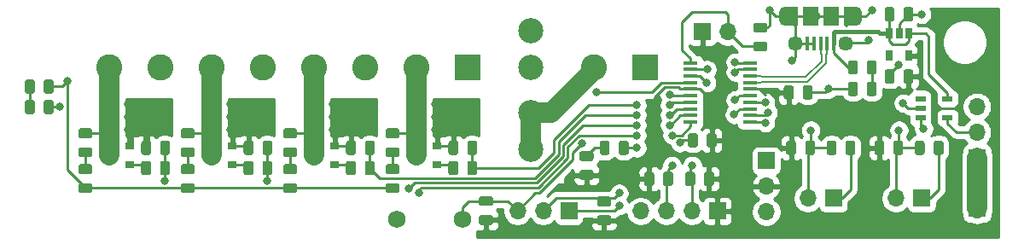
<source format=gbr>
G04 #@! TF.GenerationSoftware,KiCad,Pcbnew,(5.1.5)-3*
G04 #@! TF.CreationDate,2020-05-23T13:52:20-04:00*
G04 #@! TF.ProjectId,STM32_Klipper_Expander,53544d33-325f-44b6-9c69-707065725f45,B*
G04 #@! TF.SameCoordinates,Original*
G04 #@! TF.FileFunction,Copper,L1,Top*
G04 #@! TF.FilePolarity,Positive*
%FSLAX46Y46*%
G04 Gerber Fmt 4.6, Leading zero omitted, Abs format (unit mm)*
G04 Created by KiCad (PCBNEW (5.1.5)-3) date 2020-05-23 13:52:20*
%MOMM*%
%LPD*%
G04 APERTURE LIST*
%ADD10R,1.050000X0.600000*%
%ADD11R,0.650000X1.060000*%
%ADD12R,1.450000X0.450000*%
%ADD13C,1.750000*%
%ADD14C,0.100000*%
%ADD15R,0.900000X0.800000*%
%ADD16O,1.700000X1.700000*%
%ADD17R,1.700000X1.700000*%
%ADD18R,2.600000X2.600000*%
%ADD19C,2.600000*%
%ADD20R,1.200000X1.900000*%
%ADD21O,1.200000X1.900000*%
%ADD22R,1.500000X1.900000*%
%ADD23C,1.450000*%
%ADD24R,0.400000X1.350000*%
%ADD25C,2.500000*%
%ADD26C,0.800000*%
%ADD27C,0.250000*%
%ADD28C,0.200000*%
%ADD29C,2.000000*%
%ADD30C,0.400000*%
%ADD31C,0.254000*%
G04 APERTURE END LIST*
D10*
X191628000Y-85614000D03*
X191628000Y-86564000D03*
X191628000Y-87514000D03*
X194328000Y-87514000D03*
X194328000Y-85614000D03*
D11*
X190459000Y-81339000D03*
X188559000Y-81339000D03*
X188559000Y-79139000D03*
X189509000Y-79139000D03*
X190459000Y-79139000D03*
D12*
X174700000Y-82075000D03*
X174700000Y-82725000D03*
X174700000Y-83375000D03*
X174700000Y-84025000D03*
X174700000Y-84675000D03*
X174700000Y-85325000D03*
X174700000Y-85975000D03*
X174700000Y-86625000D03*
X174700000Y-87275000D03*
X174700000Y-87925000D03*
X168800000Y-87925000D03*
X168800000Y-87275000D03*
X168800000Y-86625000D03*
X168800000Y-85975000D03*
X168800000Y-85325000D03*
X168800000Y-84675000D03*
X168800000Y-84025000D03*
X168800000Y-83375000D03*
X168800000Y-82725000D03*
X168800000Y-82075000D03*
D13*
X139690000Y-97613000D03*
X146190000Y-97613000D03*
G04 #@! TA.AperFunction,SMDPad,CuDef*
D14*
G36*
X105410142Y-83706174D02*
G01*
X105433803Y-83709684D01*
X105457007Y-83715496D01*
X105479529Y-83723554D01*
X105501153Y-83733782D01*
X105521670Y-83746079D01*
X105540883Y-83760329D01*
X105558607Y-83776393D01*
X105574671Y-83794117D01*
X105588921Y-83813330D01*
X105601218Y-83833847D01*
X105611446Y-83855471D01*
X105619504Y-83877993D01*
X105625316Y-83901197D01*
X105628826Y-83924858D01*
X105630000Y-83948750D01*
X105630000Y-84861250D01*
X105628826Y-84885142D01*
X105625316Y-84908803D01*
X105619504Y-84932007D01*
X105611446Y-84954529D01*
X105601218Y-84976153D01*
X105588921Y-84996670D01*
X105574671Y-85015883D01*
X105558607Y-85033607D01*
X105540883Y-85049671D01*
X105521670Y-85063921D01*
X105501153Y-85076218D01*
X105479529Y-85086446D01*
X105457007Y-85094504D01*
X105433803Y-85100316D01*
X105410142Y-85103826D01*
X105386250Y-85105000D01*
X104898750Y-85105000D01*
X104874858Y-85103826D01*
X104851197Y-85100316D01*
X104827993Y-85094504D01*
X104805471Y-85086446D01*
X104783847Y-85076218D01*
X104763330Y-85063921D01*
X104744117Y-85049671D01*
X104726393Y-85033607D01*
X104710329Y-85015883D01*
X104696079Y-84996670D01*
X104683782Y-84976153D01*
X104673554Y-84954529D01*
X104665496Y-84932007D01*
X104659684Y-84908803D01*
X104656174Y-84885142D01*
X104655000Y-84861250D01*
X104655000Y-83948750D01*
X104656174Y-83924858D01*
X104659684Y-83901197D01*
X104665496Y-83877993D01*
X104673554Y-83855471D01*
X104683782Y-83833847D01*
X104696079Y-83813330D01*
X104710329Y-83794117D01*
X104726393Y-83776393D01*
X104744117Y-83760329D01*
X104763330Y-83746079D01*
X104783847Y-83733782D01*
X104805471Y-83723554D01*
X104827993Y-83715496D01*
X104851197Y-83709684D01*
X104874858Y-83706174D01*
X104898750Y-83705000D01*
X105386250Y-83705000D01*
X105410142Y-83706174D01*
G37*
G04 #@! TD.AperFunction*
G04 #@! TA.AperFunction,SMDPad,CuDef*
G36*
X103535142Y-83706174D02*
G01*
X103558803Y-83709684D01*
X103582007Y-83715496D01*
X103604529Y-83723554D01*
X103626153Y-83733782D01*
X103646670Y-83746079D01*
X103665883Y-83760329D01*
X103683607Y-83776393D01*
X103699671Y-83794117D01*
X103713921Y-83813330D01*
X103726218Y-83833847D01*
X103736446Y-83855471D01*
X103744504Y-83877993D01*
X103750316Y-83901197D01*
X103753826Y-83924858D01*
X103755000Y-83948750D01*
X103755000Y-84861250D01*
X103753826Y-84885142D01*
X103750316Y-84908803D01*
X103744504Y-84932007D01*
X103736446Y-84954529D01*
X103726218Y-84976153D01*
X103713921Y-84996670D01*
X103699671Y-85015883D01*
X103683607Y-85033607D01*
X103665883Y-85049671D01*
X103646670Y-85063921D01*
X103626153Y-85076218D01*
X103604529Y-85086446D01*
X103582007Y-85094504D01*
X103558803Y-85100316D01*
X103535142Y-85103826D01*
X103511250Y-85105000D01*
X103023750Y-85105000D01*
X102999858Y-85103826D01*
X102976197Y-85100316D01*
X102952993Y-85094504D01*
X102930471Y-85086446D01*
X102908847Y-85076218D01*
X102888330Y-85063921D01*
X102869117Y-85049671D01*
X102851393Y-85033607D01*
X102835329Y-85015883D01*
X102821079Y-84996670D01*
X102808782Y-84976153D01*
X102798554Y-84954529D01*
X102790496Y-84932007D01*
X102784684Y-84908803D01*
X102781174Y-84885142D01*
X102780000Y-84861250D01*
X102780000Y-83948750D01*
X102781174Y-83924858D01*
X102784684Y-83901197D01*
X102790496Y-83877993D01*
X102798554Y-83855471D01*
X102808782Y-83833847D01*
X102821079Y-83813330D01*
X102835329Y-83794117D01*
X102851393Y-83776393D01*
X102869117Y-83760329D01*
X102888330Y-83746079D01*
X102908847Y-83733782D01*
X102930471Y-83723554D01*
X102952993Y-83715496D01*
X102976197Y-83709684D01*
X102999858Y-83706174D01*
X103023750Y-83705000D01*
X103511250Y-83705000D01*
X103535142Y-83706174D01*
G37*
G04 #@! TD.AperFunction*
G04 #@! TA.AperFunction,SMDPad,CuDef*
G36*
X185196142Y-81801174D02*
G01*
X185219803Y-81804684D01*
X185243007Y-81810496D01*
X185265529Y-81818554D01*
X185287153Y-81828782D01*
X185307670Y-81841079D01*
X185326883Y-81855329D01*
X185344607Y-81871393D01*
X185360671Y-81889117D01*
X185374921Y-81908330D01*
X185387218Y-81928847D01*
X185397446Y-81950471D01*
X185405504Y-81972993D01*
X185411316Y-81996197D01*
X185414826Y-82019858D01*
X185416000Y-82043750D01*
X185416000Y-82956250D01*
X185414826Y-82980142D01*
X185411316Y-83003803D01*
X185405504Y-83027007D01*
X185397446Y-83049529D01*
X185387218Y-83071153D01*
X185374921Y-83091670D01*
X185360671Y-83110883D01*
X185344607Y-83128607D01*
X185326883Y-83144671D01*
X185307670Y-83158921D01*
X185287153Y-83171218D01*
X185265529Y-83181446D01*
X185243007Y-83189504D01*
X185219803Y-83195316D01*
X185196142Y-83198826D01*
X185172250Y-83200000D01*
X184684750Y-83200000D01*
X184660858Y-83198826D01*
X184637197Y-83195316D01*
X184613993Y-83189504D01*
X184591471Y-83181446D01*
X184569847Y-83171218D01*
X184549330Y-83158921D01*
X184530117Y-83144671D01*
X184512393Y-83128607D01*
X184496329Y-83110883D01*
X184482079Y-83091670D01*
X184469782Y-83071153D01*
X184459554Y-83049529D01*
X184451496Y-83027007D01*
X184445684Y-83003803D01*
X184442174Y-82980142D01*
X184441000Y-82956250D01*
X184441000Y-82043750D01*
X184442174Y-82019858D01*
X184445684Y-81996197D01*
X184451496Y-81972993D01*
X184459554Y-81950471D01*
X184469782Y-81928847D01*
X184482079Y-81908330D01*
X184496329Y-81889117D01*
X184512393Y-81871393D01*
X184530117Y-81855329D01*
X184549330Y-81841079D01*
X184569847Y-81828782D01*
X184591471Y-81818554D01*
X184613993Y-81810496D01*
X184637197Y-81804684D01*
X184660858Y-81801174D01*
X184684750Y-81800000D01*
X185172250Y-81800000D01*
X185196142Y-81801174D01*
G37*
G04 #@! TD.AperFunction*
G04 #@! TA.AperFunction,SMDPad,CuDef*
G36*
X187071142Y-81801174D02*
G01*
X187094803Y-81804684D01*
X187118007Y-81810496D01*
X187140529Y-81818554D01*
X187162153Y-81828782D01*
X187182670Y-81841079D01*
X187201883Y-81855329D01*
X187219607Y-81871393D01*
X187235671Y-81889117D01*
X187249921Y-81908330D01*
X187262218Y-81928847D01*
X187272446Y-81950471D01*
X187280504Y-81972993D01*
X187286316Y-81996197D01*
X187289826Y-82019858D01*
X187291000Y-82043750D01*
X187291000Y-82956250D01*
X187289826Y-82980142D01*
X187286316Y-83003803D01*
X187280504Y-83027007D01*
X187272446Y-83049529D01*
X187262218Y-83071153D01*
X187249921Y-83091670D01*
X187235671Y-83110883D01*
X187219607Y-83128607D01*
X187201883Y-83144671D01*
X187182670Y-83158921D01*
X187162153Y-83171218D01*
X187140529Y-83181446D01*
X187118007Y-83189504D01*
X187094803Y-83195316D01*
X187071142Y-83198826D01*
X187047250Y-83200000D01*
X186559750Y-83200000D01*
X186535858Y-83198826D01*
X186512197Y-83195316D01*
X186488993Y-83189504D01*
X186466471Y-83181446D01*
X186444847Y-83171218D01*
X186424330Y-83158921D01*
X186405117Y-83144671D01*
X186387393Y-83128607D01*
X186371329Y-83110883D01*
X186357079Y-83091670D01*
X186344782Y-83071153D01*
X186334554Y-83049529D01*
X186326496Y-83027007D01*
X186320684Y-83003803D01*
X186317174Y-82980142D01*
X186316000Y-82956250D01*
X186316000Y-82043750D01*
X186317174Y-82019858D01*
X186320684Y-81996197D01*
X186326496Y-81972993D01*
X186334554Y-81950471D01*
X186344782Y-81928847D01*
X186357079Y-81908330D01*
X186371329Y-81889117D01*
X186387393Y-81871393D01*
X186405117Y-81855329D01*
X186424330Y-81841079D01*
X186444847Y-81828782D01*
X186466471Y-81818554D01*
X186488993Y-81810496D01*
X186512197Y-81804684D01*
X186535858Y-81801174D01*
X186559750Y-81800000D01*
X187047250Y-81800000D01*
X187071142Y-81801174D01*
G37*
G04 #@! TD.AperFunction*
G04 #@! TA.AperFunction,SMDPad,CuDef*
G36*
X109257142Y-92125174D02*
G01*
X109280803Y-92128684D01*
X109304007Y-92134496D01*
X109326529Y-92142554D01*
X109348153Y-92152782D01*
X109368670Y-92165079D01*
X109387883Y-92179329D01*
X109405607Y-92195393D01*
X109421671Y-92213117D01*
X109435921Y-92232330D01*
X109448218Y-92252847D01*
X109458446Y-92274471D01*
X109466504Y-92296993D01*
X109472316Y-92320197D01*
X109475826Y-92343858D01*
X109477000Y-92367750D01*
X109477000Y-92855250D01*
X109475826Y-92879142D01*
X109472316Y-92902803D01*
X109466504Y-92926007D01*
X109458446Y-92948529D01*
X109448218Y-92970153D01*
X109435921Y-92990670D01*
X109421671Y-93009883D01*
X109405607Y-93027607D01*
X109387883Y-93043671D01*
X109368670Y-93057921D01*
X109348153Y-93070218D01*
X109326529Y-93080446D01*
X109304007Y-93088504D01*
X109280803Y-93094316D01*
X109257142Y-93097826D01*
X109233250Y-93099000D01*
X108320750Y-93099000D01*
X108296858Y-93097826D01*
X108273197Y-93094316D01*
X108249993Y-93088504D01*
X108227471Y-93080446D01*
X108205847Y-93070218D01*
X108185330Y-93057921D01*
X108166117Y-93043671D01*
X108148393Y-93027607D01*
X108132329Y-93009883D01*
X108118079Y-92990670D01*
X108105782Y-92970153D01*
X108095554Y-92948529D01*
X108087496Y-92926007D01*
X108081684Y-92902803D01*
X108078174Y-92879142D01*
X108077000Y-92855250D01*
X108077000Y-92367750D01*
X108078174Y-92343858D01*
X108081684Y-92320197D01*
X108087496Y-92296993D01*
X108095554Y-92274471D01*
X108105782Y-92252847D01*
X108118079Y-92232330D01*
X108132329Y-92213117D01*
X108148393Y-92195393D01*
X108166117Y-92179329D01*
X108185330Y-92165079D01*
X108205847Y-92152782D01*
X108227471Y-92142554D01*
X108249993Y-92134496D01*
X108273197Y-92128684D01*
X108296858Y-92125174D01*
X108320750Y-92124000D01*
X109233250Y-92124000D01*
X109257142Y-92125174D01*
G37*
G04 #@! TD.AperFunction*
G04 #@! TA.AperFunction,SMDPad,CuDef*
G36*
X109257142Y-94000174D02*
G01*
X109280803Y-94003684D01*
X109304007Y-94009496D01*
X109326529Y-94017554D01*
X109348153Y-94027782D01*
X109368670Y-94040079D01*
X109387883Y-94054329D01*
X109405607Y-94070393D01*
X109421671Y-94088117D01*
X109435921Y-94107330D01*
X109448218Y-94127847D01*
X109458446Y-94149471D01*
X109466504Y-94171993D01*
X109472316Y-94195197D01*
X109475826Y-94218858D01*
X109477000Y-94242750D01*
X109477000Y-94730250D01*
X109475826Y-94754142D01*
X109472316Y-94777803D01*
X109466504Y-94801007D01*
X109458446Y-94823529D01*
X109448218Y-94845153D01*
X109435921Y-94865670D01*
X109421671Y-94884883D01*
X109405607Y-94902607D01*
X109387883Y-94918671D01*
X109368670Y-94932921D01*
X109348153Y-94945218D01*
X109326529Y-94955446D01*
X109304007Y-94963504D01*
X109280803Y-94969316D01*
X109257142Y-94972826D01*
X109233250Y-94974000D01*
X108320750Y-94974000D01*
X108296858Y-94972826D01*
X108273197Y-94969316D01*
X108249993Y-94963504D01*
X108227471Y-94955446D01*
X108205847Y-94945218D01*
X108185330Y-94932921D01*
X108166117Y-94918671D01*
X108148393Y-94902607D01*
X108132329Y-94884883D01*
X108118079Y-94865670D01*
X108105782Y-94845153D01*
X108095554Y-94823529D01*
X108087496Y-94801007D01*
X108081684Y-94777803D01*
X108078174Y-94754142D01*
X108077000Y-94730250D01*
X108077000Y-94242750D01*
X108078174Y-94218858D01*
X108081684Y-94195197D01*
X108087496Y-94171993D01*
X108095554Y-94149471D01*
X108105782Y-94127847D01*
X108118079Y-94107330D01*
X108132329Y-94088117D01*
X108148393Y-94070393D01*
X108166117Y-94054329D01*
X108185330Y-94040079D01*
X108205847Y-94027782D01*
X108227471Y-94017554D01*
X108249993Y-94009496D01*
X108273197Y-94003684D01*
X108296858Y-94000174D01*
X108320750Y-93999000D01*
X109233250Y-93999000D01*
X109257142Y-94000174D01*
G37*
G04 #@! TD.AperFunction*
G04 #@! TA.AperFunction,SMDPad,CuDef*
G36*
X119417142Y-92125174D02*
G01*
X119440803Y-92128684D01*
X119464007Y-92134496D01*
X119486529Y-92142554D01*
X119508153Y-92152782D01*
X119528670Y-92165079D01*
X119547883Y-92179329D01*
X119565607Y-92195393D01*
X119581671Y-92213117D01*
X119595921Y-92232330D01*
X119608218Y-92252847D01*
X119618446Y-92274471D01*
X119626504Y-92296993D01*
X119632316Y-92320197D01*
X119635826Y-92343858D01*
X119637000Y-92367750D01*
X119637000Y-92855250D01*
X119635826Y-92879142D01*
X119632316Y-92902803D01*
X119626504Y-92926007D01*
X119618446Y-92948529D01*
X119608218Y-92970153D01*
X119595921Y-92990670D01*
X119581671Y-93009883D01*
X119565607Y-93027607D01*
X119547883Y-93043671D01*
X119528670Y-93057921D01*
X119508153Y-93070218D01*
X119486529Y-93080446D01*
X119464007Y-93088504D01*
X119440803Y-93094316D01*
X119417142Y-93097826D01*
X119393250Y-93099000D01*
X118480750Y-93099000D01*
X118456858Y-93097826D01*
X118433197Y-93094316D01*
X118409993Y-93088504D01*
X118387471Y-93080446D01*
X118365847Y-93070218D01*
X118345330Y-93057921D01*
X118326117Y-93043671D01*
X118308393Y-93027607D01*
X118292329Y-93009883D01*
X118278079Y-92990670D01*
X118265782Y-92970153D01*
X118255554Y-92948529D01*
X118247496Y-92926007D01*
X118241684Y-92902803D01*
X118238174Y-92879142D01*
X118237000Y-92855250D01*
X118237000Y-92367750D01*
X118238174Y-92343858D01*
X118241684Y-92320197D01*
X118247496Y-92296993D01*
X118255554Y-92274471D01*
X118265782Y-92252847D01*
X118278079Y-92232330D01*
X118292329Y-92213117D01*
X118308393Y-92195393D01*
X118326117Y-92179329D01*
X118345330Y-92165079D01*
X118365847Y-92152782D01*
X118387471Y-92142554D01*
X118409993Y-92134496D01*
X118433197Y-92128684D01*
X118456858Y-92125174D01*
X118480750Y-92124000D01*
X119393250Y-92124000D01*
X119417142Y-92125174D01*
G37*
G04 #@! TD.AperFunction*
G04 #@! TA.AperFunction,SMDPad,CuDef*
G36*
X119417142Y-94000174D02*
G01*
X119440803Y-94003684D01*
X119464007Y-94009496D01*
X119486529Y-94017554D01*
X119508153Y-94027782D01*
X119528670Y-94040079D01*
X119547883Y-94054329D01*
X119565607Y-94070393D01*
X119581671Y-94088117D01*
X119595921Y-94107330D01*
X119608218Y-94127847D01*
X119618446Y-94149471D01*
X119626504Y-94171993D01*
X119632316Y-94195197D01*
X119635826Y-94218858D01*
X119637000Y-94242750D01*
X119637000Y-94730250D01*
X119635826Y-94754142D01*
X119632316Y-94777803D01*
X119626504Y-94801007D01*
X119618446Y-94823529D01*
X119608218Y-94845153D01*
X119595921Y-94865670D01*
X119581671Y-94884883D01*
X119565607Y-94902607D01*
X119547883Y-94918671D01*
X119528670Y-94932921D01*
X119508153Y-94945218D01*
X119486529Y-94955446D01*
X119464007Y-94963504D01*
X119440803Y-94969316D01*
X119417142Y-94972826D01*
X119393250Y-94974000D01*
X118480750Y-94974000D01*
X118456858Y-94972826D01*
X118433197Y-94969316D01*
X118409993Y-94963504D01*
X118387471Y-94955446D01*
X118365847Y-94945218D01*
X118345330Y-94932921D01*
X118326117Y-94918671D01*
X118308393Y-94902607D01*
X118292329Y-94884883D01*
X118278079Y-94865670D01*
X118265782Y-94845153D01*
X118255554Y-94823529D01*
X118247496Y-94801007D01*
X118241684Y-94777803D01*
X118238174Y-94754142D01*
X118237000Y-94730250D01*
X118237000Y-94242750D01*
X118238174Y-94218858D01*
X118241684Y-94195197D01*
X118247496Y-94171993D01*
X118255554Y-94149471D01*
X118265782Y-94127847D01*
X118278079Y-94107330D01*
X118292329Y-94088117D01*
X118308393Y-94070393D01*
X118326117Y-94054329D01*
X118345330Y-94040079D01*
X118365847Y-94027782D01*
X118387471Y-94017554D01*
X118409993Y-94009496D01*
X118433197Y-94003684D01*
X118456858Y-94000174D01*
X118480750Y-93999000D01*
X119393250Y-93999000D01*
X119417142Y-94000174D01*
G37*
G04 #@! TD.AperFunction*
G04 #@! TA.AperFunction,SMDPad,CuDef*
G36*
X129577142Y-92125174D02*
G01*
X129600803Y-92128684D01*
X129624007Y-92134496D01*
X129646529Y-92142554D01*
X129668153Y-92152782D01*
X129688670Y-92165079D01*
X129707883Y-92179329D01*
X129725607Y-92195393D01*
X129741671Y-92213117D01*
X129755921Y-92232330D01*
X129768218Y-92252847D01*
X129778446Y-92274471D01*
X129786504Y-92296993D01*
X129792316Y-92320197D01*
X129795826Y-92343858D01*
X129797000Y-92367750D01*
X129797000Y-92855250D01*
X129795826Y-92879142D01*
X129792316Y-92902803D01*
X129786504Y-92926007D01*
X129778446Y-92948529D01*
X129768218Y-92970153D01*
X129755921Y-92990670D01*
X129741671Y-93009883D01*
X129725607Y-93027607D01*
X129707883Y-93043671D01*
X129688670Y-93057921D01*
X129668153Y-93070218D01*
X129646529Y-93080446D01*
X129624007Y-93088504D01*
X129600803Y-93094316D01*
X129577142Y-93097826D01*
X129553250Y-93099000D01*
X128640750Y-93099000D01*
X128616858Y-93097826D01*
X128593197Y-93094316D01*
X128569993Y-93088504D01*
X128547471Y-93080446D01*
X128525847Y-93070218D01*
X128505330Y-93057921D01*
X128486117Y-93043671D01*
X128468393Y-93027607D01*
X128452329Y-93009883D01*
X128438079Y-92990670D01*
X128425782Y-92970153D01*
X128415554Y-92948529D01*
X128407496Y-92926007D01*
X128401684Y-92902803D01*
X128398174Y-92879142D01*
X128397000Y-92855250D01*
X128397000Y-92367750D01*
X128398174Y-92343858D01*
X128401684Y-92320197D01*
X128407496Y-92296993D01*
X128415554Y-92274471D01*
X128425782Y-92252847D01*
X128438079Y-92232330D01*
X128452329Y-92213117D01*
X128468393Y-92195393D01*
X128486117Y-92179329D01*
X128505330Y-92165079D01*
X128525847Y-92152782D01*
X128547471Y-92142554D01*
X128569993Y-92134496D01*
X128593197Y-92128684D01*
X128616858Y-92125174D01*
X128640750Y-92124000D01*
X129553250Y-92124000D01*
X129577142Y-92125174D01*
G37*
G04 #@! TD.AperFunction*
G04 #@! TA.AperFunction,SMDPad,CuDef*
G36*
X129577142Y-94000174D02*
G01*
X129600803Y-94003684D01*
X129624007Y-94009496D01*
X129646529Y-94017554D01*
X129668153Y-94027782D01*
X129688670Y-94040079D01*
X129707883Y-94054329D01*
X129725607Y-94070393D01*
X129741671Y-94088117D01*
X129755921Y-94107330D01*
X129768218Y-94127847D01*
X129778446Y-94149471D01*
X129786504Y-94171993D01*
X129792316Y-94195197D01*
X129795826Y-94218858D01*
X129797000Y-94242750D01*
X129797000Y-94730250D01*
X129795826Y-94754142D01*
X129792316Y-94777803D01*
X129786504Y-94801007D01*
X129778446Y-94823529D01*
X129768218Y-94845153D01*
X129755921Y-94865670D01*
X129741671Y-94884883D01*
X129725607Y-94902607D01*
X129707883Y-94918671D01*
X129688670Y-94932921D01*
X129668153Y-94945218D01*
X129646529Y-94955446D01*
X129624007Y-94963504D01*
X129600803Y-94969316D01*
X129577142Y-94972826D01*
X129553250Y-94974000D01*
X128640750Y-94974000D01*
X128616858Y-94972826D01*
X128593197Y-94969316D01*
X128569993Y-94963504D01*
X128547471Y-94955446D01*
X128525847Y-94945218D01*
X128505330Y-94932921D01*
X128486117Y-94918671D01*
X128468393Y-94902607D01*
X128452329Y-94884883D01*
X128438079Y-94865670D01*
X128425782Y-94845153D01*
X128415554Y-94823529D01*
X128407496Y-94801007D01*
X128401684Y-94777803D01*
X128398174Y-94754142D01*
X128397000Y-94730250D01*
X128397000Y-94242750D01*
X128398174Y-94218858D01*
X128401684Y-94195197D01*
X128407496Y-94171993D01*
X128415554Y-94149471D01*
X128425782Y-94127847D01*
X128438079Y-94107330D01*
X128452329Y-94088117D01*
X128468393Y-94070393D01*
X128486117Y-94054329D01*
X128505330Y-94040079D01*
X128525847Y-94027782D01*
X128547471Y-94017554D01*
X128569993Y-94009496D01*
X128593197Y-94003684D01*
X128616858Y-94000174D01*
X128640750Y-93999000D01*
X129553250Y-93999000D01*
X129577142Y-94000174D01*
G37*
G04 #@! TD.AperFunction*
G04 #@! TA.AperFunction,SMDPad,CuDef*
G36*
X179080142Y-89801174D02*
G01*
X179103803Y-89804684D01*
X179127007Y-89810496D01*
X179149529Y-89818554D01*
X179171153Y-89828782D01*
X179191670Y-89841079D01*
X179210883Y-89855329D01*
X179228607Y-89871393D01*
X179244671Y-89889117D01*
X179258921Y-89908330D01*
X179271218Y-89928847D01*
X179281446Y-89950471D01*
X179289504Y-89972993D01*
X179295316Y-89996197D01*
X179298826Y-90019858D01*
X179300000Y-90043750D01*
X179300000Y-90956250D01*
X179298826Y-90980142D01*
X179295316Y-91003803D01*
X179289504Y-91027007D01*
X179281446Y-91049529D01*
X179271218Y-91071153D01*
X179258921Y-91091670D01*
X179244671Y-91110883D01*
X179228607Y-91128607D01*
X179210883Y-91144671D01*
X179191670Y-91158921D01*
X179171153Y-91171218D01*
X179149529Y-91181446D01*
X179127007Y-91189504D01*
X179103803Y-91195316D01*
X179080142Y-91198826D01*
X179056250Y-91200000D01*
X178568750Y-91200000D01*
X178544858Y-91198826D01*
X178521197Y-91195316D01*
X178497993Y-91189504D01*
X178475471Y-91181446D01*
X178453847Y-91171218D01*
X178433330Y-91158921D01*
X178414117Y-91144671D01*
X178396393Y-91128607D01*
X178380329Y-91110883D01*
X178366079Y-91091670D01*
X178353782Y-91071153D01*
X178343554Y-91049529D01*
X178335496Y-91027007D01*
X178329684Y-91003803D01*
X178326174Y-90980142D01*
X178325000Y-90956250D01*
X178325000Y-90043750D01*
X178326174Y-90019858D01*
X178329684Y-89996197D01*
X178335496Y-89972993D01*
X178343554Y-89950471D01*
X178353782Y-89928847D01*
X178366079Y-89908330D01*
X178380329Y-89889117D01*
X178396393Y-89871393D01*
X178414117Y-89855329D01*
X178433330Y-89841079D01*
X178453847Y-89828782D01*
X178475471Y-89818554D01*
X178497993Y-89810496D01*
X178521197Y-89804684D01*
X178544858Y-89801174D01*
X178568750Y-89800000D01*
X179056250Y-89800000D01*
X179080142Y-89801174D01*
G37*
G04 #@! TD.AperFunction*
G04 #@! TA.AperFunction,SMDPad,CuDef*
G36*
X180955142Y-89801174D02*
G01*
X180978803Y-89804684D01*
X181002007Y-89810496D01*
X181024529Y-89818554D01*
X181046153Y-89828782D01*
X181066670Y-89841079D01*
X181085883Y-89855329D01*
X181103607Y-89871393D01*
X181119671Y-89889117D01*
X181133921Y-89908330D01*
X181146218Y-89928847D01*
X181156446Y-89950471D01*
X181164504Y-89972993D01*
X181170316Y-89996197D01*
X181173826Y-90019858D01*
X181175000Y-90043750D01*
X181175000Y-90956250D01*
X181173826Y-90980142D01*
X181170316Y-91003803D01*
X181164504Y-91027007D01*
X181156446Y-91049529D01*
X181146218Y-91071153D01*
X181133921Y-91091670D01*
X181119671Y-91110883D01*
X181103607Y-91128607D01*
X181085883Y-91144671D01*
X181066670Y-91158921D01*
X181046153Y-91171218D01*
X181024529Y-91181446D01*
X181002007Y-91189504D01*
X180978803Y-91195316D01*
X180955142Y-91198826D01*
X180931250Y-91200000D01*
X180443750Y-91200000D01*
X180419858Y-91198826D01*
X180396197Y-91195316D01*
X180372993Y-91189504D01*
X180350471Y-91181446D01*
X180328847Y-91171218D01*
X180308330Y-91158921D01*
X180289117Y-91144671D01*
X180271393Y-91128607D01*
X180255329Y-91110883D01*
X180241079Y-91091670D01*
X180228782Y-91071153D01*
X180218554Y-91049529D01*
X180210496Y-91027007D01*
X180204684Y-91003803D01*
X180201174Y-90980142D01*
X180200000Y-90956250D01*
X180200000Y-90043750D01*
X180201174Y-90019858D01*
X180204684Y-89996197D01*
X180210496Y-89972993D01*
X180218554Y-89950471D01*
X180228782Y-89928847D01*
X180241079Y-89908330D01*
X180255329Y-89889117D01*
X180271393Y-89871393D01*
X180289117Y-89855329D01*
X180308330Y-89841079D01*
X180328847Y-89828782D01*
X180350471Y-89818554D01*
X180372993Y-89810496D01*
X180396197Y-89804684D01*
X180419858Y-89801174D01*
X180443750Y-89800000D01*
X180931250Y-89800000D01*
X180955142Y-89801174D01*
G37*
G04 #@! TD.AperFunction*
G04 #@! TA.AperFunction,SMDPad,CuDef*
G36*
X187830142Y-89801174D02*
G01*
X187853803Y-89804684D01*
X187877007Y-89810496D01*
X187899529Y-89818554D01*
X187921153Y-89828782D01*
X187941670Y-89841079D01*
X187960883Y-89855329D01*
X187978607Y-89871393D01*
X187994671Y-89889117D01*
X188008921Y-89908330D01*
X188021218Y-89928847D01*
X188031446Y-89950471D01*
X188039504Y-89972993D01*
X188045316Y-89996197D01*
X188048826Y-90019858D01*
X188050000Y-90043750D01*
X188050000Y-90956250D01*
X188048826Y-90980142D01*
X188045316Y-91003803D01*
X188039504Y-91027007D01*
X188031446Y-91049529D01*
X188021218Y-91071153D01*
X188008921Y-91091670D01*
X187994671Y-91110883D01*
X187978607Y-91128607D01*
X187960883Y-91144671D01*
X187941670Y-91158921D01*
X187921153Y-91171218D01*
X187899529Y-91181446D01*
X187877007Y-91189504D01*
X187853803Y-91195316D01*
X187830142Y-91198826D01*
X187806250Y-91200000D01*
X187318750Y-91200000D01*
X187294858Y-91198826D01*
X187271197Y-91195316D01*
X187247993Y-91189504D01*
X187225471Y-91181446D01*
X187203847Y-91171218D01*
X187183330Y-91158921D01*
X187164117Y-91144671D01*
X187146393Y-91128607D01*
X187130329Y-91110883D01*
X187116079Y-91091670D01*
X187103782Y-91071153D01*
X187093554Y-91049529D01*
X187085496Y-91027007D01*
X187079684Y-91003803D01*
X187076174Y-90980142D01*
X187075000Y-90956250D01*
X187075000Y-90043750D01*
X187076174Y-90019858D01*
X187079684Y-89996197D01*
X187085496Y-89972993D01*
X187093554Y-89950471D01*
X187103782Y-89928847D01*
X187116079Y-89908330D01*
X187130329Y-89889117D01*
X187146393Y-89871393D01*
X187164117Y-89855329D01*
X187183330Y-89841079D01*
X187203847Y-89828782D01*
X187225471Y-89818554D01*
X187247993Y-89810496D01*
X187271197Y-89804684D01*
X187294858Y-89801174D01*
X187318750Y-89800000D01*
X187806250Y-89800000D01*
X187830142Y-89801174D01*
G37*
G04 #@! TD.AperFunction*
G04 #@! TA.AperFunction,SMDPad,CuDef*
G36*
X189705142Y-89801174D02*
G01*
X189728803Y-89804684D01*
X189752007Y-89810496D01*
X189774529Y-89818554D01*
X189796153Y-89828782D01*
X189816670Y-89841079D01*
X189835883Y-89855329D01*
X189853607Y-89871393D01*
X189869671Y-89889117D01*
X189883921Y-89908330D01*
X189896218Y-89928847D01*
X189906446Y-89950471D01*
X189914504Y-89972993D01*
X189920316Y-89996197D01*
X189923826Y-90019858D01*
X189925000Y-90043750D01*
X189925000Y-90956250D01*
X189923826Y-90980142D01*
X189920316Y-91003803D01*
X189914504Y-91027007D01*
X189906446Y-91049529D01*
X189896218Y-91071153D01*
X189883921Y-91091670D01*
X189869671Y-91110883D01*
X189853607Y-91128607D01*
X189835883Y-91144671D01*
X189816670Y-91158921D01*
X189796153Y-91171218D01*
X189774529Y-91181446D01*
X189752007Y-91189504D01*
X189728803Y-91195316D01*
X189705142Y-91198826D01*
X189681250Y-91200000D01*
X189193750Y-91200000D01*
X189169858Y-91198826D01*
X189146197Y-91195316D01*
X189122993Y-91189504D01*
X189100471Y-91181446D01*
X189078847Y-91171218D01*
X189058330Y-91158921D01*
X189039117Y-91144671D01*
X189021393Y-91128607D01*
X189005329Y-91110883D01*
X188991079Y-91091670D01*
X188978782Y-91071153D01*
X188968554Y-91049529D01*
X188960496Y-91027007D01*
X188954684Y-91003803D01*
X188951174Y-90980142D01*
X188950000Y-90956250D01*
X188950000Y-90043750D01*
X188951174Y-90019858D01*
X188954684Y-89996197D01*
X188960496Y-89972993D01*
X188968554Y-89950471D01*
X188978782Y-89928847D01*
X188991079Y-89908330D01*
X189005329Y-89889117D01*
X189021393Y-89871393D01*
X189039117Y-89855329D01*
X189058330Y-89841079D01*
X189078847Y-89828782D01*
X189100471Y-89818554D01*
X189122993Y-89810496D01*
X189146197Y-89804684D01*
X189169858Y-89801174D01*
X189193750Y-89800000D01*
X189681250Y-89800000D01*
X189705142Y-89801174D01*
G37*
G04 #@! TD.AperFunction*
G04 #@! TA.AperFunction,SMDPad,CuDef*
G36*
X139737142Y-92125174D02*
G01*
X139760803Y-92128684D01*
X139784007Y-92134496D01*
X139806529Y-92142554D01*
X139828153Y-92152782D01*
X139848670Y-92165079D01*
X139867883Y-92179329D01*
X139885607Y-92195393D01*
X139901671Y-92213117D01*
X139915921Y-92232330D01*
X139928218Y-92252847D01*
X139938446Y-92274471D01*
X139946504Y-92296993D01*
X139952316Y-92320197D01*
X139955826Y-92343858D01*
X139957000Y-92367750D01*
X139957000Y-92855250D01*
X139955826Y-92879142D01*
X139952316Y-92902803D01*
X139946504Y-92926007D01*
X139938446Y-92948529D01*
X139928218Y-92970153D01*
X139915921Y-92990670D01*
X139901671Y-93009883D01*
X139885607Y-93027607D01*
X139867883Y-93043671D01*
X139848670Y-93057921D01*
X139828153Y-93070218D01*
X139806529Y-93080446D01*
X139784007Y-93088504D01*
X139760803Y-93094316D01*
X139737142Y-93097826D01*
X139713250Y-93099000D01*
X138800750Y-93099000D01*
X138776858Y-93097826D01*
X138753197Y-93094316D01*
X138729993Y-93088504D01*
X138707471Y-93080446D01*
X138685847Y-93070218D01*
X138665330Y-93057921D01*
X138646117Y-93043671D01*
X138628393Y-93027607D01*
X138612329Y-93009883D01*
X138598079Y-92990670D01*
X138585782Y-92970153D01*
X138575554Y-92948529D01*
X138567496Y-92926007D01*
X138561684Y-92902803D01*
X138558174Y-92879142D01*
X138557000Y-92855250D01*
X138557000Y-92367750D01*
X138558174Y-92343858D01*
X138561684Y-92320197D01*
X138567496Y-92296993D01*
X138575554Y-92274471D01*
X138585782Y-92252847D01*
X138598079Y-92232330D01*
X138612329Y-92213117D01*
X138628393Y-92195393D01*
X138646117Y-92179329D01*
X138665330Y-92165079D01*
X138685847Y-92152782D01*
X138707471Y-92142554D01*
X138729993Y-92134496D01*
X138753197Y-92128684D01*
X138776858Y-92125174D01*
X138800750Y-92124000D01*
X139713250Y-92124000D01*
X139737142Y-92125174D01*
G37*
G04 #@! TD.AperFunction*
G04 #@! TA.AperFunction,SMDPad,CuDef*
G36*
X139737142Y-94000174D02*
G01*
X139760803Y-94003684D01*
X139784007Y-94009496D01*
X139806529Y-94017554D01*
X139828153Y-94027782D01*
X139848670Y-94040079D01*
X139867883Y-94054329D01*
X139885607Y-94070393D01*
X139901671Y-94088117D01*
X139915921Y-94107330D01*
X139928218Y-94127847D01*
X139938446Y-94149471D01*
X139946504Y-94171993D01*
X139952316Y-94195197D01*
X139955826Y-94218858D01*
X139957000Y-94242750D01*
X139957000Y-94730250D01*
X139955826Y-94754142D01*
X139952316Y-94777803D01*
X139946504Y-94801007D01*
X139938446Y-94823529D01*
X139928218Y-94845153D01*
X139915921Y-94865670D01*
X139901671Y-94884883D01*
X139885607Y-94902607D01*
X139867883Y-94918671D01*
X139848670Y-94932921D01*
X139828153Y-94945218D01*
X139806529Y-94955446D01*
X139784007Y-94963504D01*
X139760803Y-94969316D01*
X139737142Y-94972826D01*
X139713250Y-94974000D01*
X138800750Y-94974000D01*
X138776858Y-94972826D01*
X138753197Y-94969316D01*
X138729993Y-94963504D01*
X138707471Y-94955446D01*
X138685847Y-94945218D01*
X138665330Y-94932921D01*
X138646117Y-94918671D01*
X138628393Y-94902607D01*
X138612329Y-94884883D01*
X138598079Y-94865670D01*
X138585782Y-94845153D01*
X138575554Y-94823529D01*
X138567496Y-94801007D01*
X138561684Y-94777803D01*
X138558174Y-94754142D01*
X138557000Y-94730250D01*
X138557000Y-94242750D01*
X138558174Y-94218858D01*
X138561684Y-94195197D01*
X138567496Y-94171993D01*
X138575554Y-94149471D01*
X138585782Y-94127847D01*
X138598079Y-94107330D01*
X138612329Y-94088117D01*
X138628393Y-94070393D01*
X138646117Y-94054329D01*
X138665330Y-94040079D01*
X138685847Y-94027782D01*
X138707471Y-94017554D01*
X138729993Y-94009496D01*
X138753197Y-94003684D01*
X138776858Y-94000174D01*
X138800750Y-93999000D01*
X139713250Y-93999000D01*
X139737142Y-94000174D01*
G37*
G04 #@! TD.AperFunction*
G04 #@! TA.AperFunction,SMDPad,CuDef*
G36*
X115076142Y-89801174D02*
G01*
X115099803Y-89804684D01*
X115123007Y-89810496D01*
X115145529Y-89818554D01*
X115167153Y-89828782D01*
X115187670Y-89841079D01*
X115206883Y-89855329D01*
X115224607Y-89871393D01*
X115240671Y-89889117D01*
X115254921Y-89908330D01*
X115267218Y-89928847D01*
X115277446Y-89950471D01*
X115285504Y-89972993D01*
X115291316Y-89996197D01*
X115294826Y-90019858D01*
X115296000Y-90043750D01*
X115296000Y-90956250D01*
X115294826Y-90980142D01*
X115291316Y-91003803D01*
X115285504Y-91027007D01*
X115277446Y-91049529D01*
X115267218Y-91071153D01*
X115254921Y-91091670D01*
X115240671Y-91110883D01*
X115224607Y-91128607D01*
X115206883Y-91144671D01*
X115187670Y-91158921D01*
X115167153Y-91171218D01*
X115145529Y-91181446D01*
X115123007Y-91189504D01*
X115099803Y-91195316D01*
X115076142Y-91198826D01*
X115052250Y-91200000D01*
X114564750Y-91200000D01*
X114540858Y-91198826D01*
X114517197Y-91195316D01*
X114493993Y-91189504D01*
X114471471Y-91181446D01*
X114449847Y-91171218D01*
X114429330Y-91158921D01*
X114410117Y-91144671D01*
X114392393Y-91128607D01*
X114376329Y-91110883D01*
X114362079Y-91091670D01*
X114349782Y-91071153D01*
X114339554Y-91049529D01*
X114331496Y-91027007D01*
X114325684Y-91003803D01*
X114322174Y-90980142D01*
X114321000Y-90956250D01*
X114321000Y-90043750D01*
X114322174Y-90019858D01*
X114325684Y-89996197D01*
X114331496Y-89972993D01*
X114339554Y-89950471D01*
X114349782Y-89928847D01*
X114362079Y-89908330D01*
X114376329Y-89889117D01*
X114392393Y-89871393D01*
X114410117Y-89855329D01*
X114429330Y-89841079D01*
X114449847Y-89828782D01*
X114471471Y-89818554D01*
X114493993Y-89810496D01*
X114517197Y-89804684D01*
X114540858Y-89801174D01*
X114564750Y-89800000D01*
X115052250Y-89800000D01*
X115076142Y-89801174D01*
G37*
G04 #@! TD.AperFunction*
G04 #@! TA.AperFunction,SMDPad,CuDef*
G36*
X116951142Y-89801174D02*
G01*
X116974803Y-89804684D01*
X116998007Y-89810496D01*
X117020529Y-89818554D01*
X117042153Y-89828782D01*
X117062670Y-89841079D01*
X117081883Y-89855329D01*
X117099607Y-89871393D01*
X117115671Y-89889117D01*
X117129921Y-89908330D01*
X117142218Y-89928847D01*
X117152446Y-89950471D01*
X117160504Y-89972993D01*
X117166316Y-89996197D01*
X117169826Y-90019858D01*
X117171000Y-90043750D01*
X117171000Y-90956250D01*
X117169826Y-90980142D01*
X117166316Y-91003803D01*
X117160504Y-91027007D01*
X117152446Y-91049529D01*
X117142218Y-91071153D01*
X117129921Y-91091670D01*
X117115671Y-91110883D01*
X117099607Y-91128607D01*
X117081883Y-91144671D01*
X117062670Y-91158921D01*
X117042153Y-91171218D01*
X117020529Y-91181446D01*
X116998007Y-91189504D01*
X116974803Y-91195316D01*
X116951142Y-91198826D01*
X116927250Y-91200000D01*
X116439750Y-91200000D01*
X116415858Y-91198826D01*
X116392197Y-91195316D01*
X116368993Y-91189504D01*
X116346471Y-91181446D01*
X116324847Y-91171218D01*
X116304330Y-91158921D01*
X116285117Y-91144671D01*
X116267393Y-91128607D01*
X116251329Y-91110883D01*
X116237079Y-91091670D01*
X116224782Y-91071153D01*
X116214554Y-91049529D01*
X116206496Y-91027007D01*
X116200684Y-91003803D01*
X116197174Y-90980142D01*
X116196000Y-90956250D01*
X116196000Y-90043750D01*
X116197174Y-90019858D01*
X116200684Y-89996197D01*
X116206496Y-89972993D01*
X116214554Y-89950471D01*
X116224782Y-89928847D01*
X116237079Y-89908330D01*
X116251329Y-89889117D01*
X116267393Y-89871393D01*
X116285117Y-89855329D01*
X116304330Y-89841079D01*
X116324847Y-89828782D01*
X116346471Y-89818554D01*
X116368993Y-89810496D01*
X116392197Y-89804684D01*
X116415858Y-89801174D01*
X116439750Y-89800000D01*
X116927250Y-89800000D01*
X116951142Y-89801174D01*
G37*
G04 #@! TD.AperFunction*
G04 #@! TA.AperFunction,SMDPad,CuDef*
G36*
X125236142Y-89801174D02*
G01*
X125259803Y-89804684D01*
X125283007Y-89810496D01*
X125305529Y-89818554D01*
X125327153Y-89828782D01*
X125347670Y-89841079D01*
X125366883Y-89855329D01*
X125384607Y-89871393D01*
X125400671Y-89889117D01*
X125414921Y-89908330D01*
X125427218Y-89928847D01*
X125437446Y-89950471D01*
X125445504Y-89972993D01*
X125451316Y-89996197D01*
X125454826Y-90019858D01*
X125456000Y-90043750D01*
X125456000Y-90956250D01*
X125454826Y-90980142D01*
X125451316Y-91003803D01*
X125445504Y-91027007D01*
X125437446Y-91049529D01*
X125427218Y-91071153D01*
X125414921Y-91091670D01*
X125400671Y-91110883D01*
X125384607Y-91128607D01*
X125366883Y-91144671D01*
X125347670Y-91158921D01*
X125327153Y-91171218D01*
X125305529Y-91181446D01*
X125283007Y-91189504D01*
X125259803Y-91195316D01*
X125236142Y-91198826D01*
X125212250Y-91200000D01*
X124724750Y-91200000D01*
X124700858Y-91198826D01*
X124677197Y-91195316D01*
X124653993Y-91189504D01*
X124631471Y-91181446D01*
X124609847Y-91171218D01*
X124589330Y-91158921D01*
X124570117Y-91144671D01*
X124552393Y-91128607D01*
X124536329Y-91110883D01*
X124522079Y-91091670D01*
X124509782Y-91071153D01*
X124499554Y-91049529D01*
X124491496Y-91027007D01*
X124485684Y-91003803D01*
X124482174Y-90980142D01*
X124481000Y-90956250D01*
X124481000Y-90043750D01*
X124482174Y-90019858D01*
X124485684Y-89996197D01*
X124491496Y-89972993D01*
X124499554Y-89950471D01*
X124509782Y-89928847D01*
X124522079Y-89908330D01*
X124536329Y-89889117D01*
X124552393Y-89871393D01*
X124570117Y-89855329D01*
X124589330Y-89841079D01*
X124609847Y-89828782D01*
X124631471Y-89818554D01*
X124653993Y-89810496D01*
X124677197Y-89804684D01*
X124700858Y-89801174D01*
X124724750Y-89800000D01*
X125212250Y-89800000D01*
X125236142Y-89801174D01*
G37*
G04 #@! TD.AperFunction*
G04 #@! TA.AperFunction,SMDPad,CuDef*
G36*
X127111142Y-89801174D02*
G01*
X127134803Y-89804684D01*
X127158007Y-89810496D01*
X127180529Y-89818554D01*
X127202153Y-89828782D01*
X127222670Y-89841079D01*
X127241883Y-89855329D01*
X127259607Y-89871393D01*
X127275671Y-89889117D01*
X127289921Y-89908330D01*
X127302218Y-89928847D01*
X127312446Y-89950471D01*
X127320504Y-89972993D01*
X127326316Y-89996197D01*
X127329826Y-90019858D01*
X127331000Y-90043750D01*
X127331000Y-90956250D01*
X127329826Y-90980142D01*
X127326316Y-91003803D01*
X127320504Y-91027007D01*
X127312446Y-91049529D01*
X127302218Y-91071153D01*
X127289921Y-91091670D01*
X127275671Y-91110883D01*
X127259607Y-91128607D01*
X127241883Y-91144671D01*
X127222670Y-91158921D01*
X127202153Y-91171218D01*
X127180529Y-91181446D01*
X127158007Y-91189504D01*
X127134803Y-91195316D01*
X127111142Y-91198826D01*
X127087250Y-91200000D01*
X126599750Y-91200000D01*
X126575858Y-91198826D01*
X126552197Y-91195316D01*
X126528993Y-91189504D01*
X126506471Y-91181446D01*
X126484847Y-91171218D01*
X126464330Y-91158921D01*
X126445117Y-91144671D01*
X126427393Y-91128607D01*
X126411329Y-91110883D01*
X126397079Y-91091670D01*
X126384782Y-91071153D01*
X126374554Y-91049529D01*
X126366496Y-91027007D01*
X126360684Y-91003803D01*
X126357174Y-90980142D01*
X126356000Y-90956250D01*
X126356000Y-90043750D01*
X126357174Y-90019858D01*
X126360684Y-89996197D01*
X126366496Y-89972993D01*
X126374554Y-89950471D01*
X126384782Y-89928847D01*
X126397079Y-89908330D01*
X126411329Y-89889117D01*
X126427393Y-89871393D01*
X126445117Y-89855329D01*
X126464330Y-89841079D01*
X126484847Y-89828782D01*
X126506471Y-89818554D01*
X126528993Y-89810496D01*
X126552197Y-89804684D01*
X126575858Y-89801174D01*
X126599750Y-89800000D01*
X127087250Y-89800000D01*
X127111142Y-89801174D01*
G37*
G04 #@! TD.AperFunction*
G04 #@! TA.AperFunction,SMDPad,CuDef*
G36*
X135396142Y-89801174D02*
G01*
X135419803Y-89804684D01*
X135443007Y-89810496D01*
X135465529Y-89818554D01*
X135487153Y-89828782D01*
X135507670Y-89841079D01*
X135526883Y-89855329D01*
X135544607Y-89871393D01*
X135560671Y-89889117D01*
X135574921Y-89908330D01*
X135587218Y-89928847D01*
X135597446Y-89950471D01*
X135605504Y-89972993D01*
X135611316Y-89996197D01*
X135614826Y-90019858D01*
X135616000Y-90043750D01*
X135616000Y-90956250D01*
X135614826Y-90980142D01*
X135611316Y-91003803D01*
X135605504Y-91027007D01*
X135597446Y-91049529D01*
X135587218Y-91071153D01*
X135574921Y-91091670D01*
X135560671Y-91110883D01*
X135544607Y-91128607D01*
X135526883Y-91144671D01*
X135507670Y-91158921D01*
X135487153Y-91171218D01*
X135465529Y-91181446D01*
X135443007Y-91189504D01*
X135419803Y-91195316D01*
X135396142Y-91198826D01*
X135372250Y-91200000D01*
X134884750Y-91200000D01*
X134860858Y-91198826D01*
X134837197Y-91195316D01*
X134813993Y-91189504D01*
X134791471Y-91181446D01*
X134769847Y-91171218D01*
X134749330Y-91158921D01*
X134730117Y-91144671D01*
X134712393Y-91128607D01*
X134696329Y-91110883D01*
X134682079Y-91091670D01*
X134669782Y-91071153D01*
X134659554Y-91049529D01*
X134651496Y-91027007D01*
X134645684Y-91003803D01*
X134642174Y-90980142D01*
X134641000Y-90956250D01*
X134641000Y-90043750D01*
X134642174Y-90019858D01*
X134645684Y-89996197D01*
X134651496Y-89972993D01*
X134659554Y-89950471D01*
X134669782Y-89928847D01*
X134682079Y-89908330D01*
X134696329Y-89889117D01*
X134712393Y-89871393D01*
X134730117Y-89855329D01*
X134749330Y-89841079D01*
X134769847Y-89828782D01*
X134791471Y-89818554D01*
X134813993Y-89810496D01*
X134837197Y-89804684D01*
X134860858Y-89801174D01*
X134884750Y-89800000D01*
X135372250Y-89800000D01*
X135396142Y-89801174D01*
G37*
G04 #@! TD.AperFunction*
G04 #@! TA.AperFunction,SMDPad,CuDef*
G36*
X137271142Y-89801174D02*
G01*
X137294803Y-89804684D01*
X137318007Y-89810496D01*
X137340529Y-89818554D01*
X137362153Y-89828782D01*
X137382670Y-89841079D01*
X137401883Y-89855329D01*
X137419607Y-89871393D01*
X137435671Y-89889117D01*
X137449921Y-89908330D01*
X137462218Y-89928847D01*
X137472446Y-89950471D01*
X137480504Y-89972993D01*
X137486316Y-89996197D01*
X137489826Y-90019858D01*
X137491000Y-90043750D01*
X137491000Y-90956250D01*
X137489826Y-90980142D01*
X137486316Y-91003803D01*
X137480504Y-91027007D01*
X137472446Y-91049529D01*
X137462218Y-91071153D01*
X137449921Y-91091670D01*
X137435671Y-91110883D01*
X137419607Y-91128607D01*
X137401883Y-91144671D01*
X137382670Y-91158921D01*
X137362153Y-91171218D01*
X137340529Y-91181446D01*
X137318007Y-91189504D01*
X137294803Y-91195316D01*
X137271142Y-91198826D01*
X137247250Y-91200000D01*
X136759750Y-91200000D01*
X136735858Y-91198826D01*
X136712197Y-91195316D01*
X136688993Y-91189504D01*
X136666471Y-91181446D01*
X136644847Y-91171218D01*
X136624330Y-91158921D01*
X136605117Y-91144671D01*
X136587393Y-91128607D01*
X136571329Y-91110883D01*
X136557079Y-91091670D01*
X136544782Y-91071153D01*
X136534554Y-91049529D01*
X136526496Y-91027007D01*
X136520684Y-91003803D01*
X136517174Y-90980142D01*
X136516000Y-90956250D01*
X136516000Y-90043750D01*
X136517174Y-90019858D01*
X136520684Y-89996197D01*
X136526496Y-89972993D01*
X136534554Y-89950471D01*
X136544782Y-89928847D01*
X136557079Y-89908330D01*
X136571329Y-89889117D01*
X136587393Y-89871393D01*
X136605117Y-89855329D01*
X136624330Y-89841079D01*
X136644847Y-89828782D01*
X136666471Y-89818554D01*
X136688993Y-89810496D01*
X136712197Y-89804684D01*
X136735858Y-89801174D01*
X136759750Y-89800000D01*
X137247250Y-89800000D01*
X137271142Y-89801174D01*
G37*
G04 #@! TD.AperFunction*
G04 #@! TA.AperFunction,SMDPad,CuDef*
G36*
X145556142Y-89801174D02*
G01*
X145579803Y-89804684D01*
X145603007Y-89810496D01*
X145625529Y-89818554D01*
X145647153Y-89828782D01*
X145667670Y-89841079D01*
X145686883Y-89855329D01*
X145704607Y-89871393D01*
X145720671Y-89889117D01*
X145734921Y-89908330D01*
X145747218Y-89928847D01*
X145757446Y-89950471D01*
X145765504Y-89972993D01*
X145771316Y-89996197D01*
X145774826Y-90019858D01*
X145776000Y-90043750D01*
X145776000Y-90956250D01*
X145774826Y-90980142D01*
X145771316Y-91003803D01*
X145765504Y-91027007D01*
X145757446Y-91049529D01*
X145747218Y-91071153D01*
X145734921Y-91091670D01*
X145720671Y-91110883D01*
X145704607Y-91128607D01*
X145686883Y-91144671D01*
X145667670Y-91158921D01*
X145647153Y-91171218D01*
X145625529Y-91181446D01*
X145603007Y-91189504D01*
X145579803Y-91195316D01*
X145556142Y-91198826D01*
X145532250Y-91200000D01*
X145044750Y-91200000D01*
X145020858Y-91198826D01*
X144997197Y-91195316D01*
X144973993Y-91189504D01*
X144951471Y-91181446D01*
X144929847Y-91171218D01*
X144909330Y-91158921D01*
X144890117Y-91144671D01*
X144872393Y-91128607D01*
X144856329Y-91110883D01*
X144842079Y-91091670D01*
X144829782Y-91071153D01*
X144819554Y-91049529D01*
X144811496Y-91027007D01*
X144805684Y-91003803D01*
X144802174Y-90980142D01*
X144801000Y-90956250D01*
X144801000Y-90043750D01*
X144802174Y-90019858D01*
X144805684Y-89996197D01*
X144811496Y-89972993D01*
X144819554Y-89950471D01*
X144829782Y-89928847D01*
X144842079Y-89908330D01*
X144856329Y-89889117D01*
X144872393Y-89871393D01*
X144890117Y-89855329D01*
X144909330Y-89841079D01*
X144929847Y-89828782D01*
X144951471Y-89818554D01*
X144973993Y-89810496D01*
X144997197Y-89804684D01*
X145020858Y-89801174D01*
X145044750Y-89800000D01*
X145532250Y-89800000D01*
X145556142Y-89801174D01*
G37*
G04 #@! TD.AperFunction*
G04 #@! TA.AperFunction,SMDPad,CuDef*
G36*
X147431142Y-89801174D02*
G01*
X147454803Y-89804684D01*
X147478007Y-89810496D01*
X147500529Y-89818554D01*
X147522153Y-89828782D01*
X147542670Y-89841079D01*
X147561883Y-89855329D01*
X147579607Y-89871393D01*
X147595671Y-89889117D01*
X147609921Y-89908330D01*
X147622218Y-89928847D01*
X147632446Y-89950471D01*
X147640504Y-89972993D01*
X147646316Y-89996197D01*
X147649826Y-90019858D01*
X147651000Y-90043750D01*
X147651000Y-90956250D01*
X147649826Y-90980142D01*
X147646316Y-91003803D01*
X147640504Y-91027007D01*
X147632446Y-91049529D01*
X147622218Y-91071153D01*
X147609921Y-91091670D01*
X147595671Y-91110883D01*
X147579607Y-91128607D01*
X147561883Y-91144671D01*
X147542670Y-91158921D01*
X147522153Y-91171218D01*
X147500529Y-91181446D01*
X147478007Y-91189504D01*
X147454803Y-91195316D01*
X147431142Y-91198826D01*
X147407250Y-91200000D01*
X146919750Y-91200000D01*
X146895858Y-91198826D01*
X146872197Y-91195316D01*
X146848993Y-91189504D01*
X146826471Y-91181446D01*
X146804847Y-91171218D01*
X146784330Y-91158921D01*
X146765117Y-91144671D01*
X146747393Y-91128607D01*
X146731329Y-91110883D01*
X146717079Y-91091670D01*
X146704782Y-91071153D01*
X146694554Y-91049529D01*
X146686496Y-91027007D01*
X146680684Y-91003803D01*
X146677174Y-90980142D01*
X146676000Y-90956250D01*
X146676000Y-90043750D01*
X146677174Y-90019858D01*
X146680684Y-89996197D01*
X146686496Y-89972993D01*
X146694554Y-89950471D01*
X146704782Y-89928847D01*
X146717079Y-89908330D01*
X146731329Y-89889117D01*
X146747393Y-89871393D01*
X146765117Y-89855329D01*
X146784330Y-89841079D01*
X146804847Y-89828782D01*
X146826471Y-89818554D01*
X146848993Y-89810496D01*
X146872197Y-89804684D01*
X146895858Y-89801174D01*
X146919750Y-89800000D01*
X147407250Y-89800000D01*
X147431142Y-89801174D01*
G37*
G04 #@! TD.AperFunction*
G04 #@! TA.AperFunction,SMDPad,CuDef*
G36*
X115076142Y-91801174D02*
G01*
X115099803Y-91804684D01*
X115123007Y-91810496D01*
X115145529Y-91818554D01*
X115167153Y-91828782D01*
X115187670Y-91841079D01*
X115206883Y-91855329D01*
X115224607Y-91871393D01*
X115240671Y-91889117D01*
X115254921Y-91908330D01*
X115267218Y-91928847D01*
X115277446Y-91950471D01*
X115285504Y-91972993D01*
X115291316Y-91996197D01*
X115294826Y-92019858D01*
X115296000Y-92043750D01*
X115296000Y-92956250D01*
X115294826Y-92980142D01*
X115291316Y-93003803D01*
X115285504Y-93027007D01*
X115277446Y-93049529D01*
X115267218Y-93071153D01*
X115254921Y-93091670D01*
X115240671Y-93110883D01*
X115224607Y-93128607D01*
X115206883Y-93144671D01*
X115187670Y-93158921D01*
X115167153Y-93171218D01*
X115145529Y-93181446D01*
X115123007Y-93189504D01*
X115099803Y-93195316D01*
X115076142Y-93198826D01*
X115052250Y-93200000D01*
X114564750Y-93200000D01*
X114540858Y-93198826D01*
X114517197Y-93195316D01*
X114493993Y-93189504D01*
X114471471Y-93181446D01*
X114449847Y-93171218D01*
X114429330Y-93158921D01*
X114410117Y-93144671D01*
X114392393Y-93128607D01*
X114376329Y-93110883D01*
X114362079Y-93091670D01*
X114349782Y-93071153D01*
X114339554Y-93049529D01*
X114331496Y-93027007D01*
X114325684Y-93003803D01*
X114322174Y-92980142D01*
X114321000Y-92956250D01*
X114321000Y-92043750D01*
X114322174Y-92019858D01*
X114325684Y-91996197D01*
X114331496Y-91972993D01*
X114339554Y-91950471D01*
X114349782Y-91928847D01*
X114362079Y-91908330D01*
X114376329Y-91889117D01*
X114392393Y-91871393D01*
X114410117Y-91855329D01*
X114429330Y-91841079D01*
X114449847Y-91828782D01*
X114471471Y-91818554D01*
X114493993Y-91810496D01*
X114517197Y-91804684D01*
X114540858Y-91801174D01*
X114564750Y-91800000D01*
X115052250Y-91800000D01*
X115076142Y-91801174D01*
G37*
G04 #@! TD.AperFunction*
G04 #@! TA.AperFunction,SMDPad,CuDef*
G36*
X116951142Y-91801174D02*
G01*
X116974803Y-91804684D01*
X116998007Y-91810496D01*
X117020529Y-91818554D01*
X117042153Y-91828782D01*
X117062670Y-91841079D01*
X117081883Y-91855329D01*
X117099607Y-91871393D01*
X117115671Y-91889117D01*
X117129921Y-91908330D01*
X117142218Y-91928847D01*
X117152446Y-91950471D01*
X117160504Y-91972993D01*
X117166316Y-91996197D01*
X117169826Y-92019858D01*
X117171000Y-92043750D01*
X117171000Y-92956250D01*
X117169826Y-92980142D01*
X117166316Y-93003803D01*
X117160504Y-93027007D01*
X117152446Y-93049529D01*
X117142218Y-93071153D01*
X117129921Y-93091670D01*
X117115671Y-93110883D01*
X117099607Y-93128607D01*
X117081883Y-93144671D01*
X117062670Y-93158921D01*
X117042153Y-93171218D01*
X117020529Y-93181446D01*
X116998007Y-93189504D01*
X116974803Y-93195316D01*
X116951142Y-93198826D01*
X116927250Y-93200000D01*
X116439750Y-93200000D01*
X116415858Y-93198826D01*
X116392197Y-93195316D01*
X116368993Y-93189504D01*
X116346471Y-93181446D01*
X116324847Y-93171218D01*
X116304330Y-93158921D01*
X116285117Y-93144671D01*
X116267393Y-93128607D01*
X116251329Y-93110883D01*
X116237079Y-93091670D01*
X116224782Y-93071153D01*
X116214554Y-93049529D01*
X116206496Y-93027007D01*
X116200684Y-93003803D01*
X116197174Y-92980142D01*
X116196000Y-92956250D01*
X116196000Y-92043750D01*
X116197174Y-92019858D01*
X116200684Y-91996197D01*
X116206496Y-91972993D01*
X116214554Y-91950471D01*
X116224782Y-91928847D01*
X116237079Y-91908330D01*
X116251329Y-91889117D01*
X116267393Y-91871393D01*
X116285117Y-91855329D01*
X116304330Y-91841079D01*
X116324847Y-91828782D01*
X116346471Y-91818554D01*
X116368993Y-91810496D01*
X116392197Y-91804684D01*
X116415858Y-91801174D01*
X116439750Y-91800000D01*
X116927250Y-91800000D01*
X116951142Y-91801174D01*
G37*
G04 #@! TD.AperFunction*
G04 #@! TA.AperFunction,SMDPad,CuDef*
G36*
X125236142Y-91801174D02*
G01*
X125259803Y-91804684D01*
X125283007Y-91810496D01*
X125305529Y-91818554D01*
X125327153Y-91828782D01*
X125347670Y-91841079D01*
X125366883Y-91855329D01*
X125384607Y-91871393D01*
X125400671Y-91889117D01*
X125414921Y-91908330D01*
X125427218Y-91928847D01*
X125437446Y-91950471D01*
X125445504Y-91972993D01*
X125451316Y-91996197D01*
X125454826Y-92019858D01*
X125456000Y-92043750D01*
X125456000Y-92956250D01*
X125454826Y-92980142D01*
X125451316Y-93003803D01*
X125445504Y-93027007D01*
X125437446Y-93049529D01*
X125427218Y-93071153D01*
X125414921Y-93091670D01*
X125400671Y-93110883D01*
X125384607Y-93128607D01*
X125366883Y-93144671D01*
X125347670Y-93158921D01*
X125327153Y-93171218D01*
X125305529Y-93181446D01*
X125283007Y-93189504D01*
X125259803Y-93195316D01*
X125236142Y-93198826D01*
X125212250Y-93200000D01*
X124724750Y-93200000D01*
X124700858Y-93198826D01*
X124677197Y-93195316D01*
X124653993Y-93189504D01*
X124631471Y-93181446D01*
X124609847Y-93171218D01*
X124589330Y-93158921D01*
X124570117Y-93144671D01*
X124552393Y-93128607D01*
X124536329Y-93110883D01*
X124522079Y-93091670D01*
X124509782Y-93071153D01*
X124499554Y-93049529D01*
X124491496Y-93027007D01*
X124485684Y-93003803D01*
X124482174Y-92980142D01*
X124481000Y-92956250D01*
X124481000Y-92043750D01*
X124482174Y-92019858D01*
X124485684Y-91996197D01*
X124491496Y-91972993D01*
X124499554Y-91950471D01*
X124509782Y-91928847D01*
X124522079Y-91908330D01*
X124536329Y-91889117D01*
X124552393Y-91871393D01*
X124570117Y-91855329D01*
X124589330Y-91841079D01*
X124609847Y-91828782D01*
X124631471Y-91818554D01*
X124653993Y-91810496D01*
X124677197Y-91804684D01*
X124700858Y-91801174D01*
X124724750Y-91800000D01*
X125212250Y-91800000D01*
X125236142Y-91801174D01*
G37*
G04 #@! TD.AperFunction*
G04 #@! TA.AperFunction,SMDPad,CuDef*
G36*
X127111142Y-91801174D02*
G01*
X127134803Y-91804684D01*
X127158007Y-91810496D01*
X127180529Y-91818554D01*
X127202153Y-91828782D01*
X127222670Y-91841079D01*
X127241883Y-91855329D01*
X127259607Y-91871393D01*
X127275671Y-91889117D01*
X127289921Y-91908330D01*
X127302218Y-91928847D01*
X127312446Y-91950471D01*
X127320504Y-91972993D01*
X127326316Y-91996197D01*
X127329826Y-92019858D01*
X127331000Y-92043750D01*
X127331000Y-92956250D01*
X127329826Y-92980142D01*
X127326316Y-93003803D01*
X127320504Y-93027007D01*
X127312446Y-93049529D01*
X127302218Y-93071153D01*
X127289921Y-93091670D01*
X127275671Y-93110883D01*
X127259607Y-93128607D01*
X127241883Y-93144671D01*
X127222670Y-93158921D01*
X127202153Y-93171218D01*
X127180529Y-93181446D01*
X127158007Y-93189504D01*
X127134803Y-93195316D01*
X127111142Y-93198826D01*
X127087250Y-93200000D01*
X126599750Y-93200000D01*
X126575858Y-93198826D01*
X126552197Y-93195316D01*
X126528993Y-93189504D01*
X126506471Y-93181446D01*
X126484847Y-93171218D01*
X126464330Y-93158921D01*
X126445117Y-93144671D01*
X126427393Y-93128607D01*
X126411329Y-93110883D01*
X126397079Y-93091670D01*
X126384782Y-93071153D01*
X126374554Y-93049529D01*
X126366496Y-93027007D01*
X126360684Y-93003803D01*
X126357174Y-92980142D01*
X126356000Y-92956250D01*
X126356000Y-92043750D01*
X126357174Y-92019858D01*
X126360684Y-91996197D01*
X126366496Y-91972993D01*
X126374554Y-91950471D01*
X126384782Y-91928847D01*
X126397079Y-91908330D01*
X126411329Y-91889117D01*
X126427393Y-91871393D01*
X126445117Y-91855329D01*
X126464330Y-91841079D01*
X126484847Y-91828782D01*
X126506471Y-91818554D01*
X126528993Y-91810496D01*
X126552197Y-91804684D01*
X126575858Y-91801174D01*
X126599750Y-91800000D01*
X127087250Y-91800000D01*
X127111142Y-91801174D01*
G37*
G04 #@! TD.AperFunction*
G04 #@! TA.AperFunction,SMDPad,CuDef*
G36*
X135396142Y-91801174D02*
G01*
X135419803Y-91804684D01*
X135443007Y-91810496D01*
X135465529Y-91818554D01*
X135487153Y-91828782D01*
X135507670Y-91841079D01*
X135526883Y-91855329D01*
X135544607Y-91871393D01*
X135560671Y-91889117D01*
X135574921Y-91908330D01*
X135587218Y-91928847D01*
X135597446Y-91950471D01*
X135605504Y-91972993D01*
X135611316Y-91996197D01*
X135614826Y-92019858D01*
X135616000Y-92043750D01*
X135616000Y-92956250D01*
X135614826Y-92980142D01*
X135611316Y-93003803D01*
X135605504Y-93027007D01*
X135597446Y-93049529D01*
X135587218Y-93071153D01*
X135574921Y-93091670D01*
X135560671Y-93110883D01*
X135544607Y-93128607D01*
X135526883Y-93144671D01*
X135507670Y-93158921D01*
X135487153Y-93171218D01*
X135465529Y-93181446D01*
X135443007Y-93189504D01*
X135419803Y-93195316D01*
X135396142Y-93198826D01*
X135372250Y-93200000D01*
X134884750Y-93200000D01*
X134860858Y-93198826D01*
X134837197Y-93195316D01*
X134813993Y-93189504D01*
X134791471Y-93181446D01*
X134769847Y-93171218D01*
X134749330Y-93158921D01*
X134730117Y-93144671D01*
X134712393Y-93128607D01*
X134696329Y-93110883D01*
X134682079Y-93091670D01*
X134669782Y-93071153D01*
X134659554Y-93049529D01*
X134651496Y-93027007D01*
X134645684Y-93003803D01*
X134642174Y-92980142D01*
X134641000Y-92956250D01*
X134641000Y-92043750D01*
X134642174Y-92019858D01*
X134645684Y-91996197D01*
X134651496Y-91972993D01*
X134659554Y-91950471D01*
X134669782Y-91928847D01*
X134682079Y-91908330D01*
X134696329Y-91889117D01*
X134712393Y-91871393D01*
X134730117Y-91855329D01*
X134749330Y-91841079D01*
X134769847Y-91828782D01*
X134791471Y-91818554D01*
X134813993Y-91810496D01*
X134837197Y-91804684D01*
X134860858Y-91801174D01*
X134884750Y-91800000D01*
X135372250Y-91800000D01*
X135396142Y-91801174D01*
G37*
G04 #@! TD.AperFunction*
G04 #@! TA.AperFunction,SMDPad,CuDef*
G36*
X137271142Y-91801174D02*
G01*
X137294803Y-91804684D01*
X137318007Y-91810496D01*
X137340529Y-91818554D01*
X137362153Y-91828782D01*
X137382670Y-91841079D01*
X137401883Y-91855329D01*
X137419607Y-91871393D01*
X137435671Y-91889117D01*
X137449921Y-91908330D01*
X137462218Y-91928847D01*
X137472446Y-91950471D01*
X137480504Y-91972993D01*
X137486316Y-91996197D01*
X137489826Y-92019858D01*
X137491000Y-92043750D01*
X137491000Y-92956250D01*
X137489826Y-92980142D01*
X137486316Y-93003803D01*
X137480504Y-93027007D01*
X137472446Y-93049529D01*
X137462218Y-93071153D01*
X137449921Y-93091670D01*
X137435671Y-93110883D01*
X137419607Y-93128607D01*
X137401883Y-93144671D01*
X137382670Y-93158921D01*
X137362153Y-93171218D01*
X137340529Y-93181446D01*
X137318007Y-93189504D01*
X137294803Y-93195316D01*
X137271142Y-93198826D01*
X137247250Y-93200000D01*
X136759750Y-93200000D01*
X136735858Y-93198826D01*
X136712197Y-93195316D01*
X136688993Y-93189504D01*
X136666471Y-93181446D01*
X136644847Y-93171218D01*
X136624330Y-93158921D01*
X136605117Y-93144671D01*
X136587393Y-93128607D01*
X136571329Y-93110883D01*
X136557079Y-93091670D01*
X136544782Y-93071153D01*
X136534554Y-93049529D01*
X136526496Y-93027007D01*
X136520684Y-93003803D01*
X136517174Y-92980142D01*
X136516000Y-92956250D01*
X136516000Y-92043750D01*
X136517174Y-92019858D01*
X136520684Y-91996197D01*
X136526496Y-91972993D01*
X136534554Y-91950471D01*
X136544782Y-91928847D01*
X136557079Y-91908330D01*
X136571329Y-91889117D01*
X136587393Y-91871393D01*
X136605117Y-91855329D01*
X136624330Y-91841079D01*
X136644847Y-91828782D01*
X136666471Y-91818554D01*
X136688993Y-91810496D01*
X136712197Y-91804684D01*
X136735858Y-91801174D01*
X136759750Y-91800000D01*
X137247250Y-91800000D01*
X137271142Y-91801174D01*
G37*
G04 #@! TD.AperFunction*
G04 #@! TA.AperFunction,SMDPad,CuDef*
G36*
X145556142Y-91801174D02*
G01*
X145579803Y-91804684D01*
X145603007Y-91810496D01*
X145625529Y-91818554D01*
X145647153Y-91828782D01*
X145667670Y-91841079D01*
X145686883Y-91855329D01*
X145704607Y-91871393D01*
X145720671Y-91889117D01*
X145734921Y-91908330D01*
X145747218Y-91928847D01*
X145757446Y-91950471D01*
X145765504Y-91972993D01*
X145771316Y-91996197D01*
X145774826Y-92019858D01*
X145776000Y-92043750D01*
X145776000Y-92956250D01*
X145774826Y-92980142D01*
X145771316Y-93003803D01*
X145765504Y-93027007D01*
X145757446Y-93049529D01*
X145747218Y-93071153D01*
X145734921Y-93091670D01*
X145720671Y-93110883D01*
X145704607Y-93128607D01*
X145686883Y-93144671D01*
X145667670Y-93158921D01*
X145647153Y-93171218D01*
X145625529Y-93181446D01*
X145603007Y-93189504D01*
X145579803Y-93195316D01*
X145556142Y-93198826D01*
X145532250Y-93200000D01*
X145044750Y-93200000D01*
X145020858Y-93198826D01*
X144997197Y-93195316D01*
X144973993Y-93189504D01*
X144951471Y-93181446D01*
X144929847Y-93171218D01*
X144909330Y-93158921D01*
X144890117Y-93144671D01*
X144872393Y-93128607D01*
X144856329Y-93110883D01*
X144842079Y-93091670D01*
X144829782Y-93071153D01*
X144819554Y-93049529D01*
X144811496Y-93027007D01*
X144805684Y-93003803D01*
X144802174Y-92980142D01*
X144801000Y-92956250D01*
X144801000Y-92043750D01*
X144802174Y-92019858D01*
X144805684Y-91996197D01*
X144811496Y-91972993D01*
X144819554Y-91950471D01*
X144829782Y-91928847D01*
X144842079Y-91908330D01*
X144856329Y-91889117D01*
X144872393Y-91871393D01*
X144890117Y-91855329D01*
X144909330Y-91841079D01*
X144929847Y-91828782D01*
X144951471Y-91818554D01*
X144973993Y-91810496D01*
X144997197Y-91804684D01*
X145020858Y-91801174D01*
X145044750Y-91800000D01*
X145532250Y-91800000D01*
X145556142Y-91801174D01*
G37*
G04 #@! TD.AperFunction*
G04 #@! TA.AperFunction,SMDPad,CuDef*
G36*
X147431142Y-91801174D02*
G01*
X147454803Y-91804684D01*
X147478007Y-91810496D01*
X147500529Y-91818554D01*
X147522153Y-91828782D01*
X147542670Y-91841079D01*
X147561883Y-91855329D01*
X147579607Y-91871393D01*
X147595671Y-91889117D01*
X147609921Y-91908330D01*
X147622218Y-91928847D01*
X147632446Y-91950471D01*
X147640504Y-91972993D01*
X147646316Y-91996197D01*
X147649826Y-92019858D01*
X147651000Y-92043750D01*
X147651000Y-92956250D01*
X147649826Y-92980142D01*
X147646316Y-93003803D01*
X147640504Y-93027007D01*
X147632446Y-93049529D01*
X147622218Y-93071153D01*
X147609921Y-93091670D01*
X147595671Y-93110883D01*
X147579607Y-93128607D01*
X147561883Y-93144671D01*
X147542670Y-93158921D01*
X147522153Y-93171218D01*
X147500529Y-93181446D01*
X147478007Y-93189504D01*
X147454803Y-93195316D01*
X147431142Y-93198826D01*
X147407250Y-93200000D01*
X146919750Y-93200000D01*
X146895858Y-93198826D01*
X146872197Y-93195316D01*
X146848993Y-93189504D01*
X146826471Y-93181446D01*
X146804847Y-93171218D01*
X146784330Y-93158921D01*
X146765117Y-93144671D01*
X146747393Y-93128607D01*
X146731329Y-93110883D01*
X146717079Y-93091670D01*
X146704782Y-93071153D01*
X146694554Y-93049529D01*
X146686496Y-93027007D01*
X146680684Y-93003803D01*
X146677174Y-92980142D01*
X146676000Y-92956250D01*
X146676000Y-92043750D01*
X146677174Y-92019858D01*
X146680684Y-91996197D01*
X146686496Y-91972993D01*
X146694554Y-91950471D01*
X146704782Y-91928847D01*
X146717079Y-91908330D01*
X146731329Y-91889117D01*
X146747393Y-91871393D01*
X146765117Y-91855329D01*
X146784330Y-91841079D01*
X146804847Y-91828782D01*
X146826471Y-91818554D01*
X146848993Y-91810496D01*
X146872197Y-91804684D01*
X146895858Y-91801174D01*
X146919750Y-91800000D01*
X147407250Y-91800000D01*
X147431142Y-91801174D01*
G37*
G04 #@! TD.AperFunction*
G04 #@! TA.AperFunction,SMDPad,CuDef*
G36*
X160730142Y-97201174D02*
G01*
X160753803Y-97204684D01*
X160777007Y-97210496D01*
X160799529Y-97218554D01*
X160821153Y-97228782D01*
X160841670Y-97241079D01*
X160860883Y-97255329D01*
X160878607Y-97271393D01*
X160894671Y-97289117D01*
X160908921Y-97308330D01*
X160921218Y-97328847D01*
X160931446Y-97350471D01*
X160939504Y-97372993D01*
X160945316Y-97396197D01*
X160948826Y-97419858D01*
X160950000Y-97443750D01*
X160950000Y-97931250D01*
X160948826Y-97955142D01*
X160945316Y-97978803D01*
X160939504Y-98002007D01*
X160931446Y-98024529D01*
X160921218Y-98046153D01*
X160908921Y-98066670D01*
X160894671Y-98085883D01*
X160878607Y-98103607D01*
X160860883Y-98119671D01*
X160841670Y-98133921D01*
X160821153Y-98146218D01*
X160799529Y-98156446D01*
X160777007Y-98164504D01*
X160753803Y-98170316D01*
X160730142Y-98173826D01*
X160706250Y-98175000D01*
X159793750Y-98175000D01*
X159769858Y-98173826D01*
X159746197Y-98170316D01*
X159722993Y-98164504D01*
X159700471Y-98156446D01*
X159678847Y-98146218D01*
X159658330Y-98133921D01*
X159639117Y-98119671D01*
X159621393Y-98103607D01*
X159605329Y-98085883D01*
X159591079Y-98066670D01*
X159578782Y-98046153D01*
X159568554Y-98024529D01*
X159560496Y-98002007D01*
X159554684Y-97978803D01*
X159551174Y-97955142D01*
X159550000Y-97931250D01*
X159550000Y-97443750D01*
X159551174Y-97419858D01*
X159554684Y-97396197D01*
X159560496Y-97372993D01*
X159568554Y-97350471D01*
X159578782Y-97328847D01*
X159591079Y-97308330D01*
X159605329Y-97289117D01*
X159621393Y-97271393D01*
X159639117Y-97255329D01*
X159658330Y-97241079D01*
X159678847Y-97228782D01*
X159700471Y-97218554D01*
X159722993Y-97210496D01*
X159746197Y-97204684D01*
X159769858Y-97201174D01*
X159793750Y-97200000D01*
X160706250Y-97200000D01*
X160730142Y-97201174D01*
G37*
G04 #@! TD.AperFunction*
G04 #@! TA.AperFunction,SMDPad,CuDef*
G36*
X160730142Y-95326174D02*
G01*
X160753803Y-95329684D01*
X160777007Y-95335496D01*
X160799529Y-95343554D01*
X160821153Y-95353782D01*
X160841670Y-95366079D01*
X160860883Y-95380329D01*
X160878607Y-95396393D01*
X160894671Y-95414117D01*
X160908921Y-95433330D01*
X160921218Y-95453847D01*
X160931446Y-95475471D01*
X160939504Y-95497993D01*
X160945316Y-95521197D01*
X160948826Y-95544858D01*
X160950000Y-95568750D01*
X160950000Y-96056250D01*
X160948826Y-96080142D01*
X160945316Y-96103803D01*
X160939504Y-96127007D01*
X160931446Y-96149529D01*
X160921218Y-96171153D01*
X160908921Y-96191670D01*
X160894671Y-96210883D01*
X160878607Y-96228607D01*
X160860883Y-96244671D01*
X160841670Y-96258921D01*
X160821153Y-96271218D01*
X160799529Y-96281446D01*
X160777007Y-96289504D01*
X160753803Y-96295316D01*
X160730142Y-96298826D01*
X160706250Y-96300000D01*
X159793750Y-96300000D01*
X159769858Y-96298826D01*
X159746197Y-96295316D01*
X159722993Y-96289504D01*
X159700471Y-96281446D01*
X159678847Y-96271218D01*
X159658330Y-96258921D01*
X159639117Y-96244671D01*
X159621393Y-96228607D01*
X159605329Y-96210883D01*
X159591079Y-96191670D01*
X159578782Y-96171153D01*
X159568554Y-96149529D01*
X159560496Y-96127007D01*
X159554684Y-96103803D01*
X159551174Y-96080142D01*
X159550000Y-96056250D01*
X159550000Y-95568750D01*
X159551174Y-95544858D01*
X159554684Y-95521197D01*
X159560496Y-95497993D01*
X159568554Y-95475471D01*
X159578782Y-95453847D01*
X159591079Y-95433330D01*
X159605329Y-95414117D01*
X159621393Y-95396393D01*
X159639117Y-95380329D01*
X159658330Y-95366079D01*
X159678847Y-95353782D01*
X159700471Y-95343554D01*
X159722993Y-95335496D01*
X159746197Y-95329684D01*
X159769858Y-95326174D01*
X159793750Y-95325000D01*
X160706250Y-95325000D01*
X160730142Y-95326174D01*
G37*
G04 #@! TD.AperFunction*
G04 #@! TA.AperFunction,SMDPad,CuDef*
G36*
X170929142Y-92877174D02*
G01*
X170952803Y-92880684D01*
X170976007Y-92886496D01*
X170998529Y-92894554D01*
X171020153Y-92904782D01*
X171040670Y-92917079D01*
X171059883Y-92931329D01*
X171077607Y-92947393D01*
X171093671Y-92965117D01*
X171107921Y-92984330D01*
X171120218Y-93004847D01*
X171130446Y-93026471D01*
X171138504Y-93048993D01*
X171144316Y-93072197D01*
X171147826Y-93095858D01*
X171149000Y-93119750D01*
X171149000Y-94032250D01*
X171147826Y-94056142D01*
X171144316Y-94079803D01*
X171138504Y-94103007D01*
X171130446Y-94125529D01*
X171120218Y-94147153D01*
X171107921Y-94167670D01*
X171093671Y-94186883D01*
X171077607Y-94204607D01*
X171059883Y-94220671D01*
X171040670Y-94234921D01*
X171020153Y-94247218D01*
X170998529Y-94257446D01*
X170976007Y-94265504D01*
X170952803Y-94271316D01*
X170929142Y-94274826D01*
X170905250Y-94276000D01*
X170417750Y-94276000D01*
X170393858Y-94274826D01*
X170370197Y-94271316D01*
X170346993Y-94265504D01*
X170324471Y-94257446D01*
X170302847Y-94247218D01*
X170282330Y-94234921D01*
X170263117Y-94220671D01*
X170245393Y-94204607D01*
X170229329Y-94186883D01*
X170215079Y-94167670D01*
X170202782Y-94147153D01*
X170192554Y-94125529D01*
X170184496Y-94103007D01*
X170178684Y-94079803D01*
X170175174Y-94056142D01*
X170174000Y-94032250D01*
X170174000Y-93119750D01*
X170175174Y-93095858D01*
X170178684Y-93072197D01*
X170184496Y-93048993D01*
X170192554Y-93026471D01*
X170202782Y-93004847D01*
X170215079Y-92984330D01*
X170229329Y-92965117D01*
X170245393Y-92947393D01*
X170263117Y-92931329D01*
X170282330Y-92917079D01*
X170302847Y-92904782D01*
X170324471Y-92894554D01*
X170346993Y-92886496D01*
X170370197Y-92880684D01*
X170393858Y-92877174D01*
X170417750Y-92876000D01*
X170905250Y-92876000D01*
X170929142Y-92877174D01*
G37*
G04 #@! TD.AperFunction*
G04 #@! TA.AperFunction,SMDPad,CuDef*
G36*
X169054142Y-92877174D02*
G01*
X169077803Y-92880684D01*
X169101007Y-92886496D01*
X169123529Y-92894554D01*
X169145153Y-92904782D01*
X169165670Y-92917079D01*
X169184883Y-92931329D01*
X169202607Y-92947393D01*
X169218671Y-92965117D01*
X169232921Y-92984330D01*
X169245218Y-93004847D01*
X169255446Y-93026471D01*
X169263504Y-93048993D01*
X169269316Y-93072197D01*
X169272826Y-93095858D01*
X169274000Y-93119750D01*
X169274000Y-94032250D01*
X169272826Y-94056142D01*
X169269316Y-94079803D01*
X169263504Y-94103007D01*
X169255446Y-94125529D01*
X169245218Y-94147153D01*
X169232921Y-94167670D01*
X169218671Y-94186883D01*
X169202607Y-94204607D01*
X169184883Y-94220671D01*
X169165670Y-94234921D01*
X169145153Y-94247218D01*
X169123529Y-94257446D01*
X169101007Y-94265504D01*
X169077803Y-94271316D01*
X169054142Y-94274826D01*
X169030250Y-94276000D01*
X168542750Y-94276000D01*
X168518858Y-94274826D01*
X168495197Y-94271316D01*
X168471993Y-94265504D01*
X168449471Y-94257446D01*
X168427847Y-94247218D01*
X168407330Y-94234921D01*
X168388117Y-94220671D01*
X168370393Y-94204607D01*
X168354329Y-94186883D01*
X168340079Y-94167670D01*
X168327782Y-94147153D01*
X168317554Y-94125529D01*
X168309496Y-94103007D01*
X168303684Y-94079803D01*
X168300174Y-94056142D01*
X168299000Y-94032250D01*
X168299000Y-93119750D01*
X168300174Y-93095858D01*
X168303684Y-93072197D01*
X168309496Y-93048993D01*
X168317554Y-93026471D01*
X168327782Y-93004847D01*
X168340079Y-92984330D01*
X168354329Y-92965117D01*
X168370393Y-92947393D01*
X168388117Y-92931329D01*
X168407330Y-92917079D01*
X168427847Y-92904782D01*
X168449471Y-92894554D01*
X168471993Y-92886496D01*
X168495197Y-92880684D01*
X168518858Y-92877174D01*
X168542750Y-92876000D01*
X169030250Y-92876000D01*
X169054142Y-92877174D01*
G37*
G04 #@! TD.AperFunction*
G04 #@! TA.AperFunction,SMDPad,CuDef*
G36*
X164990142Y-92877174D02*
G01*
X165013803Y-92880684D01*
X165037007Y-92886496D01*
X165059529Y-92894554D01*
X165081153Y-92904782D01*
X165101670Y-92917079D01*
X165120883Y-92931329D01*
X165138607Y-92947393D01*
X165154671Y-92965117D01*
X165168921Y-92984330D01*
X165181218Y-93004847D01*
X165191446Y-93026471D01*
X165199504Y-93048993D01*
X165205316Y-93072197D01*
X165208826Y-93095858D01*
X165210000Y-93119750D01*
X165210000Y-94032250D01*
X165208826Y-94056142D01*
X165205316Y-94079803D01*
X165199504Y-94103007D01*
X165191446Y-94125529D01*
X165181218Y-94147153D01*
X165168921Y-94167670D01*
X165154671Y-94186883D01*
X165138607Y-94204607D01*
X165120883Y-94220671D01*
X165101670Y-94234921D01*
X165081153Y-94247218D01*
X165059529Y-94257446D01*
X165037007Y-94265504D01*
X165013803Y-94271316D01*
X164990142Y-94274826D01*
X164966250Y-94276000D01*
X164478750Y-94276000D01*
X164454858Y-94274826D01*
X164431197Y-94271316D01*
X164407993Y-94265504D01*
X164385471Y-94257446D01*
X164363847Y-94247218D01*
X164343330Y-94234921D01*
X164324117Y-94220671D01*
X164306393Y-94204607D01*
X164290329Y-94186883D01*
X164276079Y-94167670D01*
X164263782Y-94147153D01*
X164253554Y-94125529D01*
X164245496Y-94103007D01*
X164239684Y-94079803D01*
X164236174Y-94056142D01*
X164235000Y-94032250D01*
X164235000Y-93119750D01*
X164236174Y-93095858D01*
X164239684Y-93072197D01*
X164245496Y-93048993D01*
X164253554Y-93026471D01*
X164263782Y-93004847D01*
X164276079Y-92984330D01*
X164290329Y-92965117D01*
X164306393Y-92947393D01*
X164324117Y-92931329D01*
X164343330Y-92917079D01*
X164363847Y-92904782D01*
X164385471Y-92894554D01*
X164407993Y-92886496D01*
X164431197Y-92880684D01*
X164454858Y-92877174D01*
X164478750Y-92876000D01*
X164966250Y-92876000D01*
X164990142Y-92877174D01*
G37*
G04 #@! TD.AperFunction*
G04 #@! TA.AperFunction,SMDPad,CuDef*
G36*
X166865142Y-92877174D02*
G01*
X166888803Y-92880684D01*
X166912007Y-92886496D01*
X166934529Y-92894554D01*
X166956153Y-92904782D01*
X166976670Y-92917079D01*
X166995883Y-92931329D01*
X167013607Y-92947393D01*
X167029671Y-92965117D01*
X167043921Y-92984330D01*
X167056218Y-93004847D01*
X167066446Y-93026471D01*
X167074504Y-93048993D01*
X167080316Y-93072197D01*
X167083826Y-93095858D01*
X167085000Y-93119750D01*
X167085000Y-94032250D01*
X167083826Y-94056142D01*
X167080316Y-94079803D01*
X167074504Y-94103007D01*
X167066446Y-94125529D01*
X167056218Y-94147153D01*
X167043921Y-94167670D01*
X167029671Y-94186883D01*
X167013607Y-94204607D01*
X166995883Y-94220671D01*
X166976670Y-94234921D01*
X166956153Y-94247218D01*
X166934529Y-94257446D01*
X166912007Y-94265504D01*
X166888803Y-94271316D01*
X166865142Y-94274826D01*
X166841250Y-94276000D01*
X166353750Y-94276000D01*
X166329858Y-94274826D01*
X166306197Y-94271316D01*
X166282993Y-94265504D01*
X166260471Y-94257446D01*
X166238847Y-94247218D01*
X166218330Y-94234921D01*
X166199117Y-94220671D01*
X166181393Y-94204607D01*
X166165329Y-94186883D01*
X166151079Y-94167670D01*
X166138782Y-94147153D01*
X166128554Y-94125529D01*
X166120496Y-94103007D01*
X166114684Y-94079803D01*
X166111174Y-94056142D01*
X166110000Y-94032250D01*
X166110000Y-93119750D01*
X166111174Y-93095858D01*
X166114684Y-93072197D01*
X166120496Y-93048993D01*
X166128554Y-93026471D01*
X166138782Y-93004847D01*
X166151079Y-92984330D01*
X166165329Y-92965117D01*
X166181393Y-92947393D01*
X166199117Y-92931329D01*
X166218330Y-92917079D01*
X166238847Y-92904782D01*
X166260471Y-92894554D01*
X166282993Y-92886496D01*
X166306197Y-92880684D01*
X166329858Y-92877174D01*
X166353750Y-92876000D01*
X166841250Y-92876000D01*
X166865142Y-92877174D01*
G37*
G04 #@! TD.AperFunction*
G04 #@! TA.AperFunction,SMDPad,CuDef*
G36*
X158980142Y-92701174D02*
G01*
X159003803Y-92704684D01*
X159027007Y-92710496D01*
X159049529Y-92718554D01*
X159071153Y-92728782D01*
X159091670Y-92741079D01*
X159110883Y-92755329D01*
X159128607Y-92771393D01*
X159144671Y-92789117D01*
X159158921Y-92808330D01*
X159171218Y-92828847D01*
X159181446Y-92850471D01*
X159189504Y-92872993D01*
X159195316Y-92896197D01*
X159198826Y-92919858D01*
X159200000Y-92943750D01*
X159200000Y-93431250D01*
X159198826Y-93455142D01*
X159195316Y-93478803D01*
X159189504Y-93502007D01*
X159181446Y-93524529D01*
X159171218Y-93546153D01*
X159158921Y-93566670D01*
X159144671Y-93585883D01*
X159128607Y-93603607D01*
X159110883Y-93619671D01*
X159091670Y-93633921D01*
X159071153Y-93646218D01*
X159049529Y-93656446D01*
X159027007Y-93664504D01*
X159003803Y-93670316D01*
X158980142Y-93673826D01*
X158956250Y-93675000D01*
X158043750Y-93675000D01*
X158019858Y-93673826D01*
X157996197Y-93670316D01*
X157972993Y-93664504D01*
X157950471Y-93656446D01*
X157928847Y-93646218D01*
X157908330Y-93633921D01*
X157889117Y-93619671D01*
X157871393Y-93603607D01*
X157855329Y-93585883D01*
X157841079Y-93566670D01*
X157828782Y-93546153D01*
X157818554Y-93524529D01*
X157810496Y-93502007D01*
X157804684Y-93478803D01*
X157801174Y-93455142D01*
X157800000Y-93431250D01*
X157800000Y-92943750D01*
X157801174Y-92919858D01*
X157804684Y-92896197D01*
X157810496Y-92872993D01*
X157818554Y-92850471D01*
X157828782Y-92828847D01*
X157841079Y-92808330D01*
X157855329Y-92789117D01*
X157871393Y-92771393D01*
X157889117Y-92755329D01*
X157908330Y-92741079D01*
X157928847Y-92728782D01*
X157950471Y-92718554D01*
X157972993Y-92710496D01*
X157996197Y-92704684D01*
X158019858Y-92701174D01*
X158043750Y-92700000D01*
X158956250Y-92700000D01*
X158980142Y-92701174D01*
G37*
G04 #@! TD.AperFunction*
G04 #@! TA.AperFunction,SMDPad,CuDef*
G36*
X158980142Y-90826174D02*
G01*
X159003803Y-90829684D01*
X159027007Y-90835496D01*
X159049529Y-90843554D01*
X159071153Y-90853782D01*
X159091670Y-90866079D01*
X159110883Y-90880329D01*
X159128607Y-90896393D01*
X159144671Y-90914117D01*
X159158921Y-90933330D01*
X159171218Y-90953847D01*
X159181446Y-90975471D01*
X159189504Y-90997993D01*
X159195316Y-91021197D01*
X159198826Y-91044858D01*
X159200000Y-91068750D01*
X159200000Y-91556250D01*
X159198826Y-91580142D01*
X159195316Y-91603803D01*
X159189504Y-91627007D01*
X159181446Y-91649529D01*
X159171218Y-91671153D01*
X159158921Y-91691670D01*
X159144671Y-91710883D01*
X159128607Y-91728607D01*
X159110883Y-91744671D01*
X159091670Y-91758921D01*
X159071153Y-91771218D01*
X159049529Y-91781446D01*
X159027007Y-91789504D01*
X159003803Y-91795316D01*
X158980142Y-91798826D01*
X158956250Y-91800000D01*
X158043750Y-91800000D01*
X158019858Y-91798826D01*
X157996197Y-91795316D01*
X157972993Y-91789504D01*
X157950471Y-91781446D01*
X157928847Y-91771218D01*
X157908330Y-91758921D01*
X157889117Y-91744671D01*
X157871393Y-91728607D01*
X157855329Y-91710883D01*
X157841079Y-91691670D01*
X157828782Y-91671153D01*
X157818554Y-91649529D01*
X157810496Y-91627007D01*
X157804684Y-91603803D01*
X157801174Y-91580142D01*
X157800000Y-91556250D01*
X157800000Y-91068750D01*
X157801174Y-91044858D01*
X157804684Y-91021197D01*
X157810496Y-90997993D01*
X157818554Y-90975471D01*
X157828782Y-90953847D01*
X157841079Y-90933330D01*
X157855329Y-90914117D01*
X157871393Y-90896393D01*
X157889117Y-90880329D01*
X157908330Y-90866079D01*
X157928847Y-90853782D01*
X157950471Y-90843554D01*
X157972993Y-90835496D01*
X157996197Y-90829684D01*
X158019858Y-90826174D01*
X158043750Y-90825000D01*
X158956250Y-90825000D01*
X158980142Y-90826174D01*
G37*
G04 #@! TD.AperFunction*
G04 #@! TA.AperFunction,SMDPad,CuDef*
G36*
X149008142Y-95300174D02*
G01*
X149031803Y-95303684D01*
X149055007Y-95309496D01*
X149077529Y-95317554D01*
X149099153Y-95327782D01*
X149119670Y-95340079D01*
X149138883Y-95354329D01*
X149156607Y-95370393D01*
X149172671Y-95388117D01*
X149186921Y-95407330D01*
X149199218Y-95427847D01*
X149209446Y-95449471D01*
X149217504Y-95471993D01*
X149223316Y-95495197D01*
X149226826Y-95518858D01*
X149228000Y-95542750D01*
X149228000Y-96030250D01*
X149226826Y-96054142D01*
X149223316Y-96077803D01*
X149217504Y-96101007D01*
X149209446Y-96123529D01*
X149199218Y-96145153D01*
X149186921Y-96165670D01*
X149172671Y-96184883D01*
X149156607Y-96202607D01*
X149138883Y-96218671D01*
X149119670Y-96232921D01*
X149099153Y-96245218D01*
X149077529Y-96255446D01*
X149055007Y-96263504D01*
X149031803Y-96269316D01*
X149008142Y-96272826D01*
X148984250Y-96274000D01*
X148071750Y-96274000D01*
X148047858Y-96272826D01*
X148024197Y-96269316D01*
X148000993Y-96263504D01*
X147978471Y-96255446D01*
X147956847Y-96245218D01*
X147936330Y-96232921D01*
X147917117Y-96218671D01*
X147899393Y-96202607D01*
X147883329Y-96184883D01*
X147869079Y-96165670D01*
X147856782Y-96145153D01*
X147846554Y-96123529D01*
X147838496Y-96101007D01*
X147832684Y-96077803D01*
X147829174Y-96054142D01*
X147828000Y-96030250D01*
X147828000Y-95542750D01*
X147829174Y-95518858D01*
X147832684Y-95495197D01*
X147838496Y-95471993D01*
X147846554Y-95449471D01*
X147856782Y-95427847D01*
X147869079Y-95407330D01*
X147883329Y-95388117D01*
X147899393Y-95370393D01*
X147917117Y-95354329D01*
X147936330Y-95340079D01*
X147956847Y-95327782D01*
X147978471Y-95317554D01*
X148000993Y-95309496D01*
X148024197Y-95303684D01*
X148047858Y-95300174D01*
X148071750Y-95299000D01*
X148984250Y-95299000D01*
X149008142Y-95300174D01*
G37*
G04 #@! TD.AperFunction*
G04 #@! TA.AperFunction,SMDPad,CuDef*
G36*
X149008142Y-97175174D02*
G01*
X149031803Y-97178684D01*
X149055007Y-97184496D01*
X149077529Y-97192554D01*
X149099153Y-97202782D01*
X149119670Y-97215079D01*
X149138883Y-97229329D01*
X149156607Y-97245393D01*
X149172671Y-97263117D01*
X149186921Y-97282330D01*
X149199218Y-97302847D01*
X149209446Y-97324471D01*
X149217504Y-97346993D01*
X149223316Y-97370197D01*
X149226826Y-97393858D01*
X149228000Y-97417750D01*
X149228000Y-97905250D01*
X149226826Y-97929142D01*
X149223316Y-97952803D01*
X149217504Y-97976007D01*
X149209446Y-97998529D01*
X149199218Y-98020153D01*
X149186921Y-98040670D01*
X149172671Y-98059883D01*
X149156607Y-98077607D01*
X149138883Y-98093671D01*
X149119670Y-98107921D01*
X149099153Y-98120218D01*
X149077529Y-98130446D01*
X149055007Y-98138504D01*
X149031803Y-98144316D01*
X149008142Y-98147826D01*
X148984250Y-98149000D01*
X148071750Y-98149000D01*
X148047858Y-98147826D01*
X148024197Y-98144316D01*
X148000993Y-98138504D01*
X147978471Y-98130446D01*
X147956847Y-98120218D01*
X147936330Y-98107921D01*
X147917117Y-98093671D01*
X147899393Y-98077607D01*
X147883329Y-98059883D01*
X147869079Y-98040670D01*
X147856782Y-98020153D01*
X147846554Y-97998529D01*
X147838496Y-97976007D01*
X147832684Y-97952803D01*
X147829174Y-97929142D01*
X147828000Y-97905250D01*
X147828000Y-97417750D01*
X147829174Y-97393858D01*
X147832684Y-97370197D01*
X147838496Y-97346993D01*
X147846554Y-97324471D01*
X147856782Y-97302847D01*
X147869079Y-97282330D01*
X147883329Y-97263117D01*
X147899393Y-97245393D01*
X147917117Y-97229329D01*
X147936330Y-97215079D01*
X147956847Y-97202782D01*
X147978471Y-97192554D01*
X148000993Y-97184496D01*
X148024197Y-97178684D01*
X148047858Y-97175174D01*
X148071750Y-97174000D01*
X148984250Y-97174000D01*
X149008142Y-97175174D01*
G37*
G04 #@! TD.AperFunction*
G04 #@! TA.AperFunction,SMDPad,CuDef*
G36*
X176230142Y-79951174D02*
G01*
X176253803Y-79954684D01*
X176277007Y-79960496D01*
X176299529Y-79968554D01*
X176321153Y-79978782D01*
X176341670Y-79991079D01*
X176360883Y-80005329D01*
X176378607Y-80021393D01*
X176394671Y-80039117D01*
X176408921Y-80058330D01*
X176421218Y-80078847D01*
X176431446Y-80100471D01*
X176439504Y-80122993D01*
X176445316Y-80146197D01*
X176448826Y-80169858D01*
X176450000Y-80193750D01*
X176450000Y-80681250D01*
X176448826Y-80705142D01*
X176445316Y-80728803D01*
X176439504Y-80752007D01*
X176431446Y-80774529D01*
X176421218Y-80796153D01*
X176408921Y-80816670D01*
X176394671Y-80835883D01*
X176378607Y-80853607D01*
X176360883Y-80869671D01*
X176341670Y-80883921D01*
X176321153Y-80896218D01*
X176299529Y-80906446D01*
X176277007Y-80914504D01*
X176253803Y-80920316D01*
X176230142Y-80923826D01*
X176206250Y-80925000D01*
X175293750Y-80925000D01*
X175269858Y-80923826D01*
X175246197Y-80920316D01*
X175222993Y-80914504D01*
X175200471Y-80906446D01*
X175178847Y-80896218D01*
X175158330Y-80883921D01*
X175139117Y-80869671D01*
X175121393Y-80853607D01*
X175105329Y-80835883D01*
X175091079Y-80816670D01*
X175078782Y-80796153D01*
X175068554Y-80774529D01*
X175060496Y-80752007D01*
X175054684Y-80728803D01*
X175051174Y-80705142D01*
X175050000Y-80681250D01*
X175050000Y-80193750D01*
X175051174Y-80169858D01*
X175054684Y-80146197D01*
X175060496Y-80122993D01*
X175068554Y-80100471D01*
X175078782Y-80078847D01*
X175091079Y-80058330D01*
X175105329Y-80039117D01*
X175121393Y-80021393D01*
X175139117Y-80005329D01*
X175158330Y-79991079D01*
X175178847Y-79978782D01*
X175200471Y-79968554D01*
X175222993Y-79960496D01*
X175246197Y-79954684D01*
X175269858Y-79951174D01*
X175293750Y-79950000D01*
X176206250Y-79950000D01*
X176230142Y-79951174D01*
G37*
G04 #@! TD.AperFunction*
G04 #@! TA.AperFunction,SMDPad,CuDef*
G36*
X176230142Y-78076174D02*
G01*
X176253803Y-78079684D01*
X176277007Y-78085496D01*
X176299529Y-78093554D01*
X176321153Y-78103782D01*
X176341670Y-78116079D01*
X176360883Y-78130329D01*
X176378607Y-78146393D01*
X176394671Y-78164117D01*
X176408921Y-78183330D01*
X176421218Y-78203847D01*
X176431446Y-78225471D01*
X176439504Y-78247993D01*
X176445316Y-78271197D01*
X176448826Y-78294858D01*
X176450000Y-78318750D01*
X176450000Y-78806250D01*
X176448826Y-78830142D01*
X176445316Y-78853803D01*
X176439504Y-78877007D01*
X176431446Y-78899529D01*
X176421218Y-78921153D01*
X176408921Y-78941670D01*
X176394671Y-78960883D01*
X176378607Y-78978607D01*
X176360883Y-78994671D01*
X176341670Y-79008921D01*
X176321153Y-79021218D01*
X176299529Y-79031446D01*
X176277007Y-79039504D01*
X176253803Y-79045316D01*
X176230142Y-79048826D01*
X176206250Y-79050000D01*
X175293750Y-79050000D01*
X175269858Y-79048826D01*
X175246197Y-79045316D01*
X175222993Y-79039504D01*
X175200471Y-79031446D01*
X175178847Y-79021218D01*
X175158330Y-79008921D01*
X175139117Y-78994671D01*
X175121393Y-78978607D01*
X175105329Y-78960883D01*
X175091079Y-78941670D01*
X175078782Y-78921153D01*
X175068554Y-78899529D01*
X175060496Y-78877007D01*
X175054684Y-78853803D01*
X175051174Y-78830142D01*
X175050000Y-78806250D01*
X175050000Y-78318750D01*
X175051174Y-78294858D01*
X175054684Y-78271197D01*
X175060496Y-78247993D01*
X175068554Y-78225471D01*
X175078782Y-78203847D01*
X175091079Y-78183330D01*
X175105329Y-78164117D01*
X175121393Y-78146393D01*
X175139117Y-78130329D01*
X175158330Y-78116079D01*
X175178847Y-78103782D01*
X175200471Y-78093554D01*
X175222993Y-78085496D01*
X175246197Y-78079684D01*
X175269858Y-78076174D01*
X175293750Y-78075000D01*
X176206250Y-78075000D01*
X176230142Y-78076174D01*
G37*
G04 #@! TD.AperFunction*
D15*
X111196000Y-91250000D03*
X113196000Y-90300000D03*
X113196000Y-92200000D03*
X121356000Y-91250000D03*
X123356000Y-90300000D03*
X123356000Y-92200000D03*
X131516000Y-91250000D03*
X133516000Y-90300000D03*
X133516000Y-92200000D03*
X141676000Y-91250000D03*
X143676000Y-90300000D03*
X143676000Y-92200000D03*
D16*
X176341000Y-96851000D03*
X176341000Y-94311000D03*
D17*
X176341000Y-91771000D03*
D16*
X197250000Y-86420000D03*
X197250000Y-88960000D03*
D17*
X197250000Y-91500000D03*
X197250000Y-96500000D03*
D16*
X180460000Y-95500000D03*
D17*
X183000000Y-95500000D03*
D16*
X189210000Y-95500000D03*
D17*
X191750000Y-95500000D03*
D16*
X172540000Y-79000000D03*
D17*
X170000000Y-79000000D03*
D18*
X146750000Y-82500000D03*
D19*
X141670000Y-82500000D03*
X136590000Y-82500000D03*
X131510000Y-82500000D03*
X126430000Y-82500000D03*
X121350000Y-82500000D03*
X116270000Y-82500000D03*
X111190000Y-82500000D03*
X159270000Y-82500000D03*
D18*
X164350000Y-82500000D03*
D16*
X151670000Y-96750000D03*
X154210000Y-96750000D03*
D17*
X156750000Y-96750000D03*
D16*
X163874000Y-96778000D03*
X166414000Y-96778000D03*
X168954000Y-96778000D03*
D17*
X171494000Y-96778000D03*
D20*
X184642000Y-77421500D03*
X178842000Y-77421500D03*
D21*
X178242000Y-77421500D03*
X185242000Y-77421500D03*
D22*
X182742000Y-77421500D03*
D23*
X179242000Y-80121500D03*
D24*
X181742000Y-80121500D03*
X181092000Y-80121500D03*
X180442000Y-80121500D03*
X183042000Y-80121500D03*
X182392000Y-80121500D03*
D23*
X184242000Y-80121500D03*
D22*
X180742000Y-77421500D03*
D25*
X153000000Y-90635000D03*
X153000000Y-86975000D03*
X153000000Y-82505000D03*
X153000000Y-78845000D03*
G04 #@! TA.AperFunction,SMDPad,CuDef*
D14*
G36*
X103535142Y-85738174D02*
G01*
X103558803Y-85741684D01*
X103582007Y-85747496D01*
X103604529Y-85755554D01*
X103626153Y-85765782D01*
X103646670Y-85778079D01*
X103665883Y-85792329D01*
X103683607Y-85808393D01*
X103699671Y-85826117D01*
X103713921Y-85845330D01*
X103726218Y-85865847D01*
X103736446Y-85887471D01*
X103744504Y-85909993D01*
X103750316Y-85933197D01*
X103753826Y-85956858D01*
X103755000Y-85980750D01*
X103755000Y-86893250D01*
X103753826Y-86917142D01*
X103750316Y-86940803D01*
X103744504Y-86964007D01*
X103736446Y-86986529D01*
X103726218Y-87008153D01*
X103713921Y-87028670D01*
X103699671Y-87047883D01*
X103683607Y-87065607D01*
X103665883Y-87081671D01*
X103646670Y-87095921D01*
X103626153Y-87108218D01*
X103604529Y-87118446D01*
X103582007Y-87126504D01*
X103558803Y-87132316D01*
X103535142Y-87135826D01*
X103511250Y-87137000D01*
X103023750Y-87137000D01*
X102999858Y-87135826D01*
X102976197Y-87132316D01*
X102952993Y-87126504D01*
X102930471Y-87118446D01*
X102908847Y-87108218D01*
X102888330Y-87095921D01*
X102869117Y-87081671D01*
X102851393Y-87065607D01*
X102835329Y-87047883D01*
X102821079Y-87028670D01*
X102808782Y-87008153D01*
X102798554Y-86986529D01*
X102790496Y-86964007D01*
X102784684Y-86940803D01*
X102781174Y-86917142D01*
X102780000Y-86893250D01*
X102780000Y-85980750D01*
X102781174Y-85956858D01*
X102784684Y-85933197D01*
X102790496Y-85909993D01*
X102798554Y-85887471D01*
X102808782Y-85865847D01*
X102821079Y-85845330D01*
X102835329Y-85826117D01*
X102851393Y-85808393D01*
X102869117Y-85792329D01*
X102888330Y-85778079D01*
X102908847Y-85765782D01*
X102930471Y-85755554D01*
X102952993Y-85747496D01*
X102976197Y-85741684D01*
X102999858Y-85738174D01*
X103023750Y-85737000D01*
X103511250Y-85737000D01*
X103535142Y-85738174D01*
G37*
G04 #@! TD.AperFunction*
G04 #@! TA.AperFunction,SMDPad,CuDef*
G36*
X105410142Y-85738174D02*
G01*
X105433803Y-85741684D01*
X105457007Y-85747496D01*
X105479529Y-85755554D01*
X105501153Y-85765782D01*
X105521670Y-85778079D01*
X105540883Y-85792329D01*
X105558607Y-85808393D01*
X105574671Y-85826117D01*
X105588921Y-85845330D01*
X105601218Y-85865847D01*
X105611446Y-85887471D01*
X105619504Y-85909993D01*
X105625316Y-85933197D01*
X105628826Y-85956858D01*
X105630000Y-85980750D01*
X105630000Y-86893250D01*
X105628826Y-86917142D01*
X105625316Y-86940803D01*
X105619504Y-86964007D01*
X105611446Y-86986529D01*
X105601218Y-87008153D01*
X105588921Y-87028670D01*
X105574671Y-87047883D01*
X105558607Y-87065607D01*
X105540883Y-87081671D01*
X105521670Y-87095921D01*
X105501153Y-87108218D01*
X105479529Y-87118446D01*
X105457007Y-87126504D01*
X105433803Y-87132316D01*
X105410142Y-87135826D01*
X105386250Y-87137000D01*
X104898750Y-87137000D01*
X104874858Y-87135826D01*
X104851197Y-87132316D01*
X104827993Y-87126504D01*
X104805471Y-87118446D01*
X104783847Y-87108218D01*
X104763330Y-87095921D01*
X104744117Y-87081671D01*
X104726393Y-87065607D01*
X104710329Y-87047883D01*
X104696079Y-87028670D01*
X104683782Y-87008153D01*
X104673554Y-86986529D01*
X104665496Y-86964007D01*
X104659684Y-86940803D01*
X104656174Y-86917142D01*
X104655000Y-86893250D01*
X104655000Y-85980750D01*
X104656174Y-85956858D01*
X104659684Y-85933197D01*
X104665496Y-85909993D01*
X104673554Y-85887471D01*
X104683782Y-85865847D01*
X104696079Y-85845330D01*
X104710329Y-85826117D01*
X104726393Y-85808393D01*
X104744117Y-85792329D01*
X104763330Y-85778079D01*
X104783847Y-85765782D01*
X104805471Y-85755554D01*
X104827993Y-85747496D01*
X104851197Y-85741684D01*
X104874858Y-85738174D01*
X104898750Y-85737000D01*
X105386250Y-85737000D01*
X105410142Y-85738174D01*
G37*
G04 #@! TD.AperFunction*
G04 #@! TA.AperFunction,SMDPad,CuDef*
G36*
X187071142Y-83960174D02*
G01*
X187094803Y-83963684D01*
X187118007Y-83969496D01*
X187140529Y-83977554D01*
X187162153Y-83987782D01*
X187182670Y-84000079D01*
X187201883Y-84014329D01*
X187219607Y-84030393D01*
X187235671Y-84048117D01*
X187249921Y-84067330D01*
X187262218Y-84087847D01*
X187272446Y-84109471D01*
X187280504Y-84131993D01*
X187286316Y-84155197D01*
X187289826Y-84178858D01*
X187291000Y-84202750D01*
X187291000Y-85115250D01*
X187289826Y-85139142D01*
X187286316Y-85162803D01*
X187280504Y-85186007D01*
X187272446Y-85208529D01*
X187262218Y-85230153D01*
X187249921Y-85250670D01*
X187235671Y-85269883D01*
X187219607Y-85287607D01*
X187201883Y-85303671D01*
X187182670Y-85317921D01*
X187162153Y-85330218D01*
X187140529Y-85340446D01*
X187118007Y-85348504D01*
X187094803Y-85354316D01*
X187071142Y-85357826D01*
X187047250Y-85359000D01*
X186559750Y-85359000D01*
X186535858Y-85357826D01*
X186512197Y-85354316D01*
X186488993Y-85348504D01*
X186466471Y-85340446D01*
X186444847Y-85330218D01*
X186424330Y-85317921D01*
X186405117Y-85303671D01*
X186387393Y-85287607D01*
X186371329Y-85269883D01*
X186357079Y-85250670D01*
X186344782Y-85230153D01*
X186334554Y-85208529D01*
X186326496Y-85186007D01*
X186320684Y-85162803D01*
X186317174Y-85139142D01*
X186316000Y-85115250D01*
X186316000Y-84202750D01*
X186317174Y-84178858D01*
X186320684Y-84155197D01*
X186326496Y-84131993D01*
X186334554Y-84109471D01*
X186344782Y-84087847D01*
X186357079Y-84067330D01*
X186371329Y-84048117D01*
X186387393Y-84030393D01*
X186405117Y-84014329D01*
X186424330Y-84000079D01*
X186444847Y-83987782D01*
X186466471Y-83977554D01*
X186488993Y-83969496D01*
X186512197Y-83963684D01*
X186535858Y-83960174D01*
X186559750Y-83959000D01*
X187047250Y-83959000D01*
X187071142Y-83960174D01*
G37*
G04 #@! TD.AperFunction*
G04 #@! TA.AperFunction,SMDPad,CuDef*
G36*
X185196142Y-83960174D02*
G01*
X185219803Y-83963684D01*
X185243007Y-83969496D01*
X185265529Y-83977554D01*
X185287153Y-83987782D01*
X185307670Y-84000079D01*
X185326883Y-84014329D01*
X185344607Y-84030393D01*
X185360671Y-84048117D01*
X185374921Y-84067330D01*
X185387218Y-84087847D01*
X185397446Y-84109471D01*
X185405504Y-84131993D01*
X185411316Y-84155197D01*
X185414826Y-84178858D01*
X185416000Y-84202750D01*
X185416000Y-85115250D01*
X185414826Y-85139142D01*
X185411316Y-85162803D01*
X185405504Y-85186007D01*
X185397446Y-85208529D01*
X185387218Y-85230153D01*
X185374921Y-85250670D01*
X185360671Y-85269883D01*
X185344607Y-85287607D01*
X185326883Y-85303671D01*
X185307670Y-85317921D01*
X185287153Y-85330218D01*
X185265529Y-85340446D01*
X185243007Y-85348504D01*
X185219803Y-85354316D01*
X185196142Y-85357826D01*
X185172250Y-85359000D01*
X184684750Y-85359000D01*
X184660858Y-85357826D01*
X184637197Y-85354316D01*
X184613993Y-85348504D01*
X184591471Y-85340446D01*
X184569847Y-85330218D01*
X184549330Y-85317921D01*
X184530117Y-85303671D01*
X184512393Y-85287607D01*
X184496329Y-85269883D01*
X184482079Y-85250670D01*
X184469782Y-85230153D01*
X184459554Y-85208529D01*
X184451496Y-85186007D01*
X184445684Y-85162803D01*
X184442174Y-85139142D01*
X184441000Y-85115250D01*
X184441000Y-84202750D01*
X184442174Y-84178858D01*
X184445684Y-84155197D01*
X184451496Y-84131993D01*
X184459554Y-84109471D01*
X184469782Y-84087847D01*
X184482079Y-84067330D01*
X184496329Y-84048117D01*
X184512393Y-84030393D01*
X184530117Y-84014329D01*
X184549330Y-84000079D01*
X184569847Y-83987782D01*
X184591471Y-83977554D01*
X184613993Y-83969496D01*
X184637197Y-83963684D01*
X184660858Y-83960174D01*
X184684750Y-83959000D01*
X185172250Y-83959000D01*
X185196142Y-83960174D01*
G37*
G04 #@! TD.AperFunction*
G04 #@! TA.AperFunction,SMDPad,CuDef*
G36*
X109257142Y-90444174D02*
G01*
X109280803Y-90447684D01*
X109304007Y-90453496D01*
X109326529Y-90461554D01*
X109348153Y-90471782D01*
X109368670Y-90484079D01*
X109387883Y-90498329D01*
X109405607Y-90514393D01*
X109421671Y-90532117D01*
X109435921Y-90551330D01*
X109448218Y-90571847D01*
X109458446Y-90593471D01*
X109466504Y-90615993D01*
X109472316Y-90639197D01*
X109475826Y-90662858D01*
X109477000Y-90686750D01*
X109477000Y-91174250D01*
X109475826Y-91198142D01*
X109472316Y-91221803D01*
X109466504Y-91245007D01*
X109458446Y-91267529D01*
X109448218Y-91289153D01*
X109435921Y-91309670D01*
X109421671Y-91328883D01*
X109405607Y-91346607D01*
X109387883Y-91362671D01*
X109368670Y-91376921D01*
X109348153Y-91389218D01*
X109326529Y-91399446D01*
X109304007Y-91407504D01*
X109280803Y-91413316D01*
X109257142Y-91416826D01*
X109233250Y-91418000D01*
X108320750Y-91418000D01*
X108296858Y-91416826D01*
X108273197Y-91413316D01*
X108249993Y-91407504D01*
X108227471Y-91399446D01*
X108205847Y-91389218D01*
X108185330Y-91376921D01*
X108166117Y-91362671D01*
X108148393Y-91346607D01*
X108132329Y-91328883D01*
X108118079Y-91309670D01*
X108105782Y-91289153D01*
X108095554Y-91267529D01*
X108087496Y-91245007D01*
X108081684Y-91221803D01*
X108078174Y-91198142D01*
X108077000Y-91174250D01*
X108077000Y-90686750D01*
X108078174Y-90662858D01*
X108081684Y-90639197D01*
X108087496Y-90615993D01*
X108095554Y-90593471D01*
X108105782Y-90571847D01*
X108118079Y-90551330D01*
X108132329Y-90532117D01*
X108148393Y-90514393D01*
X108166117Y-90498329D01*
X108185330Y-90484079D01*
X108205847Y-90471782D01*
X108227471Y-90461554D01*
X108249993Y-90453496D01*
X108273197Y-90447684D01*
X108296858Y-90444174D01*
X108320750Y-90443000D01*
X109233250Y-90443000D01*
X109257142Y-90444174D01*
G37*
G04 #@! TD.AperFunction*
G04 #@! TA.AperFunction,SMDPad,CuDef*
G36*
X109257142Y-88569174D02*
G01*
X109280803Y-88572684D01*
X109304007Y-88578496D01*
X109326529Y-88586554D01*
X109348153Y-88596782D01*
X109368670Y-88609079D01*
X109387883Y-88623329D01*
X109405607Y-88639393D01*
X109421671Y-88657117D01*
X109435921Y-88676330D01*
X109448218Y-88696847D01*
X109458446Y-88718471D01*
X109466504Y-88740993D01*
X109472316Y-88764197D01*
X109475826Y-88787858D01*
X109477000Y-88811750D01*
X109477000Y-89299250D01*
X109475826Y-89323142D01*
X109472316Y-89346803D01*
X109466504Y-89370007D01*
X109458446Y-89392529D01*
X109448218Y-89414153D01*
X109435921Y-89434670D01*
X109421671Y-89453883D01*
X109405607Y-89471607D01*
X109387883Y-89487671D01*
X109368670Y-89501921D01*
X109348153Y-89514218D01*
X109326529Y-89524446D01*
X109304007Y-89532504D01*
X109280803Y-89538316D01*
X109257142Y-89541826D01*
X109233250Y-89543000D01*
X108320750Y-89543000D01*
X108296858Y-89541826D01*
X108273197Y-89538316D01*
X108249993Y-89532504D01*
X108227471Y-89524446D01*
X108205847Y-89514218D01*
X108185330Y-89501921D01*
X108166117Y-89487671D01*
X108148393Y-89471607D01*
X108132329Y-89453883D01*
X108118079Y-89434670D01*
X108105782Y-89414153D01*
X108095554Y-89392529D01*
X108087496Y-89370007D01*
X108081684Y-89346803D01*
X108078174Y-89323142D01*
X108077000Y-89299250D01*
X108077000Y-88811750D01*
X108078174Y-88787858D01*
X108081684Y-88764197D01*
X108087496Y-88740993D01*
X108095554Y-88718471D01*
X108105782Y-88696847D01*
X108118079Y-88676330D01*
X108132329Y-88657117D01*
X108148393Y-88639393D01*
X108166117Y-88623329D01*
X108185330Y-88609079D01*
X108205847Y-88596782D01*
X108227471Y-88586554D01*
X108249993Y-88578496D01*
X108273197Y-88572684D01*
X108296858Y-88569174D01*
X108320750Y-88568000D01*
X109233250Y-88568000D01*
X109257142Y-88569174D01*
G37*
G04 #@! TD.AperFunction*
G04 #@! TA.AperFunction,SMDPad,CuDef*
G36*
X119417142Y-90444174D02*
G01*
X119440803Y-90447684D01*
X119464007Y-90453496D01*
X119486529Y-90461554D01*
X119508153Y-90471782D01*
X119528670Y-90484079D01*
X119547883Y-90498329D01*
X119565607Y-90514393D01*
X119581671Y-90532117D01*
X119595921Y-90551330D01*
X119608218Y-90571847D01*
X119618446Y-90593471D01*
X119626504Y-90615993D01*
X119632316Y-90639197D01*
X119635826Y-90662858D01*
X119637000Y-90686750D01*
X119637000Y-91174250D01*
X119635826Y-91198142D01*
X119632316Y-91221803D01*
X119626504Y-91245007D01*
X119618446Y-91267529D01*
X119608218Y-91289153D01*
X119595921Y-91309670D01*
X119581671Y-91328883D01*
X119565607Y-91346607D01*
X119547883Y-91362671D01*
X119528670Y-91376921D01*
X119508153Y-91389218D01*
X119486529Y-91399446D01*
X119464007Y-91407504D01*
X119440803Y-91413316D01*
X119417142Y-91416826D01*
X119393250Y-91418000D01*
X118480750Y-91418000D01*
X118456858Y-91416826D01*
X118433197Y-91413316D01*
X118409993Y-91407504D01*
X118387471Y-91399446D01*
X118365847Y-91389218D01*
X118345330Y-91376921D01*
X118326117Y-91362671D01*
X118308393Y-91346607D01*
X118292329Y-91328883D01*
X118278079Y-91309670D01*
X118265782Y-91289153D01*
X118255554Y-91267529D01*
X118247496Y-91245007D01*
X118241684Y-91221803D01*
X118238174Y-91198142D01*
X118237000Y-91174250D01*
X118237000Y-90686750D01*
X118238174Y-90662858D01*
X118241684Y-90639197D01*
X118247496Y-90615993D01*
X118255554Y-90593471D01*
X118265782Y-90571847D01*
X118278079Y-90551330D01*
X118292329Y-90532117D01*
X118308393Y-90514393D01*
X118326117Y-90498329D01*
X118345330Y-90484079D01*
X118365847Y-90471782D01*
X118387471Y-90461554D01*
X118409993Y-90453496D01*
X118433197Y-90447684D01*
X118456858Y-90444174D01*
X118480750Y-90443000D01*
X119393250Y-90443000D01*
X119417142Y-90444174D01*
G37*
G04 #@! TD.AperFunction*
G04 #@! TA.AperFunction,SMDPad,CuDef*
G36*
X119417142Y-88569174D02*
G01*
X119440803Y-88572684D01*
X119464007Y-88578496D01*
X119486529Y-88586554D01*
X119508153Y-88596782D01*
X119528670Y-88609079D01*
X119547883Y-88623329D01*
X119565607Y-88639393D01*
X119581671Y-88657117D01*
X119595921Y-88676330D01*
X119608218Y-88696847D01*
X119618446Y-88718471D01*
X119626504Y-88740993D01*
X119632316Y-88764197D01*
X119635826Y-88787858D01*
X119637000Y-88811750D01*
X119637000Y-89299250D01*
X119635826Y-89323142D01*
X119632316Y-89346803D01*
X119626504Y-89370007D01*
X119618446Y-89392529D01*
X119608218Y-89414153D01*
X119595921Y-89434670D01*
X119581671Y-89453883D01*
X119565607Y-89471607D01*
X119547883Y-89487671D01*
X119528670Y-89501921D01*
X119508153Y-89514218D01*
X119486529Y-89524446D01*
X119464007Y-89532504D01*
X119440803Y-89538316D01*
X119417142Y-89541826D01*
X119393250Y-89543000D01*
X118480750Y-89543000D01*
X118456858Y-89541826D01*
X118433197Y-89538316D01*
X118409993Y-89532504D01*
X118387471Y-89524446D01*
X118365847Y-89514218D01*
X118345330Y-89501921D01*
X118326117Y-89487671D01*
X118308393Y-89471607D01*
X118292329Y-89453883D01*
X118278079Y-89434670D01*
X118265782Y-89414153D01*
X118255554Y-89392529D01*
X118247496Y-89370007D01*
X118241684Y-89346803D01*
X118238174Y-89323142D01*
X118237000Y-89299250D01*
X118237000Y-88811750D01*
X118238174Y-88787858D01*
X118241684Y-88764197D01*
X118247496Y-88740993D01*
X118255554Y-88718471D01*
X118265782Y-88696847D01*
X118278079Y-88676330D01*
X118292329Y-88657117D01*
X118308393Y-88639393D01*
X118326117Y-88623329D01*
X118345330Y-88609079D01*
X118365847Y-88596782D01*
X118387471Y-88586554D01*
X118409993Y-88578496D01*
X118433197Y-88572684D01*
X118456858Y-88569174D01*
X118480750Y-88568000D01*
X119393250Y-88568000D01*
X119417142Y-88569174D01*
G37*
G04 #@! TD.AperFunction*
G04 #@! TA.AperFunction,SMDPad,CuDef*
G36*
X129577142Y-90444174D02*
G01*
X129600803Y-90447684D01*
X129624007Y-90453496D01*
X129646529Y-90461554D01*
X129668153Y-90471782D01*
X129688670Y-90484079D01*
X129707883Y-90498329D01*
X129725607Y-90514393D01*
X129741671Y-90532117D01*
X129755921Y-90551330D01*
X129768218Y-90571847D01*
X129778446Y-90593471D01*
X129786504Y-90615993D01*
X129792316Y-90639197D01*
X129795826Y-90662858D01*
X129797000Y-90686750D01*
X129797000Y-91174250D01*
X129795826Y-91198142D01*
X129792316Y-91221803D01*
X129786504Y-91245007D01*
X129778446Y-91267529D01*
X129768218Y-91289153D01*
X129755921Y-91309670D01*
X129741671Y-91328883D01*
X129725607Y-91346607D01*
X129707883Y-91362671D01*
X129688670Y-91376921D01*
X129668153Y-91389218D01*
X129646529Y-91399446D01*
X129624007Y-91407504D01*
X129600803Y-91413316D01*
X129577142Y-91416826D01*
X129553250Y-91418000D01*
X128640750Y-91418000D01*
X128616858Y-91416826D01*
X128593197Y-91413316D01*
X128569993Y-91407504D01*
X128547471Y-91399446D01*
X128525847Y-91389218D01*
X128505330Y-91376921D01*
X128486117Y-91362671D01*
X128468393Y-91346607D01*
X128452329Y-91328883D01*
X128438079Y-91309670D01*
X128425782Y-91289153D01*
X128415554Y-91267529D01*
X128407496Y-91245007D01*
X128401684Y-91221803D01*
X128398174Y-91198142D01*
X128397000Y-91174250D01*
X128397000Y-90686750D01*
X128398174Y-90662858D01*
X128401684Y-90639197D01*
X128407496Y-90615993D01*
X128415554Y-90593471D01*
X128425782Y-90571847D01*
X128438079Y-90551330D01*
X128452329Y-90532117D01*
X128468393Y-90514393D01*
X128486117Y-90498329D01*
X128505330Y-90484079D01*
X128525847Y-90471782D01*
X128547471Y-90461554D01*
X128569993Y-90453496D01*
X128593197Y-90447684D01*
X128616858Y-90444174D01*
X128640750Y-90443000D01*
X129553250Y-90443000D01*
X129577142Y-90444174D01*
G37*
G04 #@! TD.AperFunction*
G04 #@! TA.AperFunction,SMDPad,CuDef*
G36*
X129577142Y-88569174D02*
G01*
X129600803Y-88572684D01*
X129624007Y-88578496D01*
X129646529Y-88586554D01*
X129668153Y-88596782D01*
X129688670Y-88609079D01*
X129707883Y-88623329D01*
X129725607Y-88639393D01*
X129741671Y-88657117D01*
X129755921Y-88676330D01*
X129768218Y-88696847D01*
X129778446Y-88718471D01*
X129786504Y-88740993D01*
X129792316Y-88764197D01*
X129795826Y-88787858D01*
X129797000Y-88811750D01*
X129797000Y-89299250D01*
X129795826Y-89323142D01*
X129792316Y-89346803D01*
X129786504Y-89370007D01*
X129778446Y-89392529D01*
X129768218Y-89414153D01*
X129755921Y-89434670D01*
X129741671Y-89453883D01*
X129725607Y-89471607D01*
X129707883Y-89487671D01*
X129688670Y-89501921D01*
X129668153Y-89514218D01*
X129646529Y-89524446D01*
X129624007Y-89532504D01*
X129600803Y-89538316D01*
X129577142Y-89541826D01*
X129553250Y-89543000D01*
X128640750Y-89543000D01*
X128616858Y-89541826D01*
X128593197Y-89538316D01*
X128569993Y-89532504D01*
X128547471Y-89524446D01*
X128525847Y-89514218D01*
X128505330Y-89501921D01*
X128486117Y-89487671D01*
X128468393Y-89471607D01*
X128452329Y-89453883D01*
X128438079Y-89434670D01*
X128425782Y-89414153D01*
X128415554Y-89392529D01*
X128407496Y-89370007D01*
X128401684Y-89346803D01*
X128398174Y-89323142D01*
X128397000Y-89299250D01*
X128397000Y-88811750D01*
X128398174Y-88787858D01*
X128401684Y-88764197D01*
X128407496Y-88740993D01*
X128415554Y-88718471D01*
X128425782Y-88696847D01*
X128438079Y-88676330D01*
X128452329Y-88657117D01*
X128468393Y-88639393D01*
X128486117Y-88623329D01*
X128505330Y-88609079D01*
X128525847Y-88596782D01*
X128547471Y-88586554D01*
X128569993Y-88578496D01*
X128593197Y-88572684D01*
X128616858Y-88569174D01*
X128640750Y-88568000D01*
X129553250Y-88568000D01*
X129577142Y-88569174D01*
G37*
G04 #@! TD.AperFunction*
G04 #@! TA.AperFunction,SMDPad,CuDef*
G36*
X139737142Y-90444174D02*
G01*
X139760803Y-90447684D01*
X139784007Y-90453496D01*
X139806529Y-90461554D01*
X139828153Y-90471782D01*
X139848670Y-90484079D01*
X139867883Y-90498329D01*
X139885607Y-90514393D01*
X139901671Y-90532117D01*
X139915921Y-90551330D01*
X139928218Y-90571847D01*
X139938446Y-90593471D01*
X139946504Y-90615993D01*
X139952316Y-90639197D01*
X139955826Y-90662858D01*
X139957000Y-90686750D01*
X139957000Y-91174250D01*
X139955826Y-91198142D01*
X139952316Y-91221803D01*
X139946504Y-91245007D01*
X139938446Y-91267529D01*
X139928218Y-91289153D01*
X139915921Y-91309670D01*
X139901671Y-91328883D01*
X139885607Y-91346607D01*
X139867883Y-91362671D01*
X139848670Y-91376921D01*
X139828153Y-91389218D01*
X139806529Y-91399446D01*
X139784007Y-91407504D01*
X139760803Y-91413316D01*
X139737142Y-91416826D01*
X139713250Y-91418000D01*
X138800750Y-91418000D01*
X138776858Y-91416826D01*
X138753197Y-91413316D01*
X138729993Y-91407504D01*
X138707471Y-91399446D01*
X138685847Y-91389218D01*
X138665330Y-91376921D01*
X138646117Y-91362671D01*
X138628393Y-91346607D01*
X138612329Y-91328883D01*
X138598079Y-91309670D01*
X138585782Y-91289153D01*
X138575554Y-91267529D01*
X138567496Y-91245007D01*
X138561684Y-91221803D01*
X138558174Y-91198142D01*
X138557000Y-91174250D01*
X138557000Y-90686750D01*
X138558174Y-90662858D01*
X138561684Y-90639197D01*
X138567496Y-90615993D01*
X138575554Y-90593471D01*
X138585782Y-90571847D01*
X138598079Y-90551330D01*
X138612329Y-90532117D01*
X138628393Y-90514393D01*
X138646117Y-90498329D01*
X138665330Y-90484079D01*
X138685847Y-90471782D01*
X138707471Y-90461554D01*
X138729993Y-90453496D01*
X138753197Y-90447684D01*
X138776858Y-90444174D01*
X138800750Y-90443000D01*
X139713250Y-90443000D01*
X139737142Y-90444174D01*
G37*
G04 #@! TD.AperFunction*
G04 #@! TA.AperFunction,SMDPad,CuDef*
G36*
X139737142Y-88569174D02*
G01*
X139760803Y-88572684D01*
X139784007Y-88578496D01*
X139806529Y-88586554D01*
X139828153Y-88596782D01*
X139848670Y-88609079D01*
X139867883Y-88623329D01*
X139885607Y-88639393D01*
X139901671Y-88657117D01*
X139915921Y-88676330D01*
X139928218Y-88696847D01*
X139938446Y-88718471D01*
X139946504Y-88740993D01*
X139952316Y-88764197D01*
X139955826Y-88787858D01*
X139957000Y-88811750D01*
X139957000Y-89299250D01*
X139955826Y-89323142D01*
X139952316Y-89346803D01*
X139946504Y-89370007D01*
X139938446Y-89392529D01*
X139928218Y-89414153D01*
X139915921Y-89434670D01*
X139901671Y-89453883D01*
X139885607Y-89471607D01*
X139867883Y-89487671D01*
X139848670Y-89501921D01*
X139828153Y-89514218D01*
X139806529Y-89524446D01*
X139784007Y-89532504D01*
X139760803Y-89538316D01*
X139737142Y-89541826D01*
X139713250Y-89543000D01*
X138800750Y-89543000D01*
X138776858Y-89541826D01*
X138753197Y-89538316D01*
X138729993Y-89532504D01*
X138707471Y-89524446D01*
X138685847Y-89514218D01*
X138665330Y-89501921D01*
X138646117Y-89487671D01*
X138628393Y-89471607D01*
X138612329Y-89453883D01*
X138598079Y-89434670D01*
X138585782Y-89414153D01*
X138575554Y-89392529D01*
X138567496Y-89370007D01*
X138561684Y-89346803D01*
X138558174Y-89323142D01*
X138557000Y-89299250D01*
X138557000Y-88811750D01*
X138558174Y-88787858D01*
X138561684Y-88764197D01*
X138567496Y-88740993D01*
X138575554Y-88718471D01*
X138585782Y-88696847D01*
X138598079Y-88676330D01*
X138612329Y-88657117D01*
X138628393Y-88639393D01*
X138646117Y-88623329D01*
X138665330Y-88609079D01*
X138685847Y-88596782D01*
X138707471Y-88586554D01*
X138729993Y-88578496D01*
X138753197Y-88572684D01*
X138776858Y-88569174D01*
X138800750Y-88568000D01*
X139713250Y-88568000D01*
X139737142Y-88569174D01*
G37*
G04 #@! TD.AperFunction*
G04 #@! TA.AperFunction,SMDPad,CuDef*
G36*
X160580142Y-89801174D02*
G01*
X160603803Y-89804684D01*
X160627007Y-89810496D01*
X160649529Y-89818554D01*
X160671153Y-89828782D01*
X160691670Y-89841079D01*
X160710883Y-89855329D01*
X160728607Y-89871393D01*
X160744671Y-89889117D01*
X160758921Y-89908330D01*
X160771218Y-89928847D01*
X160781446Y-89950471D01*
X160789504Y-89972993D01*
X160795316Y-89996197D01*
X160798826Y-90019858D01*
X160800000Y-90043750D01*
X160800000Y-90956250D01*
X160798826Y-90980142D01*
X160795316Y-91003803D01*
X160789504Y-91027007D01*
X160781446Y-91049529D01*
X160771218Y-91071153D01*
X160758921Y-91091670D01*
X160744671Y-91110883D01*
X160728607Y-91128607D01*
X160710883Y-91144671D01*
X160691670Y-91158921D01*
X160671153Y-91171218D01*
X160649529Y-91181446D01*
X160627007Y-91189504D01*
X160603803Y-91195316D01*
X160580142Y-91198826D01*
X160556250Y-91200000D01*
X160068750Y-91200000D01*
X160044858Y-91198826D01*
X160021197Y-91195316D01*
X159997993Y-91189504D01*
X159975471Y-91181446D01*
X159953847Y-91171218D01*
X159933330Y-91158921D01*
X159914117Y-91144671D01*
X159896393Y-91128607D01*
X159880329Y-91110883D01*
X159866079Y-91091670D01*
X159853782Y-91071153D01*
X159843554Y-91049529D01*
X159835496Y-91027007D01*
X159829684Y-91003803D01*
X159826174Y-90980142D01*
X159825000Y-90956250D01*
X159825000Y-90043750D01*
X159826174Y-90019858D01*
X159829684Y-89996197D01*
X159835496Y-89972993D01*
X159843554Y-89950471D01*
X159853782Y-89928847D01*
X159866079Y-89908330D01*
X159880329Y-89889117D01*
X159896393Y-89871393D01*
X159914117Y-89855329D01*
X159933330Y-89841079D01*
X159953847Y-89828782D01*
X159975471Y-89818554D01*
X159997993Y-89810496D01*
X160021197Y-89804684D01*
X160044858Y-89801174D01*
X160068750Y-89800000D01*
X160556250Y-89800000D01*
X160580142Y-89801174D01*
G37*
G04 #@! TD.AperFunction*
G04 #@! TA.AperFunction,SMDPad,CuDef*
G36*
X162455142Y-89801174D02*
G01*
X162478803Y-89804684D01*
X162502007Y-89810496D01*
X162524529Y-89818554D01*
X162546153Y-89828782D01*
X162566670Y-89841079D01*
X162585883Y-89855329D01*
X162603607Y-89871393D01*
X162619671Y-89889117D01*
X162633921Y-89908330D01*
X162646218Y-89928847D01*
X162656446Y-89950471D01*
X162664504Y-89972993D01*
X162670316Y-89996197D01*
X162673826Y-90019858D01*
X162675000Y-90043750D01*
X162675000Y-90956250D01*
X162673826Y-90980142D01*
X162670316Y-91003803D01*
X162664504Y-91027007D01*
X162656446Y-91049529D01*
X162646218Y-91071153D01*
X162633921Y-91091670D01*
X162619671Y-91110883D01*
X162603607Y-91128607D01*
X162585883Y-91144671D01*
X162566670Y-91158921D01*
X162546153Y-91171218D01*
X162524529Y-91181446D01*
X162502007Y-91189504D01*
X162478803Y-91195316D01*
X162455142Y-91198826D01*
X162431250Y-91200000D01*
X161943750Y-91200000D01*
X161919858Y-91198826D01*
X161896197Y-91195316D01*
X161872993Y-91189504D01*
X161850471Y-91181446D01*
X161828847Y-91171218D01*
X161808330Y-91158921D01*
X161789117Y-91144671D01*
X161771393Y-91128607D01*
X161755329Y-91110883D01*
X161741079Y-91091670D01*
X161728782Y-91071153D01*
X161718554Y-91049529D01*
X161710496Y-91027007D01*
X161704684Y-91003803D01*
X161701174Y-90980142D01*
X161700000Y-90956250D01*
X161700000Y-90043750D01*
X161701174Y-90019858D01*
X161704684Y-89996197D01*
X161710496Y-89972993D01*
X161718554Y-89950471D01*
X161728782Y-89928847D01*
X161741079Y-89908330D01*
X161755329Y-89889117D01*
X161771393Y-89871393D01*
X161789117Y-89855329D01*
X161808330Y-89841079D01*
X161828847Y-89828782D01*
X161850471Y-89818554D01*
X161872993Y-89810496D01*
X161896197Y-89804684D01*
X161919858Y-89801174D01*
X161943750Y-89800000D01*
X162431250Y-89800000D01*
X162455142Y-89801174D01*
G37*
G04 #@! TD.AperFunction*
G04 #@! TA.AperFunction,SMDPad,CuDef*
G36*
X183080142Y-89801174D02*
G01*
X183103803Y-89804684D01*
X183127007Y-89810496D01*
X183149529Y-89818554D01*
X183171153Y-89828782D01*
X183191670Y-89841079D01*
X183210883Y-89855329D01*
X183228607Y-89871393D01*
X183244671Y-89889117D01*
X183258921Y-89908330D01*
X183271218Y-89928847D01*
X183281446Y-89950471D01*
X183289504Y-89972993D01*
X183295316Y-89996197D01*
X183298826Y-90019858D01*
X183300000Y-90043750D01*
X183300000Y-90956250D01*
X183298826Y-90980142D01*
X183295316Y-91003803D01*
X183289504Y-91027007D01*
X183281446Y-91049529D01*
X183271218Y-91071153D01*
X183258921Y-91091670D01*
X183244671Y-91110883D01*
X183228607Y-91128607D01*
X183210883Y-91144671D01*
X183191670Y-91158921D01*
X183171153Y-91171218D01*
X183149529Y-91181446D01*
X183127007Y-91189504D01*
X183103803Y-91195316D01*
X183080142Y-91198826D01*
X183056250Y-91200000D01*
X182568750Y-91200000D01*
X182544858Y-91198826D01*
X182521197Y-91195316D01*
X182497993Y-91189504D01*
X182475471Y-91181446D01*
X182453847Y-91171218D01*
X182433330Y-91158921D01*
X182414117Y-91144671D01*
X182396393Y-91128607D01*
X182380329Y-91110883D01*
X182366079Y-91091670D01*
X182353782Y-91071153D01*
X182343554Y-91049529D01*
X182335496Y-91027007D01*
X182329684Y-91003803D01*
X182326174Y-90980142D01*
X182325000Y-90956250D01*
X182325000Y-90043750D01*
X182326174Y-90019858D01*
X182329684Y-89996197D01*
X182335496Y-89972993D01*
X182343554Y-89950471D01*
X182353782Y-89928847D01*
X182366079Y-89908330D01*
X182380329Y-89889117D01*
X182396393Y-89871393D01*
X182414117Y-89855329D01*
X182433330Y-89841079D01*
X182453847Y-89828782D01*
X182475471Y-89818554D01*
X182497993Y-89810496D01*
X182521197Y-89804684D01*
X182544858Y-89801174D01*
X182568750Y-89800000D01*
X183056250Y-89800000D01*
X183080142Y-89801174D01*
G37*
G04 #@! TD.AperFunction*
G04 #@! TA.AperFunction,SMDPad,CuDef*
G36*
X184955142Y-89801174D02*
G01*
X184978803Y-89804684D01*
X185002007Y-89810496D01*
X185024529Y-89818554D01*
X185046153Y-89828782D01*
X185066670Y-89841079D01*
X185085883Y-89855329D01*
X185103607Y-89871393D01*
X185119671Y-89889117D01*
X185133921Y-89908330D01*
X185146218Y-89928847D01*
X185156446Y-89950471D01*
X185164504Y-89972993D01*
X185170316Y-89996197D01*
X185173826Y-90019858D01*
X185175000Y-90043750D01*
X185175000Y-90956250D01*
X185173826Y-90980142D01*
X185170316Y-91003803D01*
X185164504Y-91027007D01*
X185156446Y-91049529D01*
X185146218Y-91071153D01*
X185133921Y-91091670D01*
X185119671Y-91110883D01*
X185103607Y-91128607D01*
X185085883Y-91144671D01*
X185066670Y-91158921D01*
X185046153Y-91171218D01*
X185024529Y-91181446D01*
X185002007Y-91189504D01*
X184978803Y-91195316D01*
X184955142Y-91198826D01*
X184931250Y-91200000D01*
X184443750Y-91200000D01*
X184419858Y-91198826D01*
X184396197Y-91195316D01*
X184372993Y-91189504D01*
X184350471Y-91181446D01*
X184328847Y-91171218D01*
X184308330Y-91158921D01*
X184289117Y-91144671D01*
X184271393Y-91128607D01*
X184255329Y-91110883D01*
X184241079Y-91091670D01*
X184228782Y-91071153D01*
X184218554Y-91049529D01*
X184210496Y-91027007D01*
X184204684Y-91003803D01*
X184201174Y-90980142D01*
X184200000Y-90956250D01*
X184200000Y-90043750D01*
X184201174Y-90019858D01*
X184204684Y-89996197D01*
X184210496Y-89972993D01*
X184218554Y-89950471D01*
X184228782Y-89928847D01*
X184241079Y-89908330D01*
X184255329Y-89889117D01*
X184271393Y-89871393D01*
X184289117Y-89855329D01*
X184308330Y-89841079D01*
X184328847Y-89828782D01*
X184350471Y-89818554D01*
X184372993Y-89810496D01*
X184396197Y-89804684D01*
X184419858Y-89801174D01*
X184443750Y-89800000D01*
X184931250Y-89800000D01*
X184955142Y-89801174D01*
G37*
G04 #@! TD.AperFunction*
G04 #@! TA.AperFunction,SMDPad,CuDef*
G36*
X191830142Y-89801174D02*
G01*
X191853803Y-89804684D01*
X191877007Y-89810496D01*
X191899529Y-89818554D01*
X191921153Y-89828782D01*
X191941670Y-89841079D01*
X191960883Y-89855329D01*
X191978607Y-89871393D01*
X191994671Y-89889117D01*
X192008921Y-89908330D01*
X192021218Y-89928847D01*
X192031446Y-89950471D01*
X192039504Y-89972993D01*
X192045316Y-89996197D01*
X192048826Y-90019858D01*
X192050000Y-90043750D01*
X192050000Y-90956250D01*
X192048826Y-90980142D01*
X192045316Y-91003803D01*
X192039504Y-91027007D01*
X192031446Y-91049529D01*
X192021218Y-91071153D01*
X192008921Y-91091670D01*
X191994671Y-91110883D01*
X191978607Y-91128607D01*
X191960883Y-91144671D01*
X191941670Y-91158921D01*
X191921153Y-91171218D01*
X191899529Y-91181446D01*
X191877007Y-91189504D01*
X191853803Y-91195316D01*
X191830142Y-91198826D01*
X191806250Y-91200000D01*
X191318750Y-91200000D01*
X191294858Y-91198826D01*
X191271197Y-91195316D01*
X191247993Y-91189504D01*
X191225471Y-91181446D01*
X191203847Y-91171218D01*
X191183330Y-91158921D01*
X191164117Y-91144671D01*
X191146393Y-91128607D01*
X191130329Y-91110883D01*
X191116079Y-91091670D01*
X191103782Y-91071153D01*
X191093554Y-91049529D01*
X191085496Y-91027007D01*
X191079684Y-91003803D01*
X191076174Y-90980142D01*
X191075000Y-90956250D01*
X191075000Y-90043750D01*
X191076174Y-90019858D01*
X191079684Y-89996197D01*
X191085496Y-89972993D01*
X191093554Y-89950471D01*
X191103782Y-89928847D01*
X191116079Y-89908330D01*
X191130329Y-89889117D01*
X191146393Y-89871393D01*
X191164117Y-89855329D01*
X191183330Y-89841079D01*
X191203847Y-89828782D01*
X191225471Y-89818554D01*
X191247993Y-89810496D01*
X191271197Y-89804684D01*
X191294858Y-89801174D01*
X191318750Y-89800000D01*
X191806250Y-89800000D01*
X191830142Y-89801174D01*
G37*
G04 #@! TD.AperFunction*
G04 #@! TA.AperFunction,SMDPad,CuDef*
G36*
X193705142Y-89801174D02*
G01*
X193728803Y-89804684D01*
X193752007Y-89810496D01*
X193774529Y-89818554D01*
X193796153Y-89828782D01*
X193816670Y-89841079D01*
X193835883Y-89855329D01*
X193853607Y-89871393D01*
X193869671Y-89889117D01*
X193883921Y-89908330D01*
X193896218Y-89928847D01*
X193906446Y-89950471D01*
X193914504Y-89972993D01*
X193920316Y-89996197D01*
X193923826Y-90019858D01*
X193925000Y-90043750D01*
X193925000Y-90956250D01*
X193923826Y-90980142D01*
X193920316Y-91003803D01*
X193914504Y-91027007D01*
X193906446Y-91049529D01*
X193896218Y-91071153D01*
X193883921Y-91091670D01*
X193869671Y-91110883D01*
X193853607Y-91128607D01*
X193835883Y-91144671D01*
X193816670Y-91158921D01*
X193796153Y-91171218D01*
X193774529Y-91181446D01*
X193752007Y-91189504D01*
X193728803Y-91195316D01*
X193705142Y-91198826D01*
X193681250Y-91200000D01*
X193193750Y-91200000D01*
X193169858Y-91198826D01*
X193146197Y-91195316D01*
X193122993Y-91189504D01*
X193100471Y-91181446D01*
X193078847Y-91171218D01*
X193058330Y-91158921D01*
X193039117Y-91144671D01*
X193021393Y-91128607D01*
X193005329Y-91110883D01*
X192991079Y-91091670D01*
X192978782Y-91071153D01*
X192968554Y-91049529D01*
X192960496Y-91027007D01*
X192954684Y-91003803D01*
X192951174Y-90980142D01*
X192950000Y-90956250D01*
X192950000Y-90043750D01*
X192951174Y-90019858D01*
X192954684Y-89996197D01*
X192960496Y-89972993D01*
X192968554Y-89950471D01*
X192978782Y-89928847D01*
X192991079Y-89908330D01*
X193005329Y-89889117D01*
X193021393Y-89871393D01*
X193039117Y-89855329D01*
X193058330Y-89841079D01*
X193078847Y-89828782D01*
X193100471Y-89818554D01*
X193122993Y-89810496D01*
X193146197Y-89804684D01*
X193169858Y-89801174D01*
X193193750Y-89800000D01*
X193681250Y-89800000D01*
X193705142Y-89801174D01*
G37*
G04 #@! TD.AperFunction*
G04 #@! TA.AperFunction,SMDPad,CuDef*
G36*
X190714142Y-82715174D02*
G01*
X190737803Y-82718684D01*
X190761007Y-82724496D01*
X190783529Y-82732554D01*
X190805153Y-82742782D01*
X190825670Y-82755079D01*
X190844883Y-82769329D01*
X190862607Y-82785393D01*
X190878671Y-82803117D01*
X190892921Y-82822330D01*
X190905218Y-82842847D01*
X190915446Y-82864471D01*
X190923504Y-82886993D01*
X190929316Y-82910197D01*
X190932826Y-82933858D01*
X190934000Y-82957750D01*
X190934000Y-83870250D01*
X190932826Y-83894142D01*
X190929316Y-83917803D01*
X190923504Y-83941007D01*
X190915446Y-83963529D01*
X190905218Y-83985153D01*
X190892921Y-84005670D01*
X190878671Y-84024883D01*
X190862607Y-84042607D01*
X190844883Y-84058671D01*
X190825670Y-84072921D01*
X190805153Y-84085218D01*
X190783529Y-84095446D01*
X190761007Y-84103504D01*
X190737803Y-84109316D01*
X190714142Y-84112826D01*
X190690250Y-84114000D01*
X190202750Y-84114000D01*
X190178858Y-84112826D01*
X190155197Y-84109316D01*
X190131993Y-84103504D01*
X190109471Y-84095446D01*
X190087847Y-84085218D01*
X190067330Y-84072921D01*
X190048117Y-84058671D01*
X190030393Y-84042607D01*
X190014329Y-84024883D01*
X190000079Y-84005670D01*
X189987782Y-83985153D01*
X189977554Y-83963529D01*
X189969496Y-83941007D01*
X189963684Y-83917803D01*
X189960174Y-83894142D01*
X189959000Y-83870250D01*
X189959000Y-82957750D01*
X189960174Y-82933858D01*
X189963684Y-82910197D01*
X189969496Y-82886993D01*
X189977554Y-82864471D01*
X189987782Y-82842847D01*
X190000079Y-82822330D01*
X190014329Y-82803117D01*
X190030393Y-82785393D01*
X190048117Y-82769329D01*
X190067330Y-82755079D01*
X190087847Y-82742782D01*
X190109471Y-82732554D01*
X190131993Y-82724496D01*
X190155197Y-82718684D01*
X190178858Y-82715174D01*
X190202750Y-82714000D01*
X190690250Y-82714000D01*
X190714142Y-82715174D01*
G37*
G04 #@! TD.AperFunction*
G04 #@! TA.AperFunction,SMDPad,CuDef*
G36*
X188839142Y-82715174D02*
G01*
X188862803Y-82718684D01*
X188886007Y-82724496D01*
X188908529Y-82732554D01*
X188930153Y-82742782D01*
X188950670Y-82755079D01*
X188969883Y-82769329D01*
X188987607Y-82785393D01*
X189003671Y-82803117D01*
X189017921Y-82822330D01*
X189030218Y-82842847D01*
X189040446Y-82864471D01*
X189048504Y-82886993D01*
X189054316Y-82910197D01*
X189057826Y-82933858D01*
X189059000Y-82957750D01*
X189059000Y-83870250D01*
X189057826Y-83894142D01*
X189054316Y-83917803D01*
X189048504Y-83941007D01*
X189040446Y-83963529D01*
X189030218Y-83985153D01*
X189017921Y-84005670D01*
X189003671Y-84024883D01*
X188987607Y-84042607D01*
X188969883Y-84058671D01*
X188950670Y-84072921D01*
X188930153Y-84085218D01*
X188908529Y-84095446D01*
X188886007Y-84103504D01*
X188862803Y-84109316D01*
X188839142Y-84112826D01*
X188815250Y-84114000D01*
X188327750Y-84114000D01*
X188303858Y-84112826D01*
X188280197Y-84109316D01*
X188256993Y-84103504D01*
X188234471Y-84095446D01*
X188212847Y-84085218D01*
X188192330Y-84072921D01*
X188173117Y-84058671D01*
X188155393Y-84042607D01*
X188139329Y-84024883D01*
X188125079Y-84005670D01*
X188112782Y-83985153D01*
X188102554Y-83963529D01*
X188094496Y-83941007D01*
X188088684Y-83917803D01*
X188085174Y-83894142D01*
X188084000Y-83870250D01*
X188084000Y-82957750D01*
X188085174Y-82933858D01*
X188088684Y-82910197D01*
X188094496Y-82886993D01*
X188102554Y-82864471D01*
X188112782Y-82842847D01*
X188125079Y-82822330D01*
X188139329Y-82803117D01*
X188155393Y-82785393D01*
X188173117Y-82769329D01*
X188192330Y-82755079D01*
X188212847Y-82742782D01*
X188234471Y-82732554D01*
X188256993Y-82724496D01*
X188280197Y-82718684D01*
X188303858Y-82715174D01*
X188327750Y-82714000D01*
X188815250Y-82714000D01*
X188839142Y-82715174D01*
G37*
G04 #@! TD.AperFunction*
G04 #@! TA.AperFunction,SMDPad,CuDef*
G36*
X171205142Y-89051174D02*
G01*
X171228803Y-89054684D01*
X171252007Y-89060496D01*
X171274529Y-89068554D01*
X171296153Y-89078782D01*
X171316670Y-89091079D01*
X171335883Y-89105329D01*
X171353607Y-89121393D01*
X171369671Y-89139117D01*
X171383921Y-89158330D01*
X171396218Y-89178847D01*
X171406446Y-89200471D01*
X171414504Y-89222993D01*
X171420316Y-89246197D01*
X171423826Y-89269858D01*
X171425000Y-89293750D01*
X171425000Y-90206250D01*
X171423826Y-90230142D01*
X171420316Y-90253803D01*
X171414504Y-90277007D01*
X171406446Y-90299529D01*
X171396218Y-90321153D01*
X171383921Y-90341670D01*
X171369671Y-90360883D01*
X171353607Y-90378607D01*
X171335883Y-90394671D01*
X171316670Y-90408921D01*
X171296153Y-90421218D01*
X171274529Y-90431446D01*
X171252007Y-90439504D01*
X171228803Y-90445316D01*
X171205142Y-90448826D01*
X171181250Y-90450000D01*
X170693750Y-90450000D01*
X170669858Y-90448826D01*
X170646197Y-90445316D01*
X170622993Y-90439504D01*
X170600471Y-90431446D01*
X170578847Y-90421218D01*
X170558330Y-90408921D01*
X170539117Y-90394671D01*
X170521393Y-90378607D01*
X170505329Y-90360883D01*
X170491079Y-90341670D01*
X170478782Y-90321153D01*
X170468554Y-90299529D01*
X170460496Y-90277007D01*
X170454684Y-90253803D01*
X170451174Y-90230142D01*
X170450000Y-90206250D01*
X170450000Y-89293750D01*
X170451174Y-89269858D01*
X170454684Y-89246197D01*
X170460496Y-89222993D01*
X170468554Y-89200471D01*
X170478782Y-89178847D01*
X170491079Y-89158330D01*
X170505329Y-89139117D01*
X170521393Y-89121393D01*
X170539117Y-89105329D01*
X170558330Y-89091079D01*
X170578847Y-89078782D01*
X170600471Y-89068554D01*
X170622993Y-89060496D01*
X170646197Y-89054684D01*
X170669858Y-89051174D01*
X170693750Y-89050000D01*
X171181250Y-89050000D01*
X171205142Y-89051174D01*
G37*
G04 #@! TD.AperFunction*
G04 #@! TA.AperFunction,SMDPad,CuDef*
G36*
X169330142Y-89051174D02*
G01*
X169353803Y-89054684D01*
X169377007Y-89060496D01*
X169399529Y-89068554D01*
X169421153Y-89078782D01*
X169441670Y-89091079D01*
X169460883Y-89105329D01*
X169478607Y-89121393D01*
X169494671Y-89139117D01*
X169508921Y-89158330D01*
X169521218Y-89178847D01*
X169531446Y-89200471D01*
X169539504Y-89222993D01*
X169545316Y-89246197D01*
X169548826Y-89269858D01*
X169550000Y-89293750D01*
X169550000Y-90206250D01*
X169548826Y-90230142D01*
X169545316Y-90253803D01*
X169539504Y-90277007D01*
X169531446Y-90299529D01*
X169521218Y-90321153D01*
X169508921Y-90341670D01*
X169494671Y-90360883D01*
X169478607Y-90378607D01*
X169460883Y-90394671D01*
X169441670Y-90408921D01*
X169421153Y-90421218D01*
X169399529Y-90431446D01*
X169377007Y-90439504D01*
X169353803Y-90445316D01*
X169330142Y-90448826D01*
X169306250Y-90450000D01*
X168818750Y-90450000D01*
X168794858Y-90448826D01*
X168771197Y-90445316D01*
X168747993Y-90439504D01*
X168725471Y-90431446D01*
X168703847Y-90421218D01*
X168683330Y-90408921D01*
X168664117Y-90394671D01*
X168646393Y-90378607D01*
X168630329Y-90360883D01*
X168616079Y-90341670D01*
X168603782Y-90321153D01*
X168593554Y-90299529D01*
X168585496Y-90277007D01*
X168579684Y-90253803D01*
X168576174Y-90230142D01*
X168575000Y-90206250D01*
X168575000Y-89293750D01*
X168576174Y-89269858D01*
X168579684Y-89246197D01*
X168585496Y-89222993D01*
X168593554Y-89200471D01*
X168603782Y-89178847D01*
X168616079Y-89158330D01*
X168630329Y-89139117D01*
X168646393Y-89121393D01*
X168664117Y-89105329D01*
X168683330Y-89091079D01*
X168703847Y-89078782D01*
X168725471Y-89068554D01*
X168747993Y-89060496D01*
X168771197Y-89054684D01*
X168794858Y-89051174D01*
X168818750Y-89050000D01*
X169306250Y-89050000D01*
X169330142Y-89051174D01*
G37*
G04 #@! TD.AperFunction*
G04 #@! TA.AperFunction,SMDPad,CuDef*
G36*
X188831142Y-76541174D02*
G01*
X188854803Y-76544684D01*
X188878007Y-76550496D01*
X188900529Y-76558554D01*
X188922153Y-76568782D01*
X188942670Y-76581079D01*
X188961883Y-76595329D01*
X188979607Y-76611393D01*
X188995671Y-76629117D01*
X189009921Y-76648330D01*
X189022218Y-76668847D01*
X189032446Y-76690471D01*
X189040504Y-76712993D01*
X189046316Y-76736197D01*
X189049826Y-76759858D01*
X189051000Y-76783750D01*
X189051000Y-77696250D01*
X189049826Y-77720142D01*
X189046316Y-77743803D01*
X189040504Y-77767007D01*
X189032446Y-77789529D01*
X189022218Y-77811153D01*
X189009921Y-77831670D01*
X188995671Y-77850883D01*
X188979607Y-77868607D01*
X188961883Y-77884671D01*
X188942670Y-77898921D01*
X188922153Y-77911218D01*
X188900529Y-77921446D01*
X188878007Y-77929504D01*
X188854803Y-77935316D01*
X188831142Y-77938826D01*
X188807250Y-77940000D01*
X188319750Y-77940000D01*
X188295858Y-77938826D01*
X188272197Y-77935316D01*
X188248993Y-77929504D01*
X188226471Y-77921446D01*
X188204847Y-77911218D01*
X188184330Y-77898921D01*
X188165117Y-77884671D01*
X188147393Y-77868607D01*
X188131329Y-77850883D01*
X188117079Y-77831670D01*
X188104782Y-77811153D01*
X188094554Y-77789529D01*
X188086496Y-77767007D01*
X188080684Y-77743803D01*
X188077174Y-77720142D01*
X188076000Y-77696250D01*
X188076000Y-76783750D01*
X188077174Y-76759858D01*
X188080684Y-76736197D01*
X188086496Y-76712993D01*
X188094554Y-76690471D01*
X188104782Y-76668847D01*
X188117079Y-76648330D01*
X188131329Y-76629117D01*
X188147393Y-76611393D01*
X188165117Y-76595329D01*
X188184330Y-76581079D01*
X188204847Y-76568782D01*
X188226471Y-76558554D01*
X188248993Y-76550496D01*
X188272197Y-76544684D01*
X188295858Y-76541174D01*
X188319750Y-76540000D01*
X188807250Y-76540000D01*
X188831142Y-76541174D01*
G37*
G04 #@! TD.AperFunction*
G04 #@! TA.AperFunction,SMDPad,CuDef*
G36*
X190706142Y-76541174D02*
G01*
X190729803Y-76544684D01*
X190753007Y-76550496D01*
X190775529Y-76558554D01*
X190797153Y-76568782D01*
X190817670Y-76581079D01*
X190836883Y-76595329D01*
X190854607Y-76611393D01*
X190870671Y-76629117D01*
X190884921Y-76648330D01*
X190897218Y-76668847D01*
X190907446Y-76690471D01*
X190915504Y-76712993D01*
X190921316Y-76736197D01*
X190924826Y-76759858D01*
X190926000Y-76783750D01*
X190926000Y-77696250D01*
X190924826Y-77720142D01*
X190921316Y-77743803D01*
X190915504Y-77767007D01*
X190907446Y-77789529D01*
X190897218Y-77811153D01*
X190884921Y-77831670D01*
X190870671Y-77850883D01*
X190854607Y-77868607D01*
X190836883Y-77884671D01*
X190817670Y-77898921D01*
X190797153Y-77911218D01*
X190775529Y-77921446D01*
X190753007Y-77929504D01*
X190729803Y-77935316D01*
X190706142Y-77938826D01*
X190682250Y-77940000D01*
X190194750Y-77940000D01*
X190170858Y-77938826D01*
X190147197Y-77935316D01*
X190123993Y-77929504D01*
X190101471Y-77921446D01*
X190079847Y-77911218D01*
X190059330Y-77898921D01*
X190040117Y-77884671D01*
X190022393Y-77868607D01*
X190006329Y-77850883D01*
X189992079Y-77831670D01*
X189979782Y-77811153D01*
X189969554Y-77789529D01*
X189961496Y-77767007D01*
X189955684Y-77743803D01*
X189952174Y-77720142D01*
X189951000Y-77696250D01*
X189951000Y-76783750D01*
X189952174Y-76759858D01*
X189955684Y-76736197D01*
X189961496Y-76712993D01*
X189969554Y-76690471D01*
X189979782Y-76668847D01*
X189992079Y-76648330D01*
X190006329Y-76629117D01*
X190022393Y-76611393D01*
X190040117Y-76595329D01*
X190059330Y-76581079D01*
X190079847Y-76568782D01*
X190101471Y-76558554D01*
X190123993Y-76550496D01*
X190147197Y-76544684D01*
X190170858Y-76541174D01*
X190194750Y-76540000D01*
X190682250Y-76540000D01*
X190706142Y-76541174D01*
G37*
G04 #@! TD.AperFunction*
G04 #@! TA.AperFunction,SMDPad,CuDef*
G36*
X178830142Y-84301174D02*
G01*
X178853803Y-84304684D01*
X178877007Y-84310496D01*
X178899529Y-84318554D01*
X178921153Y-84328782D01*
X178941670Y-84341079D01*
X178960883Y-84355329D01*
X178978607Y-84371393D01*
X178994671Y-84389117D01*
X179008921Y-84408330D01*
X179021218Y-84428847D01*
X179031446Y-84450471D01*
X179039504Y-84472993D01*
X179045316Y-84496197D01*
X179048826Y-84519858D01*
X179050000Y-84543750D01*
X179050000Y-85456250D01*
X179048826Y-85480142D01*
X179045316Y-85503803D01*
X179039504Y-85527007D01*
X179031446Y-85549529D01*
X179021218Y-85571153D01*
X179008921Y-85591670D01*
X178994671Y-85610883D01*
X178978607Y-85628607D01*
X178960883Y-85644671D01*
X178941670Y-85658921D01*
X178921153Y-85671218D01*
X178899529Y-85681446D01*
X178877007Y-85689504D01*
X178853803Y-85695316D01*
X178830142Y-85698826D01*
X178806250Y-85700000D01*
X178318750Y-85700000D01*
X178294858Y-85698826D01*
X178271197Y-85695316D01*
X178247993Y-85689504D01*
X178225471Y-85681446D01*
X178203847Y-85671218D01*
X178183330Y-85658921D01*
X178164117Y-85644671D01*
X178146393Y-85628607D01*
X178130329Y-85610883D01*
X178116079Y-85591670D01*
X178103782Y-85571153D01*
X178093554Y-85549529D01*
X178085496Y-85527007D01*
X178079684Y-85503803D01*
X178076174Y-85480142D01*
X178075000Y-85456250D01*
X178075000Y-84543750D01*
X178076174Y-84519858D01*
X178079684Y-84496197D01*
X178085496Y-84472993D01*
X178093554Y-84450471D01*
X178103782Y-84428847D01*
X178116079Y-84408330D01*
X178130329Y-84389117D01*
X178146393Y-84371393D01*
X178164117Y-84355329D01*
X178183330Y-84341079D01*
X178203847Y-84328782D01*
X178225471Y-84318554D01*
X178247993Y-84310496D01*
X178271197Y-84304684D01*
X178294858Y-84301174D01*
X178318750Y-84300000D01*
X178806250Y-84300000D01*
X178830142Y-84301174D01*
G37*
G04 #@! TD.AperFunction*
G04 #@! TA.AperFunction,SMDPad,CuDef*
G36*
X180705142Y-84301174D02*
G01*
X180728803Y-84304684D01*
X180752007Y-84310496D01*
X180774529Y-84318554D01*
X180796153Y-84328782D01*
X180816670Y-84341079D01*
X180835883Y-84355329D01*
X180853607Y-84371393D01*
X180869671Y-84389117D01*
X180883921Y-84408330D01*
X180896218Y-84428847D01*
X180906446Y-84450471D01*
X180914504Y-84472993D01*
X180920316Y-84496197D01*
X180923826Y-84519858D01*
X180925000Y-84543750D01*
X180925000Y-85456250D01*
X180923826Y-85480142D01*
X180920316Y-85503803D01*
X180914504Y-85527007D01*
X180906446Y-85549529D01*
X180896218Y-85571153D01*
X180883921Y-85591670D01*
X180869671Y-85610883D01*
X180853607Y-85628607D01*
X180835883Y-85644671D01*
X180816670Y-85658921D01*
X180796153Y-85671218D01*
X180774529Y-85681446D01*
X180752007Y-85689504D01*
X180728803Y-85695316D01*
X180705142Y-85698826D01*
X180681250Y-85700000D01*
X180193750Y-85700000D01*
X180169858Y-85698826D01*
X180146197Y-85695316D01*
X180122993Y-85689504D01*
X180100471Y-85681446D01*
X180078847Y-85671218D01*
X180058330Y-85658921D01*
X180039117Y-85644671D01*
X180021393Y-85628607D01*
X180005329Y-85610883D01*
X179991079Y-85591670D01*
X179978782Y-85571153D01*
X179968554Y-85549529D01*
X179960496Y-85527007D01*
X179954684Y-85503803D01*
X179951174Y-85480142D01*
X179950000Y-85456250D01*
X179950000Y-84543750D01*
X179951174Y-84519858D01*
X179954684Y-84496197D01*
X179960496Y-84472993D01*
X179968554Y-84450471D01*
X179978782Y-84428847D01*
X179991079Y-84408330D01*
X180005329Y-84389117D01*
X180021393Y-84371393D01*
X180039117Y-84355329D01*
X180058330Y-84341079D01*
X180078847Y-84328782D01*
X180100471Y-84318554D01*
X180122993Y-84310496D01*
X180146197Y-84304684D01*
X180169858Y-84301174D01*
X180193750Y-84300000D01*
X180681250Y-84300000D01*
X180705142Y-84301174D01*
G37*
G04 #@! TD.AperFunction*
D26*
X133371000Y-88710000D03*
X137181000Y-87440000D03*
X135911000Y-86170000D03*
X134641000Y-88710000D03*
X113051000Y-87440000D03*
X137181000Y-86170000D03*
X135911000Y-87440000D03*
X123211000Y-87440000D03*
X124481000Y-87440000D03*
X115591000Y-86170000D03*
X115591000Y-87440000D03*
X114321000Y-88710000D03*
X114321000Y-86170000D03*
X134641000Y-86170000D03*
X124481000Y-88710000D03*
X125751000Y-87440000D03*
X113051000Y-86170000D03*
X116861000Y-87440000D03*
X123211000Y-88710000D03*
X127021000Y-86170000D03*
X114321000Y-87440000D03*
X116861000Y-86170000D03*
X125751000Y-88710000D03*
X116861000Y-88710000D03*
X127021000Y-88710000D03*
X115591000Y-88710000D03*
X123211000Y-86170000D03*
X127021000Y-87440000D03*
X124481000Y-86170000D03*
X113051000Y-88710000D03*
X125751000Y-86170000D03*
X137181000Y-88710000D03*
X133371000Y-86170000D03*
X144801000Y-87440000D03*
X143531000Y-87440000D03*
X146071000Y-88710000D03*
X143531000Y-86170000D03*
X147341000Y-88710000D03*
X144801000Y-86170000D03*
X146071000Y-87440000D03*
X147341000Y-86170000D03*
X144801000Y-88710000D03*
X146071000Y-86170000D03*
X147341000Y-87440000D03*
X143531000Y-88710000D03*
X135911000Y-88710000D03*
X133371000Y-87440000D03*
X134641000Y-87440000D03*
X186822000Y-76829000D03*
X181350200Y-77459000D03*
X178918000Y-81834000D03*
X186538000Y-79802000D03*
X176666500Y-76833500D03*
X191750000Y-77250000D03*
X173250000Y-85750000D03*
X189500000Y-82250000D03*
X167750000Y-90000000D03*
X182564000Y-84659000D03*
X106274000Y-86437000D03*
X191962000Y-88596000D03*
X170417948Y-84054701D03*
X167000000Y-92250000D03*
X170475000Y-82725000D03*
X169000000Y-92250000D03*
X159500000Y-85000000D03*
X158036563Y-90011563D03*
X161750000Y-95000000D03*
X173250000Y-81999997D03*
X161750000Y-96250000D03*
X173250000Y-83000000D03*
X163500000Y-86250000D03*
X166750000Y-85250000D03*
X163500000Y-87250000D03*
X166750000Y-86250000D03*
X140908000Y-94565000D03*
X163500000Y-88250000D03*
X166750000Y-87250000D03*
X126811000Y-93761500D03*
X163500000Y-89250000D03*
X166750000Y-88250000D03*
X141924000Y-94946000D03*
X116651000Y-93761500D03*
X167000000Y-89250000D03*
X163500000Y-90500000D03*
X106999000Y-83897000D03*
X176500000Y-87000000D03*
X189500000Y-88750000D03*
X176250000Y-88000000D03*
X180750000Y-88750000D03*
X176250000Y-86000000D03*
X189930000Y-86056000D03*
X173166000Y-87199000D03*
D27*
X174700000Y-84675000D02*
X175675000Y-84675000D01*
X175675000Y-84675000D02*
X176250000Y-85250000D01*
X175675000Y-84675000D02*
X176425000Y-84675000D01*
X169775000Y-84675000D02*
X168800000Y-84675000D01*
X170937500Y-85837500D02*
X169775000Y-84675000D01*
X170937500Y-89750000D02*
X170937500Y-85837500D01*
X167650000Y-84500000D02*
X166250000Y-84500000D01*
X168800000Y-84675000D02*
X167825000Y-84675000D01*
X167825000Y-84675000D02*
X167650000Y-84500000D01*
X166250000Y-84500000D02*
X165250000Y-85500000D01*
X165250000Y-85500000D02*
X165250000Y-90500000D01*
X179339500Y-80119000D02*
X179254500Y-80034000D01*
X178367000Y-77459000D02*
X177292000Y-77459000D01*
X185117000Y-77459000D02*
X186192000Y-77459000D01*
X176662000Y-76829000D02*
X176662000Y-76829000D01*
X179254500Y-78346500D02*
X178367000Y-77459000D01*
X177292000Y-77459000D02*
X176666500Y-76833500D01*
X185117000Y-77459000D02*
X181350200Y-77459000D01*
X184229500Y-78346500D02*
X185117000Y-77459000D01*
X186822000Y-76829000D02*
X186822000Y-76829000D01*
X186192000Y-77459000D02*
X186822000Y-76829000D01*
X181092000Y-80119000D02*
X179339500Y-80119000D01*
X179254500Y-80034000D02*
X179254500Y-78346500D01*
X179254500Y-81497500D02*
X178918000Y-81834000D01*
X184229500Y-80034000D02*
X186306000Y-80034000D01*
X179254500Y-80034000D02*
X179254500Y-81497500D01*
X186306000Y-80034000D02*
X186538000Y-79802000D01*
X181350200Y-77459000D02*
X178367000Y-77459000D01*
X114608500Y-90300000D02*
X114808500Y-90500000D01*
X124768500Y-90300000D02*
X124968500Y-90500000D01*
X123356000Y-90300000D02*
X124768500Y-90300000D01*
X134928500Y-90300000D02*
X135128500Y-90500000D01*
X133516000Y-90300000D02*
X134928500Y-90300000D01*
X176666500Y-76833500D02*
X176662000Y-76829000D01*
X189509000Y-78169500D02*
X190438500Y-77240000D01*
X189509000Y-79139000D02*
X189509000Y-78169500D01*
X190438500Y-77240000D02*
X191740000Y-77240000D01*
X191740000Y-77240000D02*
X191750000Y-77250000D01*
X192600000Y-95500000D02*
X191750000Y-95500000D01*
X193437500Y-94662500D02*
X192600000Y-95500000D01*
X193437500Y-90500000D02*
X193437500Y-94662500D01*
X183850000Y-95500000D02*
X183000000Y-95500000D01*
X184687500Y-94662500D02*
X183850000Y-95500000D01*
X184687500Y-90500000D02*
X184687500Y-94662500D01*
X145088500Y-90300000D02*
X145288500Y-90500000D01*
X143676000Y-90300000D02*
X145088500Y-90300000D01*
X174700000Y-85325000D02*
X173675000Y-85325000D01*
X173675000Y-85325000D02*
X173250000Y-85750000D01*
X188571500Y-83414000D02*
X188571500Y-83178500D01*
X188571500Y-83178500D02*
X189500000Y-82250000D01*
X169062500Y-89750000D02*
X168000000Y-89750000D01*
X168000000Y-89750000D02*
X167750000Y-90000000D01*
X176666500Y-78346000D02*
X176666500Y-77399185D01*
X176450000Y-78562500D02*
X176666500Y-78346000D01*
X176666500Y-77399185D02*
X176666500Y-76833500D01*
X175750000Y-78562500D02*
X176450000Y-78562500D01*
X180437500Y-85000000D02*
X182223000Y-85000000D01*
X182564000Y-84659000D02*
X182564000Y-84659000D01*
X182223000Y-85000000D02*
X182564000Y-84659000D01*
X182564000Y-84659000D02*
X184928500Y-84659000D01*
X105142500Y-86437000D02*
X106274000Y-86437000D01*
X191628000Y-87514000D02*
X191628000Y-88262000D01*
X191628000Y-88262000D02*
X191962000Y-88596000D01*
X159312500Y-90500000D02*
X158500000Y-91312500D01*
X160312500Y-90500000D02*
X159312500Y-90500000D01*
X166414000Y-93759500D02*
X166597500Y-93576000D01*
X166414000Y-96528000D02*
X166414000Y-93759500D01*
X168800000Y-83375000D02*
X169685002Y-83375000D01*
X169685002Y-83375000D02*
X169738247Y-83375000D01*
X169738247Y-83375000D02*
X170417948Y-84054701D01*
X166597500Y-93576000D02*
X166597500Y-93402500D01*
X166597500Y-93576000D02*
X166597500Y-92652500D01*
X166597500Y-92652500D02*
X167000000Y-92250000D01*
X168954000Y-93743500D02*
X168786500Y-93576000D01*
X168954000Y-96528000D02*
X168954000Y-93743500D01*
X169775000Y-82725000D02*
X168800000Y-82725000D01*
X169775000Y-82725000D02*
X170475000Y-82725000D01*
X168786500Y-93576000D02*
X168786500Y-93213500D01*
X170475000Y-82725000D02*
X170475000Y-82725000D01*
X168786500Y-92463500D02*
X169000000Y-92250000D01*
X168786500Y-93576000D02*
X168786500Y-92463500D01*
D28*
X181742000Y-81134001D02*
X181842000Y-81234001D01*
X181842000Y-81234001D02*
X181842000Y-81887800D01*
X181742000Y-80121500D02*
X181742000Y-81134001D01*
X180254800Y-83475000D02*
X175887501Y-83475000D01*
X181842000Y-81887800D02*
X180254800Y-83475000D01*
X175887501Y-83475000D02*
X175787501Y-83375000D01*
X175787501Y-83375000D02*
X174700000Y-83375000D01*
X182292000Y-81234001D02*
X182292000Y-82074200D01*
X182392000Y-81134001D02*
X182292000Y-81234001D01*
X182392000Y-80121500D02*
X182392000Y-81134001D01*
X175787501Y-84025000D02*
X174700000Y-84025000D01*
X175887501Y-83925000D02*
X175787501Y-84025000D01*
X180441200Y-83925000D02*
X175887501Y-83925000D01*
X182292000Y-82074200D02*
X180441200Y-83925000D01*
D27*
X167825000Y-84025000D02*
X168800000Y-84025000D01*
X165950001Y-84025000D02*
X167825000Y-84025000D01*
X164975001Y-85000000D02*
X165950001Y-84025000D01*
X159500000Y-85000000D02*
X164975001Y-85000000D01*
X153795640Y-95000000D02*
X153420000Y-95000000D01*
X153420000Y-95000000D02*
X151670000Y-96750000D01*
X158036563Y-90011563D02*
X157100028Y-90948098D01*
X157100028Y-91695612D02*
X153795640Y-95000000D01*
X157100028Y-90948098D02*
X157100028Y-91695612D01*
X150706500Y-95786500D02*
X148528000Y-95786500D01*
X151670000Y-96750000D02*
X150706500Y-95786500D01*
X147828000Y-95786500D02*
X148528000Y-95786500D01*
X146190000Y-96375564D02*
X146779064Y-95786500D01*
X146779064Y-95786500D02*
X147828000Y-95786500D01*
X146190000Y-97613000D02*
X146190000Y-96375564D01*
X155497500Y-95462500D02*
X160250000Y-95462500D01*
X154210000Y-96750000D02*
X155497500Y-95462500D01*
X161287500Y-95462500D02*
X161750000Y-95000000D01*
X160250000Y-95462500D02*
X161287500Y-95462500D01*
X174700000Y-82075000D02*
X173325003Y-82075000D01*
X173325003Y-82075000D02*
X173250000Y-81999997D01*
X161750000Y-96250000D02*
X161724990Y-96275010D01*
X161250000Y-96750000D02*
X161750000Y-96250000D01*
X156750000Y-96750000D02*
X161250000Y-96750000D01*
X174700000Y-82725000D02*
X173525000Y-82725000D01*
X173525000Y-82725000D02*
X173250000Y-83000000D01*
X172250000Y-77000000D02*
X172540000Y-77290000D01*
X168800000Y-81600000D02*
X168000000Y-80800000D01*
X168800000Y-82075000D02*
X168800000Y-81600000D01*
X168000000Y-80800000D02*
X168000000Y-78000000D01*
X172540000Y-77290000D02*
X172540000Y-79000000D01*
X168000000Y-78000000D02*
X169000000Y-77000000D01*
X169000000Y-77000000D02*
X172250000Y-77000000D01*
X173977500Y-80437500D02*
X175750000Y-80437500D01*
X172540000Y-79000000D02*
X173977500Y-80437500D01*
X108777000Y-89055500D02*
X111190000Y-89055500D01*
D29*
X111190000Y-82500000D02*
X111190000Y-91244000D01*
D27*
X118937000Y-89055500D02*
X121350000Y-89055500D01*
D29*
X121350000Y-82500000D02*
X121350000Y-91244000D01*
D27*
X129097000Y-89055500D02*
X131510000Y-89055500D01*
D29*
X131510000Y-82500000D02*
X131510000Y-91244000D01*
D27*
X141670000Y-91244000D02*
X141676000Y-91250000D01*
D29*
X141670000Y-82500000D02*
X141670000Y-91244000D01*
D27*
X139257000Y-89055500D02*
X141670000Y-89055500D01*
X147163500Y-92500000D02*
X147163500Y-90500000D01*
X153750000Y-92500000D02*
X147417500Y-92500000D01*
X155250000Y-89750000D02*
X155250000Y-91000000D01*
X163500000Y-86250000D02*
X158750000Y-86250000D01*
X155250000Y-91000000D02*
X153750000Y-92500000D01*
X158750000Y-86250000D02*
X155250000Y-89750000D01*
X166825000Y-85325000D02*
X166750000Y-85250000D01*
X168800000Y-85325000D02*
X166825000Y-85325000D01*
X137003500Y-92500000D02*
X137003500Y-90500000D01*
X158386410Y-87250000D02*
X155750000Y-89886410D01*
X155750000Y-91136410D02*
X153361400Y-93525010D01*
X155750000Y-89886410D02*
X155750000Y-91136410D01*
X163500000Y-87250000D02*
X158386410Y-87250000D01*
X168800000Y-85975000D02*
X167025000Y-85975000D01*
X167025000Y-85975000D02*
X166750000Y-86250000D01*
X138028510Y-93525010D02*
X137003500Y-92500000D01*
X153361400Y-93525010D02*
X138028510Y-93525010D01*
X126843500Y-92500000D02*
X126843500Y-90500000D01*
X153547801Y-93975019D02*
X141497981Y-93975019D01*
X141497981Y-93975019D02*
X140908000Y-94565000D01*
X168800000Y-86625000D02*
X167448002Y-86625000D01*
X166823002Y-87250000D02*
X166750000Y-87250000D01*
X156200010Y-90186400D02*
X156200010Y-91322810D01*
X156200010Y-91322810D02*
X153547801Y-93975019D01*
X167448002Y-86625000D02*
X166823002Y-87250000D01*
X163500000Y-88250000D02*
X158136410Y-88250000D01*
X158136410Y-88250000D02*
X156200010Y-90186400D01*
X126811000Y-92532500D02*
X126843500Y-92500000D01*
X126811000Y-93761500D02*
X126811000Y-92532500D01*
X116683500Y-92500000D02*
X116683500Y-90500000D01*
X157772820Y-89250000D02*
X156650020Y-90372800D01*
X156650020Y-90372800D02*
X156650019Y-91509211D01*
X163500000Y-89250000D02*
X157772820Y-89250000D01*
X156650019Y-91509211D02*
X153734200Y-94425028D01*
X166823002Y-88250000D02*
X166750000Y-88250000D01*
X167798002Y-87275000D02*
X166823002Y-88250000D01*
X168800000Y-87275000D02*
X167798002Y-87275000D01*
X141924000Y-94622002D02*
X141924000Y-94946000D01*
X153734200Y-94425028D02*
X142120974Y-94425028D01*
X142120974Y-94425028D02*
X141924000Y-94622002D01*
X116651000Y-92532500D02*
X116683500Y-92500000D01*
X116651000Y-93761500D02*
X116651000Y-92532500D01*
X167950000Y-89250000D02*
X167000000Y-89250000D01*
X168800000Y-87925000D02*
X168800000Y-88400000D01*
X168800000Y-88400000D02*
X167950000Y-89250000D01*
X163500000Y-90500000D02*
X162187500Y-90500000D01*
X139257000Y-94486500D02*
X108777000Y-94486500D01*
X108777000Y-94486500D02*
X106999000Y-92708500D01*
X106999000Y-92708500D02*
X106999000Y-83897000D01*
X106491000Y-84405000D02*
X106999000Y-83897000D01*
X105142500Y-84405000D02*
X106491000Y-84405000D01*
X143676000Y-92200000D02*
X144988500Y-92200000D01*
X144988500Y-92200000D02*
X145288500Y-92500000D01*
X133516000Y-92200000D02*
X134828500Y-92200000D01*
X134828500Y-92200000D02*
X135128500Y-92500000D01*
X123356000Y-92200000D02*
X124668500Y-92200000D01*
X124668500Y-92200000D02*
X124968500Y-92500000D01*
X114508500Y-92200000D02*
X114808500Y-92500000D01*
X113196000Y-92200000D02*
X114508500Y-92200000D01*
D29*
X153000000Y-90635000D02*
X153000000Y-86975000D01*
X155035000Y-86975000D02*
X153000000Y-86975000D01*
X159270000Y-82740000D02*
X155035000Y-86975000D01*
D27*
X189250000Y-90687500D02*
X189437500Y-90500000D01*
X189250000Y-95500000D02*
X189250000Y-90687500D01*
X189437500Y-90500000D02*
X191562500Y-90500000D01*
X174700000Y-87275000D02*
X176225000Y-87275000D01*
X176225000Y-87275000D02*
X176500000Y-87000000D01*
X189500000Y-90437500D02*
X189437500Y-90500000D01*
X189500000Y-88750000D02*
X189500000Y-90437500D01*
X180687500Y-90500000D02*
X182812500Y-90500000D01*
X180500000Y-90687500D02*
X180687500Y-90500000D01*
X180500000Y-95500000D02*
X180500000Y-90687500D01*
X174700000Y-87925000D02*
X176175000Y-87925000D01*
X176175000Y-87925000D02*
X176250000Y-88000000D01*
X180750000Y-90437500D02*
X180687500Y-90500000D01*
X180750000Y-88750000D02*
X180750000Y-90437500D01*
X174725000Y-86000000D02*
X174700000Y-85975000D01*
X176250000Y-86000000D02*
X174725000Y-86000000D01*
X191628000Y-86564000D02*
X190438000Y-86564000D01*
X190438000Y-86564000D02*
X189930000Y-86056000D01*
X173725000Y-86625000D02*
X174700000Y-86625000D01*
X173166000Y-87184000D02*
X173725000Y-86625000D01*
X173166000Y-87199000D02*
X173166000Y-87184000D01*
X188559000Y-79919000D02*
X188890000Y-80250000D01*
X188559000Y-79139000D02*
X188559000Y-79919000D01*
X190459000Y-79919000D02*
X190128000Y-80250000D01*
X190459000Y-79139000D02*
X190459000Y-79919000D01*
X190128000Y-80250000D02*
X188890000Y-80250000D01*
X188559000Y-77244500D02*
X188563500Y-77240000D01*
X188559000Y-79139000D02*
X188559000Y-77244500D01*
D30*
X187611000Y-79139000D02*
X188559000Y-79139000D01*
X183042000Y-79046500D02*
X183042000Y-80121500D01*
X183092001Y-78996499D02*
X183042000Y-79046500D01*
X187468499Y-78996499D02*
X183092001Y-78996499D01*
X187611000Y-79139000D02*
X187468499Y-78996499D01*
D27*
X183042000Y-81046500D02*
X184495500Y-82500000D01*
X184495500Y-82500000D02*
X184880000Y-82500000D01*
X183042000Y-80121500D02*
X183042000Y-81046500D01*
X194328000Y-85064000D02*
X192470000Y-83206000D01*
X194328000Y-85614000D02*
X194328000Y-85064000D01*
X192470000Y-83206000D02*
X192470000Y-79452000D01*
X192157000Y-79139000D02*
X190459000Y-79139000D01*
X192470000Y-79452000D02*
X192157000Y-79139000D01*
D29*
X197250000Y-96500000D02*
X197250000Y-91500000D01*
D27*
X197190000Y-88900000D02*
X197250000Y-88960000D01*
X195224000Y-88960000D02*
X196047919Y-88960000D01*
X196047919Y-88960000D02*
X197250000Y-88960000D01*
X194328000Y-88064000D02*
X195224000Y-88960000D01*
X194328000Y-87514000D02*
X194328000Y-88064000D01*
X139257000Y-90930500D02*
X139257000Y-92611500D01*
X129097000Y-90930500D02*
X129097000Y-92611500D01*
X118937000Y-90930500D02*
X118937000Y-92611500D01*
X108777000Y-90930500D02*
X108777000Y-92611500D01*
X186803500Y-82500000D02*
X186803500Y-84659000D01*
X103267500Y-86437000D02*
X103267500Y-84405000D01*
D31*
G36*
X117369000Y-89284798D02*
G01*
X117264709Y-89229053D01*
X117099285Y-89178872D01*
X116927250Y-89161928D01*
X116439750Y-89161928D01*
X116267715Y-89178872D01*
X116102291Y-89229053D01*
X115949836Y-89310542D01*
X115816208Y-89420208D01*
X115810992Y-89426564D01*
X115747185Y-89348815D01*
X115650494Y-89269463D01*
X115540180Y-89210498D01*
X115420482Y-89174188D01*
X115296000Y-89161928D01*
X115165250Y-89165000D01*
X115006500Y-89323750D01*
X115006500Y-90302000D01*
X115026500Y-90302000D01*
X115026500Y-90488000D01*
X114590500Y-90488000D01*
X114590500Y-90302000D01*
X114610500Y-90302000D01*
X114610500Y-89323750D01*
X114451750Y-89165000D01*
X114321000Y-89161928D01*
X114196518Y-89174188D01*
X114076820Y-89210498D01*
X113966506Y-89269463D01*
X113906122Y-89319019D01*
X113890180Y-89310498D01*
X113770482Y-89274188D01*
X113646000Y-89261928D01*
X113552750Y-89265000D01*
X113394000Y-89423750D01*
X113394000Y-90102000D01*
X113414000Y-90102000D01*
X113414000Y-90488000D01*
X112978000Y-90488000D01*
X112978000Y-90102000D01*
X112998000Y-90102000D01*
X112998000Y-89423750D01*
X112839250Y-89265000D01*
X112825000Y-89264531D01*
X112825000Y-85662000D01*
X117369000Y-85662000D01*
X117369000Y-89284798D01*
G37*
X117369000Y-89284798D02*
X117264709Y-89229053D01*
X117099285Y-89178872D01*
X116927250Y-89161928D01*
X116439750Y-89161928D01*
X116267715Y-89178872D01*
X116102291Y-89229053D01*
X115949836Y-89310542D01*
X115816208Y-89420208D01*
X115810992Y-89426564D01*
X115747185Y-89348815D01*
X115650494Y-89269463D01*
X115540180Y-89210498D01*
X115420482Y-89174188D01*
X115296000Y-89161928D01*
X115165250Y-89165000D01*
X115006500Y-89323750D01*
X115006500Y-90302000D01*
X115026500Y-90302000D01*
X115026500Y-90488000D01*
X114590500Y-90488000D01*
X114590500Y-90302000D01*
X114610500Y-90302000D01*
X114610500Y-89323750D01*
X114451750Y-89165000D01*
X114321000Y-89161928D01*
X114196518Y-89174188D01*
X114076820Y-89210498D01*
X113966506Y-89269463D01*
X113906122Y-89319019D01*
X113890180Y-89310498D01*
X113770482Y-89274188D01*
X113646000Y-89261928D01*
X113552750Y-89265000D01*
X113394000Y-89423750D01*
X113394000Y-90102000D01*
X113414000Y-90102000D01*
X113414000Y-90488000D01*
X112978000Y-90488000D01*
X112978000Y-90102000D01*
X112998000Y-90102000D01*
X112998000Y-89423750D01*
X112839250Y-89265000D01*
X112825000Y-89264531D01*
X112825000Y-85662000D01*
X117369000Y-85662000D01*
X117369000Y-89284798D01*
G36*
X137689000Y-89284798D02*
G01*
X137584709Y-89229053D01*
X137419285Y-89178872D01*
X137247250Y-89161928D01*
X136759750Y-89161928D01*
X136587715Y-89178872D01*
X136422291Y-89229053D01*
X136269836Y-89310542D01*
X136136208Y-89420208D01*
X136130992Y-89426564D01*
X136067185Y-89348815D01*
X135970494Y-89269463D01*
X135860180Y-89210498D01*
X135740482Y-89174188D01*
X135616000Y-89161928D01*
X135414250Y-89165000D01*
X135255500Y-89323750D01*
X135255500Y-90373000D01*
X135275500Y-90373000D01*
X135275500Y-90488000D01*
X134981500Y-90488000D01*
X134981500Y-90373000D01*
X135001500Y-90373000D01*
X135001500Y-89323750D01*
X134842750Y-89165000D01*
X134641000Y-89161928D01*
X134516518Y-89174188D01*
X134396820Y-89210498D01*
X134286506Y-89269463D01*
X134226122Y-89319019D01*
X134210180Y-89310498D01*
X134090482Y-89274188D01*
X133966000Y-89261928D01*
X133801750Y-89265000D01*
X133643000Y-89423750D01*
X133643000Y-90173000D01*
X133663000Y-90173000D01*
X133663000Y-90427000D01*
X133643000Y-90427000D01*
X133643000Y-90447000D01*
X133389000Y-90447000D01*
X133389000Y-90427000D01*
X133369000Y-90427000D01*
X133369000Y-90173000D01*
X133389000Y-90173000D01*
X133389000Y-89423750D01*
X133230250Y-89265000D01*
X133145000Y-89263406D01*
X133145000Y-85662000D01*
X137689000Y-85662000D01*
X137689000Y-89284798D01*
G37*
X137689000Y-89284798D02*
X137584709Y-89229053D01*
X137419285Y-89178872D01*
X137247250Y-89161928D01*
X136759750Y-89161928D01*
X136587715Y-89178872D01*
X136422291Y-89229053D01*
X136269836Y-89310542D01*
X136136208Y-89420208D01*
X136130992Y-89426564D01*
X136067185Y-89348815D01*
X135970494Y-89269463D01*
X135860180Y-89210498D01*
X135740482Y-89174188D01*
X135616000Y-89161928D01*
X135414250Y-89165000D01*
X135255500Y-89323750D01*
X135255500Y-90373000D01*
X135275500Y-90373000D01*
X135275500Y-90488000D01*
X134981500Y-90488000D01*
X134981500Y-90373000D01*
X135001500Y-90373000D01*
X135001500Y-89323750D01*
X134842750Y-89165000D01*
X134641000Y-89161928D01*
X134516518Y-89174188D01*
X134396820Y-89210498D01*
X134286506Y-89269463D01*
X134226122Y-89319019D01*
X134210180Y-89310498D01*
X134090482Y-89274188D01*
X133966000Y-89261928D01*
X133801750Y-89265000D01*
X133643000Y-89423750D01*
X133643000Y-90173000D01*
X133663000Y-90173000D01*
X133663000Y-90427000D01*
X133643000Y-90427000D01*
X133643000Y-90447000D01*
X133389000Y-90447000D01*
X133389000Y-90427000D01*
X133369000Y-90427000D01*
X133369000Y-90173000D01*
X133389000Y-90173000D01*
X133389000Y-89423750D01*
X133230250Y-89265000D01*
X133145000Y-89263406D01*
X133145000Y-85662000D01*
X137689000Y-85662000D01*
X137689000Y-89284798D01*
G36*
X127529000Y-89284798D02*
G01*
X127424709Y-89229053D01*
X127259285Y-89178872D01*
X127087250Y-89161928D01*
X126599750Y-89161928D01*
X126427715Y-89178872D01*
X126262291Y-89229053D01*
X126109836Y-89310542D01*
X125976208Y-89420208D01*
X125970992Y-89426564D01*
X125907185Y-89348815D01*
X125810494Y-89269463D01*
X125700180Y-89210498D01*
X125580482Y-89174188D01*
X125456000Y-89161928D01*
X125254250Y-89165000D01*
X125095500Y-89323750D01*
X125095500Y-90373000D01*
X125115500Y-90373000D01*
X125115500Y-90488000D01*
X124821500Y-90488000D01*
X124821500Y-90373000D01*
X124841500Y-90373000D01*
X124841500Y-89323750D01*
X124682750Y-89165000D01*
X124481000Y-89161928D01*
X124356518Y-89174188D01*
X124236820Y-89210498D01*
X124126506Y-89269463D01*
X124066122Y-89319019D01*
X124050180Y-89310498D01*
X123930482Y-89274188D01*
X123806000Y-89261928D01*
X123641750Y-89265000D01*
X123483000Y-89423750D01*
X123483000Y-90173000D01*
X123503000Y-90173000D01*
X123503000Y-90427000D01*
X123483000Y-90427000D01*
X123483000Y-90447000D01*
X123229000Y-90447000D01*
X123229000Y-90427000D01*
X123209000Y-90427000D01*
X123209000Y-90173000D01*
X123229000Y-90173000D01*
X123229000Y-89423750D01*
X123070250Y-89265000D01*
X122985000Y-89263406D01*
X122985000Y-85662000D01*
X127529000Y-85662000D01*
X127529000Y-89284798D01*
G37*
X127529000Y-89284798D02*
X127424709Y-89229053D01*
X127259285Y-89178872D01*
X127087250Y-89161928D01*
X126599750Y-89161928D01*
X126427715Y-89178872D01*
X126262291Y-89229053D01*
X126109836Y-89310542D01*
X125976208Y-89420208D01*
X125970992Y-89426564D01*
X125907185Y-89348815D01*
X125810494Y-89269463D01*
X125700180Y-89210498D01*
X125580482Y-89174188D01*
X125456000Y-89161928D01*
X125254250Y-89165000D01*
X125095500Y-89323750D01*
X125095500Y-90373000D01*
X125115500Y-90373000D01*
X125115500Y-90488000D01*
X124821500Y-90488000D01*
X124821500Y-90373000D01*
X124841500Y-90373000D01*
X124841500Y-89323750D01*
X124682750Y-89165000D01*
X124481000Y-89161928D01*
X124356518Y-89174188D01*
X124236820Y-89210498D01*
X124126506Y-89269463D01*
X124066122Y-89319019D01*
X124050180Y-89310498D01*
X123930482Y-89274188D01*
X123806000Y-89261928D01*
X123641750Y-89265000D01*
X123483000Y-89423750D01*
X123483000Y-90173000D01*
X123503000Y-90173000D01*
X123503000Y-90427000D01*
X123483000Y-90427000D01*
X123483000Y-90447000D01*
X123229000Y-90447000D01*
X123229000Y-90427000D01*
X123209000Y-90427000D01*
X123209000Y-90173000D01*
X123229000Y-90173000D01*
X123229000Y-89423750D01*
X123070250Y-89265000D01*
X122985000Y-89263406D01*
X122985000Y-85662000D01*
X127529000Y-85662000D01*
X127529000Y-89284798D01*
G36*
X147849000Y-89284798D02*
G01*
X147744709Y-89229053D01*
X147579285Y-89178872D01*
X147407250Y-89161928D01*
X146919750Y-89161928D01*
X146747715Y-89178872D01*
X146582291Y-89229053D01*
X146429836Y-89310542D01*
X146296208Y-89420208D01*
X146290992Y-89426564D01*
X146227185Y-89348815D01*
X146130494Y-89269463D01*
X146020180Y-89210498D01*
X145900482Y-89174188D01*
X145776000Y-89161928D01*
X145574250Y-89165000D01*
X145415500Y-89323750D01*
X145415500Y-90373000D01*
X145435500Y-90373000D01*
X145435500Y-90488000D01*
X145141500Y-90488000D01*
X145141500Y-90373000D01*
X145161500Y-90373000D01*
X145161500Y-89323750D01*
X145002750Y-89165000D01*
X144801000Y-89161928D01*
X144676518Y-89174188D01*
X144556820Y-89210498D01*
X144446506Y-89269463D01*
X144386122Y-89319019D01*
X144370180Y-89310498D01*
X144250482Y-89274188D01*
X144126000Y-89261928D01*
X143961750Y-89265000D01*
X143803000Y-89423750D01*
X143803000Y-90173000D01*
X143823000Y-90173000D01*
X143823000Y-90427000D01*
X143803000Y-90427000D01*
X143803000Y-90447000D01*
X143549000Y-90447000D01*
X143549000Y-90427000D01*
X143529000Y-90427000D01*
X143529000Y-90173000D01*
X143549000Y-90173000D01*
X143549000Y-89423750D01*
X143390250Y-89265000D01*
X143305000Y-89263406D01*
X143305000Y-85662000D01*
X147849000Y-85662000D01*
X147849000Y-89284798D01*
G37*
X147849000Y-89284798D02*
X147744709Y-89229053D01*
X147579285Y-89178872D01*
X147407250Y-89161928D01*
X146919750Y-89161928D01*
X146747715Y-89178872D01*
X146582291Y-89229053D01*
X146429836Y-89310542D01*
X146296208Y-89420208D01*
X146290992Y-89426564D01*
X146227185Y-89348815D01*
X146130494Y-89269463D01*
X146020180Y-89210498D01*
X145900482Y-89174188D01*
X145776000Y-89161928D01*
X145574250Y-89165000D01*
X145415500Y-89323750D01*
X145415500Y-90373000D01*
X145435500Y-90373000D01*
X145435500Y-90488000D01*
X145141500Y-90488000D01*
X145141500Y-90373000D01*
X145161500Y-90373000D01*
X145161500Y-89323750D01*
X145002750Y-89165000D01*
X144801000Y-89161928D01*
X144676518Y-89174188D01*
X144556820Y-89210498D01*
X144446506Y-89269463D01*
X144386122Y-89319019D01*
X144370180Y-89310498D01*
X144250482Y-89274188D01*
X144126000Y-89261928D01*
X143961750Y-89265000D01*
X143803000Y-89423750D01*
X143803000Y-90173000D01*
X143823000Y-90173000D01*
X143823000Y-90427000D01*
X143803000Y-90427000D01*
X143803000Y-90447000D01*
X143549000Y-90447000D01*
X143549000Y-90427000D01*
X143529000Y-90427000D01*
X143529000Y-90173000D01*
X143549000Y-90173000D01*
X143549000Y-89423750D01*
X143390250Y-89265000D01*
X143305000Y-89263406D01*
X143305000Y-85662000D01*
X147849000Y-85662000D01*
X147849000Y-89284798D01*
G36*
X199340000Y-99340000D02*
G01*
X147639000Y-99340000D01*
X147639000Y-98755241D01*
X147703518Y-98774812D01*
X147828000Y-98787072D01*
X148242250Y-98784000D01*
X148401000Y-98625250D01*
X148401000Y-97788500D01*
X148655000Y-97788500D01*
X148655000Y-98625250D01*
X148813750Y-98784000D01*
X149228000Y-98787072D01*
X149352482Y-98774812D01*
X149472180Y-98738502D01*
X149582494Y-98679537D01*
X149679185Y-98600185D01*
X149758537Y-98503494D01*
X149817502Y-98393180D01*
X149853812Y-98273482D01*
X149866072Y-98149000D01*
X149863000Y-97947250D01*
X149704250Y-97788500D01*
X148655000Y-97788500D01*
X148401000Y-97788500D01*
X148381000Y-97788500D01*
X148381000Y-97534500D01*
X148401000Y-97534500D01*
X148401000Y-97514500D01*
X148655000Y-97514500D01*
X148655000Y-97534500D01*
X149704250Y-97534500D01*
X149863000Y-97375750D01*
X149866072Y-97174000D01*
X149853812Y-97049518D01*
X149817502Y-96929820D01*
X149758537Y-96819506D01*
X149679185Y-96722815D01*
X149601436Y-96659008D01*
X149607792Y-96653792D01*
X149695845Y-96546500D01*
X150196386Y-96546500D01*
X150185000Y-96603740D01*
X150185000Y-96896260D01*
X150242068Y-97183158D01*
X150354010Y-97453411D01*
X150516525Y-97696632D01*
X150723368Y-97903475D01*
X150966589Y-98065990D01*
X151236842Y-98177932D01*
X151523740Y-98235000D01*
X151816260Y-98235000D01*
X152103158Y-98177932D01*
X152373411Y-98065990D01*
X152616632Y-97903475D01*
X152823475Y-97696632D01*
X152940000Y-97522240D01*
X153056525Y-97696632D01*
X153263368Y-97903475D01*
X153506589Y-98065990D01*
X153776842Y-98177932D01*
X154063740Y-98235000D01*
X154356260Y-98235000D01*
X154643158Y-98177932D01*
X154913411Y-98065990D01*
X155156632Y-97903475D01*
X155288487Y-97771620D01*
X155310498Y-97844180D01*
X155369463Y-97954494D01*
X155448815Y-98051185D01*
X155545506Y-98130537D01*
X155655820Y-98189502D01*
X155775518Y-98225812D01*
X155900000Y-98238072D01*
X157600000Y-98238072D01*
X157724482Y-98225812D01*
X157844180Y-98189502D01*
X157871310Y-98175000D01*
X158911928Y-98175000D01*
X158924188Y-98299482D01*
X158960498Y-98419180D01*
X159019463Y-98529494D01*
X159098815Y-98626185D01*
X159195506Y-98705537D01*
X159305820Y-98764502D01*
X159425518Y-98800812D01*
X159550000Y-98813072D01*
X159964250Y-98810000D01*
X160123000Y-98651250D01*
X160123000Y-97814500D01*
X160377000Y-97814500D01*
X160377000Y-98651250D01*
X160535750Y-98810000D01*
X160950000Y-98813072D01*
X161074482Y-98800812D01*
X161194180Y-98764502D01*
X161304494Y-98705537D01*
X161401185Y-98626185D01*
X161480537Y-98529494D01*
X161539502Y-98419180D01*
X161575812Y-98299482D01*
X161588072Y-98175000D01*
X161585000Y-97973250D01*
X161426250Y-97814500D01*
X160377000Y-97814500D01*
X160123000Y-97814500D01*
X159073750Y-97814500D01*
X158915000Y-97973250D01*
X158911928Y-98175000D01*
X157871310Y-98175000D01*
X157954494Y-98130537D01*
X158051185Y-98051185D01*
X158130537Y-97954494D01*
X158189502Y-97844180D01*
X158225812Y-97724482D01*
X158238072Y-97600000D01*
X158238072Y-97510000D01*
X159023250Y-97510000D01*
X159073750Y-97560500D01*
X160123000Y-97560500D01*
X160123000Y-97540500D01*
X160377000Y-97540500D01*
X160377000Y-97560500D01*
X161426250Y-97560500D01*
X161526396Y-97460354D01*
X161542247Y-97455546D01*
X161674276Y-97384974D01*
X161790001Y-97290001D01*
X161794105Y-97285000D01*
X161851939Y-97285000D01*
X162051898Y-97245226D01*
X162240256Y-97167205D01*
X162409774Y-97053937D01*
X162413962Y-97049749D01*
X162446068Y-97211158D01*
X162558010Y-97481411D01*
X162720525Y-97724632D01*
X162927368Y-97931475D01*
X163170589Y-98093990D01*
X163440842Y-98205932D01*
X163727740Y-98263000D01*
X164020260Y-98263000D01*
X164307158Y-98205932D01*
X164577411Y-98093990D01*
X164820632Y-97931475D01*
X165027475Y-97724632D01*
X165144000Y-97550240D01*
X165260525Y-97724632D01*
X165467368Y-97931475D01*
X165710589Y-98093990D01*
X165980842Y-98205932D01*
X166267740Y-98263000D01*
X166560260Y-98263000D01*
X166847158Y-98205932D01*
X167117411Y-98093990D01*
X167360632Y-97931475D01*
X167567475Y-97724632D01*
X167684000Y-97550240D01*
X167800525Y-97724632D01*
X168007368Y-97931475D01*
X168250589Y-98093990D01*
X168520842Y-98205932D01*
X168807740Y-98263000D01*
X169100260Y-98263000D01*
X169387158Y-98205932D01*
X169657411Y-98093990D01*
X169900632Y-97931475D01*
X170032487Y-97799620D01*
X170054498Y-97872180D01*
X170113463Y-97982494D01*
X170192815Y-98079185D01*
X170289506Y-98158537D01*
X170399820Y-98217502D01*
X170519518Y-98253812D01*
X170644000Y-98266072D01*
X171208250Y-98263000D01*
X171367000Y-98104250D01*
X171367000Y-96905000D01*
X171621000Y-96905000D01*
X171621000Y-98104250D01*
X171779750Y-98263000D01*
X172344000Y-98266072D01*
X172468482Y-98253812D01*
X172588180Y-98217502D01*
X172698494Y-98158537D01*
X172795185Y-98079185D01*
X172874537Y-97982494D01*
X172933502Y-97872180D01*
X172969812Y-97752482D01*
X172982072Y-97628000D01*
X172979000Y-97063750D01*
X172820250Y-96905000D01*
X171621000Y-96905000D01*
X171367000Y-96905000D01*
X171347000Y-96905000D01*
X171347000Y-96704740D01*
X174856000Y-96704740D01*
X174856000Y-96997260D01*
X174913068Y-97284158D01*
X175025010Y-97554411D01*
X175187525Y-97797632D01*
X175394368Y-98004475D01*
X175637589Y-98166990D01*
X175907842Y-98278932D01*
X176194740Y-98336000D01*
X176487260Y-98336000D01*
X176774158Y-98278932D01*
X177044411Y-98166990D01*
X177287632Y-98004475D01*
X177494475Y-97797632D01*
X177656990Y-97554411D01*
X177768932Y-97284158D01*
X177826000Y-96997260D01*
X177826000Y-96704740D01*
X177768932Y-96417842D01*
X177656990Y-96147589D01*
X177494475Y-95904368D01*
X177287632Y-95697525D01*
X177105466Y-95575805D01*
X177222355Y-95506178D01*
X177438588Y-95311269D01*
X177612641Y-95077920D01*
X177737825Y-94815099D01*
X177782476Y-94667890D01*
X177661155Y-94438000D01*
X176468000Y-94438000D01*
X176468000Y-94458000D01*
X176214000Y-94458000D01*
X176214000Y-94438000D01*
X175020845Y-94438000D01*
X174899524Y-94667890D01*
X174944175Y-94815099D01*
X175069359Y-95077920D01*
X175243412Y-95311269D01*
X175459645Y-95506178D01*
X175576534Y-95575805D01*
X175394368Y-95697525D01*
X175187525Y-95904368D01*
X175025010Y-96147589D01*
X174913068Y-96417842D01*
X174856000Y-96704740D01*
X171347000Y-96704740D01*
X171347000Y-96651000D01*
X171367000Y-96651000D01*
X171367000Y-95451750D01*
X171621000Y-95451750D01*
X171621000Y-96651000D01*
X172820250Y-96651000D01*
X172979000Y-96492250D01*
X172982072Y-95928000D01*
X172969812Y-95803518D01*
X172933502Y-95683820D01*
X172874537Y-95573506D01*
X172795185Y-95476815D01*
X172698494Y-95397463D01*
X172588180Y-95338498D01*
X172468482Y-95302188D01*
X172344000Y-95289928D01*
X171779750Y-95293000D01*
X171621000Y-95451750D01*
X171367000Y-95451750D01*
X171208250Y-95293000D01*
X170644000Y-95289928D01*
X170519518Y-95302188D01*
X170399820Y-95338498D01*
X170289506Y-95397463D01*
X170192815Y-95476815D01*
X170113463Y-95573506D01*
X170054498Y-95683820D01*
X170032487Y-95756380D01*
X169900632Y-95624525D01*
X169714000Y-95499822D01*
X169714000Y-94716444D01*
X169722815Y-94727185D01*
X169819506Y-94806537D01*
X169929820Y-94865502D01*
X170049518Y-94901812D01*
X170174000Y-94914072D01*
X170375750Y-94911000D01*
X170534500Y-94752250D01*
X170534500Y-93703000D01*
X170788500Y-93703000D01*
X170788500Y-94752250D01*
X170947250Y-94911000D01*
X171149000Y-94914072D01*
X171273482Y-94901812D01*
X171393180Y-94865502D01*
X171503494Y-94806537D01*
X171600185Y-94727185D01*
X171679537Y-94630494D01*
X171738502Y-94520180D01*
X171774812Y-94400482D01*
X171787072Y-94276000D01*
X171784000Y-93861750D01*
X171625250Y-93703000D01*
X170788500Y-93703000D01*
X170534500Y-93703000D01*
X170514500Y-93703000D01*
X170514500Y-93449000D01*
X170534500Y-93449000D01*
X170534500Y-92399750D01*
X170788500Y-92399750D01*
X170788500Y-93449000D01*
X171625250Y-93449000D01*
X171784000Y-93290250D01*
X171787072Y-92876000D01*
X171774812Y-92751518D01*
X171738502Y-92631820D01*
X171679537Y-92521506D01*
X171600185Y-92424815D01*
X171503494Y-92345463D01*
X171393180Y-92286498D01*
X171273482Y-92250188D01*
X171149000Y-92237928D01*
X170947250Y-92241000D01*
X170788500Y-92399750D01*
X170534500Y-92399750D01*
X170375750Y-92241000D01*
X170174000Y-92237928D01*
X170049518Y-92250188D01*
X170035000Y-92254592D01*
X170035000Y-92148061D01*
X169995226Y-91948102D01*
X169917205Y-91759744D01*
X169803937Y-91590226D01*
X169659774Y-91446063D01*
X169490256Y-91332795D01*
X169301898Y-91254774D01*
X169101939Y-91215000D01*
X168898061Y-91215000D01*
X168698102Y-91254774D01*
X168509744Y-91332795D01*
X168340226Y-91446063D01*
X168196063Y-91590226D01*
X168082795Y-91759744D01*
X168004774Y-91948102D01*
X168000000Y-91972103D01*
X167995226Y-91948102D01*
X167917205Y-91759744D01*
X167803937Y-91590226D01*
X167659774Y-91446063D01*
X167490256Y-91332795D01*
X167301898Y-91254774D01*
X167101939Y-91215000D01*
X166898061Y-91215000D01*
X166698102Y-91254774D01*
X166509744Y-91332795D01*
X166340226Y-91446063D01*
X166196063Y-91590226D01*
X166082795Y-91759744D01*
X166004774Y-91948102D01*
X165965000Y-92148061D01*
X165965000Y-92225209D01*
X165962526Y-92228224D01*
X165891954Y-92360254D01*
X165887878Y-92373691D01*
X165863836Y-92386542D01*
X165730208Y-92496208D01*
X165724992Y-92502564D01*
X165661185Y-92424815D01*
X165564494Y-92345463D01*
X165454180Y-92286498D01*
X165334482Y-92250188D01*
X165210000Y-92237928D01*
X165008250Y-92241000D01*
X164849500Y-92399750D01*
X164849500Y-93449000D01*
X164869500Y-93449000D01*
X164869500Y-93703000D01*
X164849500Y-93703000D01*
X164849500Y-94752250D01*
X165008250Y-94911000D01*
X165210000Y-94914072D01*
X165334482Y-94901812D01*
X165454180Y-94865502D01*
X165564494Y-94806537D01*
X165654001Y-94733081D01*
X165654000Y-95499821D01*
X165467368Y-95624525D01*
X165260525Y-95831368D01*
X165144000Y-96005760D01*
X165027475Y-95831368D01*
X164820632Y-95624525D01*
X164577411Y-95462010D01*
X164307158Y-95350068D01*
X164020260Y-95293000D01*
X163727740Y-95293000D01*
X163440842Y-95350068D01*
X163170589Y-95462010D01*
X162927368Y-95624525D01*
X162720525Y-95831368D01*
X162705924Y-95853220D01*
X162667205Y-95759744D01*
X162577172Y-95625000D01*
X162667205Y-95490256D01*
X162745226Y-95301898D01*
X162785000Y-95101939D01*
X162785000Y-94898061D01*
X162745226Y-94698102D01*
X162667205Y-94509744D01*
X162553937Y-94340226D01*
X162489711Y-94276000D01*
X163596928Y-94276000D01*
X163609188Y-94400482D01*
X163645498Y-94520180D01*
X163704463Y-94630494D01*
X163783815Y-94727185D01*
X163880506Y-94806537D01*
X163990820Y-94865502D01*
X164110518Y-94901812D01*
X164235000Y-94914072D01*
X164436750Y-94911000D01*
X164595500Y-94752250D01*
X164595500Y-93703000D01*
X163758750Y-93703000D01*
X163600000Y-93861750D01*
X163596928Y-94276000D01*
X162489711Y-94276000D01*
X162409774Y-94196063D01*
X162240256Y-94082795D01*
X162051898Y-94004774D01*
X161851939Y-93965000D01*
X161648061Y-93965000D01*
X161448102Y-94004774D01*
X161259744Y-94082795D01*
X161090226Y-94196063D01*
X160946063Y-94340226D01*
X160832795Y-94509744D01*
X160757319Y-94691958D01*
X160706250Y-94686928D01*
X159793750Y-94686928D01*
X159635645Y-94702500D01*
X155534823Y-94702500D01*
X155497500Y-94698824D01*
X155460177Y-94702500D01*
X155460167Y-94702500D01*
X155348514Y-94713497D01*
X155205253Y-94756954D01*
X155073223Y-94827526D01*
X155027530Y-94865026D01*
X154957499Y-94922499D01*
X154933701Y-94951497D01*
X154576408Y-95308790D01*
X154564099Y-95306342D01*
X155743441Y-94127000D01*
X156250000Y-94127000D01*
X156274776Y-94124560D01*
X156298601Y-94117333D01*
X156320557Y-94105597D01*
X156339803Y-94089803D01*
X156355597Y-94070557D01*
X156367333Y-94048601D01*
X156374560Y-94024776D01*
X156377000Y-94000000D01*
X156377000Y-93675000D01*
X157161928Y-93675000D01*
X157174188Y-93799482D01*
X157210498Y-93919180D01*
X157269463Y-94029494D01*
X157348815Y-94126185D01*
X157445506Y-94205537D01*
X157555820Y-94264502D01*
X157675518Y-94300812D01*
X157800000Y-94313072D01*
X158214250Y-94310000D01*
X158373000Y-94151250D01*
X158373000Y-93314500D01*
X158627000Y-93314500D01*
X158627000Y-94151250D01*
X158785750Y-94310000D01*
X159200000Y-94313072D01*
X159324482Y-94300812D01*
X159444180Y-94264502D01*
X159554494Y-94205537D01*
X159651185Y-94126185D01*
X159730537Y-94029494D01*
X159789502Y-93919180D01*
X159825812Y-93799482D01*
X159838072Y-93675000D01*
X159835000Y-93473250D01*
X159676250Y-93314500D01*
X158627000Y-93314500D01*
X158373000Y-93314500D01*
X157323750Y-93314500D01*
X157165000Y-93473250D01*
X157161928Y-93675000D01*
X156377000Y-93675000D01*
X156377000Y-93493442D01*
X157162056Y-92708386D01*
X157165000Y-92901750D01*
X157323750Y-93060500D01*
X158373000Y-93060500D01*
X158373000Y-93040500D01*
X158627000Y-93040500D01*
X158627000Y-93060500D01*
X159676250Y-93060500D01*
X159835000Y-92901750D01*
X159835392Y-92876000D01*
X163596928Y-92876000D01*
X163600000Y-93290250D01*
X163758750Y-93449000D01*
X164595500Y-93449000D01*
X164595500Y-92399750D01*
X164436750Y-92241000D01*
X164235000Y-92237928D01*
X164110518Y-92250188D01*
X163990820Y-92286498D01*
X163880506Y-92345463D01*
X163783815Y-92424815D01*
X163704463Y-92521506D01*
X163645498Y-92631820D01*
X163609188Y-92751518D01*
X163596928Y-92876000D01*
X159835392Y-92876000D01*
X159838072Y-92700000D01*
X159825812Y-92575518D01*
X159789502Y-92455820D01*
X159730537Y-92345506D01*
X159651185Y-92248815D01*
X159573436Y-92185008D01*
X159579792Y-92179792D01*
X159689458Y-92046164D01*
X159770947Y-91893709D01*
X159801707Y-91792308D01*
X159896715Y-91821128D01*
X160068750Y-91838072D01*
X160556250Y-91838072D01*
X160728285Y-91821128D01*
X160893709Y-91770947D01*
X161046164Y-91689458D01*
X161179792Y-91579792D01*
X161250000Y-91494244D01*
X161320208Y-91579792D01*
X161453836Y-91689458D01*
X161606291Y-91770947D01*
X161771715Y-91821128D01*
X161943750Y-91838072D01*
X162431250Y-91838072D01*
X162603285Y-91821128D01*
X162768709Y-91770947D01*
X162921164Y-91689458D01*
X163054792Y-91579792D01*
X163142944Y-91472379D01*
X163198102Y-91495226D01*
X163398061Y-91535000D01*
X163601939Y-91535000D01*
X163801898Y-91495226D01*
X163990256Y-91417205D01*
X164159774Y-91303937D01*
X164303937Y-91159774D01*
X164417205Y-90990256D01*
X164495226Y-90801898D01*
X164535000Y-90601939D01*
X164535000Y-90398061D01*
X164495226Y-90198102D01*
X164417205Y-90009744D01*
X164327172Y-89875000D01*
X164417205Y-89740256D01*
X164495226Y-89551898D01*
X164535000Y-89351939D01*
X164535000Y-89148061D01*
X164495226Y-88948102D01*
X164417205Y-88759744D01*
X164410694Y-88750000D01*
X164417205Y-88740256D01*
X164495226Y-88551898D01*
X164535000Y-88351939D01*
X164535000Y-88148061D01*
X164495226Y-87948102D01*
X164417205Y-87759744D01*
X164410694Y-87750000D01*
X164417205Y-87740256D01*
X164495226Y-87551898D01*
X164535000Y-87351939D01*
X164535000Y-87148061D01*
X164495226Y-86948102D01*
X164417205Y-86759744D01*
X164410694Y-86750000D01*
X164417205Y-86740256D01*
X164495226Y-86551898D01*
X164535000Y-86351939D01*
X164535000Y-86148061D01*
X164495226Y-85948102D01*
X164417311Y-85760000D01*
X164937679Y-85760000D01*
X164975001Y-85763676D01*
X165012323Y-85760000D01*
X165012334Y-85760000D01*
X165123987Y-85749003D01*
X165267248Y-85705546D01*
X165399277Y-85634974D01*
X165515002Y-85540001D01*
X165538805Y-85510998D01*
X165715000Y-85334802D01*
X165715000Y-85351939D01*
X165754774Y-85551898D01*
X165832795Y-85740256D01*
X165839306Y-85750000D01*
X165832795Y-85759744D01*
X165754774Y-85948102D01*
X165715000Y-86148061D01*
X165715000Y-86351939D01*
X165754774Y-86551898D01*
X165832795Y-86740256D01*
X165839306Y-86750000D01*
X165832795Y-86759744D01*
X165754774Y-86948102D01*
X165715000Y-87148061D01*
X165715000Y-87351939D01*
X165754774Y-87551898D01*
X165832795Y-87740256D01*
X165839306Y-87750000D01*
X165832795Y-87759744D01*
X165754774Y-87948102D01*
X165715000Y-88148061D01*
X165715000Y-88351939D01*
X165754774Y-88551898D01*
X165832795Y-88740256D01*
X165946063Y-88909774D01*
X166001392Y-88965103D01*
X165965000Y-89148061D01*
X165965000Y-89351939D01*
X166004774Y-89551898D01*
X166082795Y-89740256D01*
X166196063Y-89909774D01*
X166340226Y-90053937D01*
X166509744Y-90167205D01*
X166698102Y-90245226D01*
X166745372Y-90254628D01*
X166754774Y-90301898D01*
X166832795Y-90490256D01*
X166946063Y-90659774D01*
X167090226Y-90803937D01*
X167259744Y-90917205D01*
X167448102Y-90995226D01*
X167648061Y-91035000D01*
X167851939Y-91035000D01*
X168051898Y-90995226D01*
X168240256Y-90917205D01*
X168274136Y-90894567D01*
X168328836Y-90939458D01*
X168481291Y-91020947D01*
X168646715Y-91071128D01*
X168818750Y-91088072D01*
X169306250Y-91088072D01*
X169478285Y-91071128D01*
X169643709Y-91020947D01*
X169796164Y-90939458D01*
X169929792Y-90829792D01*
X169935008Y-90823436D01*
X169998815Y-90901185D01*
X170095506Y-90980537D01*
X170205820Y-91039502D01*
X170325518Y-91075812D01*
X170450000Y-91088072D01*
X170651750Y-91085000D01*
X170810500Y-90926250D01*
X170810500Y-89877000D01*
X171064500Y-89877000D01*
X171064500Y-90926250D01*
X171223250Y-91085000D01*
X171425000Y-91088072D01*
X171549482Y-91075812D01*
X171669180Y-91039502D01*
X171779494Y-90980537D01*
X171852040Y-90921000D01*
X174852928Y-90921000D01*
X174852928Y-92621000D01*
X174865188Y-92745482D01*
X174901498Y-92865180D01*
X174960463Y-92975494D01*
X175039815Y-93072185D01*
X175136506Y-93151537D01*
X175246820Y-93210502D01*
X175327466Y-93234966D01*
X175243412Y-93310731D01*
X175069359Y-93544080D01*
X174944175Y-93806901D01*
X174899524Y-93954110D01*
X175020845Y-94184000D01*
X176214000Y-94184000D01*
X176214000Y-94164000D01*
X176468000Y-94164000D01*
X176468000Y-94184000D01*
X177661155Y-94184000D01*
X177782476Y-93954110D01*
X177737825Y-93806901D01*
X177612641Y-93544080D01*
X177438588Y-93310731D01*
X177354534Y-93234966D01*
X177435180Y-93210502D01*
X177545494Y-93151537D01*
X177642185Y-93072185D01*
X177721537Y-92975494D01*
X177780502Y-92865180D01*
X177816812Y-92745482D01*
X177829072Y-92621000D01*
X177829072Y-91596665D01*
X177873815Y-91651185D01*
X177970506Y-91730537D01*
X178080820Y-91789502D01*
X178200518Y-91825812D01*
X178325000Y-91838072D01*
X178526750Y-91835000D01*
X178685500Y-91676250D01*
X178685500Y-90627000D01*
X177848750Y-90627000D01*
X177784791Y-90690959D01*
X177780502Y-90676820D01*
X177721537Y-90566506D01*
X177642185Y-90469815D01*
X177545494Y-90390463D01*
X177435180Y-90331498D01*
X177315482Y-90295188D01*
X177191000Y-90282928D01*
X175491000Y-90282928D01*
X175366518Y-90295188D01*
X175246820Y-90331498D01*
X175136506Y-90390463D01*
X175039815Y-90469815D01*
X174960463Y-90566506D01*
X174901498Y-90676820D01*
X174865188Y-90796518D01*
X174852928Y-90921000D01*
X171852040Y-90921000D01*
X171876185Y-90901185D01*
X171955537Y-90804494D01*
X172014502Y-90694180D01*
X172050812Y-90574482D01*
X172063072Y-90450000D01*
X172060000Y-90035750D01*
X171901250Y-89877000D01*
X171064500Y-89877000D01*
X170810500Y-89877000D01*
X170790500Y-89877000D01*
X170790500Y-89800000D01*
X177686928Y-89800000D01*
X177690000Y-90214250D01*
X177848750Y-90373000D01*
X178685500Y-90373000D01*
X178685500Y-89323750D01*
X178939500Y-89323750D01*
X178939500Y-90373000D01*
X178959500Y-90373000D01*
X178959500Y-90627000D01*
X178939500Y-90627000D01*
X178939500Y-91676250D01*
X179098250Y-91835000D01*
X179300000Y-91838072D01*
X179424482Y-91825812D01*
X179544180Y-91789502D01*
X179654494Y-91730537D01*
X179740001Y-91660364D01*
X179740000Y-94195094D01*
X179513368Y-94346525D01*
X179306525Y-94553368D01*
X179144010Y-94796589D01*
X179032068Y-95066842D01*
X178975000Y-95353740D01*
X178975000Y-95646260D01*
X179032068Y-95933158D01*
X179144010Y-96203411D01*
X179306525Y-96446632D01*
X179513368Y-96653475D01*
X179756589Y-96815990D01*
X180026842Y-96927932D01*
X180313740Y-96985000D01*
X180606260Y-96985000D01*
X180893158Y-96927932D01*
X181163411Y-96815990D01*
X181406632Y-96653475D01*
X181538487Y-96521620D01*
X181560498Y-96594180D01*
X181619463Y-96704494D01*
X181698815Y-96801185D01*
X181795506Y-96880537D01*
X181905820Y-96939502D01*
X182025518Y-96975812D01*
X182150000Y-96988072D01*
X183850000Y-96988072D01*
X183974482Y-96975812D01*
X184094180Y-96939502D01*
X184204494Y-96880537D01*
X184301185Y-96801185D01*
X184380537Y-96704494D01*
X184439502Y-96594180D01*
X184475812Y-96474482D01*
X184488072Y-96350000D01*
X184488072Y-95936729D01*
X185198503Y-95226299D01*
X185227501Y-95202501D01*
X185322474Y-95086776D01*
X185393046Y-94954747D01*
X185436503Y-94811486D01*
X185447500Y-94699833D01*
X185447500Y-94699823D01*
X185451176Y-94662500D01*
X185447500Y-94625177D01*
X185447500Y-91667845D01*
X185554792Y-91579792D01*
X185664458Y-91446164D01*
X185745947Y-91293709D01*
X185774373Y-91200000D01*
X186436928Y-91200000D01*
X186449188Y-91324482D01*
X186485498Y-91444180D01*
X186544463Y-91554494D01*
X186623815Y-91651185D01*
X186720506Y-91730537D01*
X186830820Y-91789502D01*
X186950518Y-91825812D01*
X187075000Y-91838072D01*
X187276750Y-91835000D01*
X187435500Y-91676250D01*
X187435500Y-90627000D01*
X186598750Y-90627000D01*
X186440000Y-90785750D01*
X186436928Y-91200000D01*
X185774373Y-91200000D01*
X185796128Y-91128285D01*
X185813072Y-90956250D01*
X185813072Y-90043750D01*
X185796128Y-89871715D01*
X185774374Y-89800000D01*
X186436928Y-89800000D01*
X186440000Y-90214250D01*
X186598750Y-90373000D01*
X187435500Y-90373000D01*
X187435500Y-89323750D01*
X187689500Y-89323750D01*
X187689500Y-90373000D01*
X187709500Y-90373000D01*
X187709500Y-90627000D01*
X187689500Y-90627000D01*
X187689500Y-91676250D01*
X187848250Y-91835000D01*
X188050000Y-91838072D01*
X188174482Y-91825812D01*
X188294180Y-91789502D01*
X188404494Y-91730537D01*
X188490001Y-91660364D01*
X188490000Y-94195094D01*
X188263368Y-94346525D01*
X188056525Y-94553368D01*
X187894010Y-94796589D01*
X187782068Y-95066842D01*
X187725000Y-95353740D01*
X187725000Y-95646260D01*
X187782068Y-95933158D01*
X187894010Y-96203411D01*
X188056525Y-96446632D01*
X188263368Y-96653475D01*
X188506589Y-96815990D01*
X188776842Y-96927932D01*
X189063740Y-96985000D01*
X189356260Y-96985000D01*
X189643158Y-96927932D01*
X189913411Y-96815990D01*
X190156632Y-96653475D01*
X190288487Y-96521620D01*
X190310498Y-96594180D01*
X190369463Y-96704494D01*
X190448815Y-96801185D01*
X190545506Y-96880537D01*
X190655820Y-96939502D01*
X190775518Y-96975812D01*
X190900000Y-96988072D01*
X192600000Y-96988072D01*
X192724482Y-96975812D01*
X192844180Y-96939502D01*
X192954494Y-96880537D01*
X193051185Y-96801185D01*
X193130537Y-96704494D01*
X193189502Y-96594180D01*
X193225812Y-96474482D01*
X193238072Y-96350000D01*
X193238072Y-95936729D01*
X193948503Y-95226299D01*
X193977501Y-95202501D01*
X194072474Y-95086776D01*
X194143046Y-94954747D01*
X194186503Y-94811486D01*
X194197500Y-94699833D01*
X194197500Y-94699823D01*
X194201176Y-94662500D01*
X194197500Y-94625177D01*
X194197500Y-91667845D01*
X194304792Y-91579792D01*
X194414458Y-91446164D01*
X194495947Y-91293709D01*
X194546128Y-91128285D01*
X194563072Y-90956250D01*
X194563072Y-90043750D01*
X194546128Y-89871715D01*
X194495947Y-89706291D01*
X194414458Y-89553836D01*
X194304792Y-89420208D01*
X194171164Y-89310542D01*
X194018709Y-89229053D01*
X193853285Y-89178872D01*
X193681250Y-89161928D01*
X193193750Y-89161928D01*
X193021715Y-89178872D01*
X192856291Y-89229053D01*
X192719589Y-89302122D01*
X192765937Y-89255774D01*
X192879205Y-89086256D01*
X192957226Y-88897898D01*
X192997000Y-88697939D01*
X192997000Y-88494061D01*
X192957226Y-88294102D01*
X192879205Y-88105744D01*
X192775263Y-87950183D01*
X192778812Y-87938482D01*
X192791072Y-87814000D01*
X192791072Y-87214000D01*
X193164928Y-87214000D01*
X193164928Y-87814000D01*
X193177188Y-87938482D01*
X193213498Y-88058180D01*
X193272463Y-88168494D01*
X193351815Y-88265185D01*
X193448506Y-88344537D01*
X193558820Y-88403502D01*
X193664916Y-88435686D01*
X193693026Y-88488276D01*
X193764201Y-88575002D01*
X193788000Y-88604001D01*
X193816998Y-88627799D01*
X194660201Y-89471003D01*
X194683999Y-89500001D01*
X194799724Y-89594974D01*
X194931753Y-89665546D01*
X195075014Y-89709003D01*
X195186667Y-89720000D01*
X195186676Y-89720000D01*
X195223999Y-89723676D01*
X195261322Y-89720000D01*
X195971822Y-89720000D01*
X196096525Y-89906632D01*
X196228380Y-90038487D01*
X196155820Y-90060498D01*
X196045506Y-90119463D01*
X195948815Y-90198815D01*
X195869463Y-90295506D01*
X195810498Y-90405820D01*
X195774188Y-90525518D01*
X195761928Y-90650000D01*
X195761928Y-90815572D01*
X195732149Y-90871285D01*
X195638658Y-91179484D01*
X195615001Y-91419678D01*
X195615000Y-96580321D01*
X195638657Y-96820515D01*
X195732148Y-97128714D01*
X195761928Y-97184428D01*
X195761928Y-97350000D01*
X195774188Y-97474482D01*
X195810498Y-97594180D01*
X195869463Y-97704494D01*
X195948815Y-97801185D01*
X196045506Y-97880537D01*
X196155820Y-97939502D01*
X196275518Y-97975812D01*
X196400000Y-97988072D01*
X196565571Y-97988072D01*
X196621285Y-98017852D01*
X196929484Y-98111343D01*
X197250000Y-98142911D01*
X197570515Y-98111343D01*
X197878714Y-98017852D01*
X197934428Y-97988072D01*
X198100000Y-97988072D01*
X198224482Y-97975812D01*
X198344180Y-97939502D01*
X198454494Y-97880537D01*
X198551185Y-97801185D01*
X198630537Y-97704494D01*
X198689502Y-97594180D01*
X198725812Y-97474482D01*
X198738072Y-97350000D01*
X198738072Y-97184429D01*
X198767852Y-97128715D01*
X198861343Y-96820516D01*
X198885000Y-96580322D01*
X198885000Y-91419678D01*
X198861343Y-91179484D01*
X198767852Y-90871285D01*
X198738072Y-90815571D01*
X198738072Y-90650000D01*
X198725812Y-90525518D01*
X198689502Y-90405820D01*
X198630537Y-90295506D01*
X198551185Y-90198815D01*
X198454494Y-90119463D01*
X198344180Y-90060498D01*
X198271620Y-90038487D01*
X198403475Y-89906632D01*
X198565990Y-89663411D01*
X198677932Y-89393158D01*
X198735000Y-89106260D01*
X198735000Y-88813740D01*
X198677932Y-88526842D01*
X198565990Y-88256589D01*
X198403475Y-88013368D01*
X198196632Y-87806525D01*
X198022240Y-87690000D01*
X198196632Y-87573475D01*
X198403475Y-87366632D01*
X198565990Y-87123411D01*
X198677932Y-86853158D01*
X198735000Y-86566260D01*
X198735000Y-86273740D01*
X198677932Y-85986842D01*
X198565990Y-85716589D01*
X198403475Y-85473368D01*
X198196632Y-85266525D01*
X197953411Y-85104010D01*
X197683158Y-84992068D01*
X197396260Y-84935000D01*
X197103740Y-84935000D01*
X196816842Y-84992068D01*
X196546589Y-85104010D01*
X196303368Y-85266525D01*
X196096525Y-85473368D01*
X195934010Y-85716589D01*
X195822068Y-85986842D01*
X195765000Y-86273740D01*
X195765000Y-86566260D01*
X195822068Y-86853158D01*
X195934010Y-87123411D01*
X196096525Y-87366632D01*
X196303368Y-87573475D01*
X196477760Y-87690000D01*
X196303368Y-87806525D01*
X196096525Y-88013368D01*
X195971822Y-88200000D01*
X195538802Y-88200000D01*
X195426646Y-88087844D01*
X195442502Y-88058180D01*
X195478812Y-87938482D01*
X195491072Y-87814000D01*
X195491072Y-87214000D01*
X195478812Y-87089518D01*
X195442502Y-86969820D01*
X195383537Y-86859506D01*
X195304185Y-86762815D01*
X195207494Y-86683463D01*
X195097180Y-86624498D01*
X194977482Y-86588188D01*
X194853000Y-86575928D01*
X193803000Y-86575928D01*
X193678518Y-86588188D01*
X193558820Y-86624498D01*
X193448506Y-86683463D01*
X193351815Y-86762815D01*
X193272463Y-86859506D01*
X193213498Y-86969820D01*
X193177188Y-87089518D01*
X193164928Y-87214000D01*
X192791072Y-87214000D01*
X192778812Y-87089518D01*
X192763488Y-87039000D01*
X192778812Y-86988482D01*
X192791072Y-86864000D01*
X192791072Y-86264000D01*
X192778812Y-86139518D01*
X192763488Y-86089000D01*
X192778812Y-86038482D01*
X192791072Y-85914000D01*
X192791072Y-85314000D01*
X192778812Y-85189518D01*
X192742502Y-85069820D01*
X192683537Y-84959506D01*
X192604185Y-84862815D01*
X192507494Y-84783463D01*
X192397180Y-84724498D01*
X192277482Y-84688188D01*
X192153000Y-84675928D01*
X191229767Y-84675928D01*
X191288494Y-84644537D01*
X191385185Y-84565185D01*
X191464537Y-84468494D01*
X191523502Y-84358180D01*
X191559812Y-84238482D01*
X191572072Y-84114000D01*
X191569000Y-83699750D01*
X191410250Y-83541000D01*
X190573500Y-83541000D01*
X190573500Y-84590250D01*
X190732250Y-84749000D01*
X190810745Y-84750195D01*
X190748506Y-84783463D01*
X190651815Y-84862815D01*
X190572463Y-84959506D01*
X190513498Y-85069820D01*
X190480387Y-85178973D01*
X190420256Y-85138795D01*
X190231898Y-85060774D01*
X190031939Y-85021000D01*
X189828061Y-85021000D01*
X189628102Y-85060774D01*
X189439744Y-85138795D01*
X189270226Y-85252063D01*
X189126063Y-85396226D01*
X189012795Y-85565744D01*
X188934774Y-85754102D01*
X188895000Y-85954061D01*
X188895000Y-86157939D01*
X188934774Y-86357898D01*
X189012795Y-86546256D01*
X189126063Y-86715774D01*
X189270226Y-86859937D01*
X189439744Y-86973205D01*
X189628102Y-87051226D01*
X189828061Y-87091000D01*
X189887329Y-87091000D01*
X189897999Y-87104001D01*
X190013724Y-87198974D01*
X190145753Y-87269546D01*
X190289014Y-87313003D01*
X190400667Y-87324000D01*
X190400676Y-87324000D01*
X190437999Y-87327676D01*
X190464928Y-87325024D01*
X190464928Y-87814000D01*
X190477188Y-87938482D01*
X190513498Y-88058180D01*
X190572463Y-88168494D01*
X190651815Y-88265185D01*
X190748506Y-88344537D01*
X190858820Y-88403502D01*
X190878859Y-88409581D01*
X190878997Y-88410986D01*
X190903831Y-88492852D01*
X190922454Y-88554246D01*
X190927000Y-88562751D01*
X190927000Y-88697939D01*
X190966774Y-88897898D01*
X191044795Y-89086256D01*
X191113426Y-89188970D01*
X190981291Y-89229053D01*
X190828836Y-89310542D01*
X190695208Y-89420208D01*
X190585542Y-89553836D01*
X190504053Y-89706291D01*
X190500000Y-89719652D01*
X190495947Y-89706291D01*
X190414458Y-89553836D01*
X190304792Y-89420208D01*
X190298592Y-89415119D01*
X190303937Y-89409774D01*
X190417205Y-89240256D01*
X190495226Y-89051898D01*
X190535000Y-88851939D01*
X190535000Y-88648061D01*
X190495226Y-88448102D01*
X190417205Y-88259744D01*
X190303937Y-88090226D01*
X190159774Y-87946063D01*
X189990256Y-87832795D01*
X189801898Y-87754774D01*
X189601939Y-87715000D01*
X189398061Y-87715000D01*
X189198102Y-87754774D01*
X189009744Y-87832795D01*
X188840226Y-87946063D01*
X188696063Y-88090226D01*
X188582795Y-88259744D01*
X188504774Y-88448102D01*
X188465000Y-88648061D01*
X188465000Y-88851939D01*
X188504774Y-89051898D01*
X188582795Y-89240256D01*
X188655993Y-89349805D01*
X188570208Y-89420208D01*
X188564992Y-89426564D01*
X188501185Y-89348815D01*
X188404494Y-89269463D01*
X188294180Y-89210498D01*
X188174482Y-89174188D01*
X188050000Y-89161928D01*
X187848250Y-89165000D01*
X187689500Y-89323750D01*
X187435500Y-89323750D01*
X187276750Y-89165000D01*
X187075000Y-89161928D01*
X186950518Y-89174188D01*
X186830820Y-89210498D01*
X186720506Y-89269463D01*
X186623815Y-89348815D01*
X186544463Y-89445506D01*
X186485498Y-89555820D01*
X186449188Y-89675518D01*
X186436928Y-89800000D01*
X185774374Y-89800000D01*
X185745947Y-89706291D01*
X185664458Y-89553836D01*
X185554792Y-89420208D01*
X185421164Y-89310542D01*
X185268709Y-89229053D01*
X185103285Y-89178872D01*
X184931250Y-89161928D01*
X184443750Y-89161928D01*
X184271715Y-89178872D01*
X184106291Y-89229053D01*
X183953836Y-89310542D01*
X183820208Y-89420208D01*
X183750000Y-89505756D01*
X183679792Y-89420208D01*
X183546164Y-89310542D01*
X183393709Y-89229053D01*
X183228285Y-89178872D01*
X183056250Y-89161928D01*
X182568750Y-89161928D01*
X182396715Y-89178872D01*
X182231291Y-89229053D01*
X182078836Y-89310542D01*
X181945208Y-89420208D01*
X181835542Y-89553836D01*
X181754053Y-89706291D01*
X181750000Y-89719652D01*
X181745947Y-89706291D01*
X181664458Y-89553836D01*
X181554792Y-89420208D01*
X181548592Y-89415119D01*
X181553937Y-89409774D01*
X181667205Y-89240256D01*
X181745226Y-89051898D01*
X181785000Y-88851939D01*
X181785000Y-88648061D01*
X181745226Y-88448102D01*
X181667205Y-88259744D01*
X181553937Y-88090226D01*
X181409774Y-87946063D01*
X181240256Y-87832795D01*
X181051898Y-87754774D01*
X180851939Y-87715000D01*
X180648061Y-87715000D01*
X180448102Y-87754774D01*
X180259744Y-87832795D01*
X180090226Y-87946063D01*
X179946063Y-88090226D01*
X179832795Y-88259744D01*
X179754774Y-88448102D01*
X179715000Y-88648061D01*
X179715000Y-88851939D01*
X179754774Y-89051898D01*
X179832795Y-89240256D01*
X179905993Y-89349805D01*
X179820208Y-89420208D01*
X179814992Y-89426564D01*
X179751185Y-89348815D01*
X179654494Y-89269463D01*
X179544180Y-89210498D01*
X179424482Y-89174188D01*
X179300000Y-89161928D01*
X179098250Y-89165000D01*
X178939500Y-89323750D01*
X178685500Y-89323750D01*
X178526750Y-89165000D01*
X178325000Y-89161928D01*
X178200518Y-89174188D01*
X178080820Y-89210498D01*
X177970506Y-89269463D01*
X177873815Y-89348815D01*
X177794463Y-89445506D01*
X177735498Y-89555820D01*
X177699188Y-89675518D01*
X177686928Y-89800000D01*
X170790500Y-89800000D01*
X170790500Y-89623000D01*
X170810500Y-89623000D01*
X170810500Y-88573750D01*
X171064500Y-88573750D01*
X171064500Y-89623000D01*
X171901250Y-89623000D01*
X172060000Y-89464250D01*
X172063072Y-89050000D01*
X172050812Y-88925518D01*
X172014502Y-88805820D01*
X171955537Y-88695506D01*
X171876185Y-88598815D01*
X171779494Y-88519463D01*
X171669180Y-88460498D01*
X171549482Y-88424188D01*
X171425000Y-88411928D01*
X171223250Y-88415000D01*
X171064500Y-88573750D01*
X170810500Y-88573750D01*
X170651750Y-88415000D01*
X170450000Y-88411928D01*
X170325518Y-88424188D01*
X170205820Y-88460498D01*
X170095506Y-88519463D01*
X169998815Y-88598815D01*
X169935008Y-88676564D01*
X169929792Y-88670208D01*
X169910936Y-88654733D01*
X169976185Y-88601185D01*
X170055537Y-88504494D01*
X170114502Y-88394180D01*
X170150812Y-88274482D01*
X170163072Y-88150000D01*
X170163072Y-87700000D01*
X170153223Y-87600000D01*
X170163072Y-87500000D01*
X170163072Y-87050000D01*
X170153223Y-86950000D01*
X170163072Y-86850000D01*
X170163072Y-86400000D01*
X170153223Y-86300000D01*
X170163072Y-86200000D01*
X170163072Y-85750000D01*
X170153223Y-85650000D01*
X170163072Y-85550000D01*
X170163072Y-85100000D01*
X170158981Y-85058467D01*
X170316009Y-85089701D01*
X170519887Y-85089701D01*
X170719846Y-85049927D01*
X170908204Y-84971906D01*
X171077722Y-84858638D01*
X171221885Y-84714475D01*
X171335153Y-84544957D01*
X171413174Y-84356599D01*
X171452948Y-84156640D01*
X171452948Y-83952762D01*
X171413174Y-83752803D01*
X171335153Y-83564445D01*
X171240670Y-83423041D01*
X171278937Y-83384774D01*
X171392205Y-83215256D01*
X171470226Y-83026898D01*
X171510000Y-82826939D01*
X171510000Y-82623061D01*
X171470226Y-82423102D01*
X171392205Y-82234744D01*
X171278937Y-82065226D01*
X171134774Y-81921063D01*
X170965256Y-81807795D01*
X170776898Y-81729774D01*
X170576939Y-81690000D01*
X170373061Y-81690000D01*
X170173102Y-81729774D01*
X170152088Y-81738478D01*
X170150812Y-81725518D01*
X170114502Y-81605820D01*
X170055537Y-81495506D01*
X169976185Y-81398815D01*
X169879494Y-81319463D01*
X169769180Y-81260498D01*
X169649482Y-81224188D01*
X169525000Y-81211928D01*
X169454326Y-81211928D01*
X169434974Y-81175724D01*
X169340001Y-81059999D01*
X169311002Y-81036201D01*
X168760000Y-80485199D01*
X168760000Y-80351398D01*
X168795506Y-80380537D01*
X168905820Y-80439502D01*
X169025518Y-80475812D01*
X169150000Y-80488072D01*
X169714250Y-80485000D01*
X169873000Y-80326250D01*
X169873000Y-79127000D01*
X169853000Y-79127000D01*
X169853000Y-78873000D01*
X169873000Y-78873000D01*
X169873000Y-78853000D01*
X170127000Y-78853000D01*
X170127000Y-78873000D01*
X170147000Y-78873000D01*
X170147000Y-79127000D01*
X170127000Y-79127000D01*
X170127000Y-80326250D01*
X170285750Y-80485000D01*
X170850000Y-80488072D01*
X170974482Y-80475812D01*
X171094180Y-80439502D01*
X171204494Y-80380537D01*
X171301185Y-80301185D01*
X171380537Y-80204494D01*
X171439502Y-80094180D01*
X171461513Y-80021620D01*
X171593368Y-80153475D01*
X171836589Y-80315990D01*
X172106842Y-80427932D01*
X172393740Y-80485000D01*
X172686260Y-80485000D01*
X172906408Y-80441210D01*
X173413701Y-80948503D01*
X173437499Y-80977501D01*
X173444760Y-80983460D01*
X173351939Y-80964997D01*
X173148061Y-80964997D01*
X172948102Y-81004771D01*
X172759744Y-81082792D01*
X172590226Y-81196060D01*
X172446063Y-81340223D01*
X172332795Y-81509741D01*
X172254774Y-81698099D01*
X172215000Y-81898058D01*
X172215000Y-82101936D01*
X172254774Y-82301895D01*
X172332795Y-82490253D01*
X172339307Y-82499999D01*
X172332795Y-82509744D01*
X172254774Y-82698102D01*
X172215000Y-82898061D01*
X172215000Y-83101939D01*
X172254774Y-83301898D01*
X172332795Y-83490256D01*
X172446063Y-83659774D01*
X172590226Y-83803937D01*
X172759744Y-83917205D01*
X172948102Y-83995226D01*
X173148061Y-84035000D01*
X173336928Y-84035000D01*
X173336928Y-84250000D01*
X173347095Y-84353227D01*
X173340000Y-84418250D01*
X173372247Y-84450497D01*
X173385498Y-84494180D01*
X173414265Y-84547998D01*
X173340000Y-84547998D01*
X173340000Y-84642306D01*
X173250724Y-84690026D01*
X173220293Y-84715000D01*
X173148061Y-84715000D01*
X172948102Y-84754774D01*
X172759744Y-84832795D01*
X172590226Y-84946063D01*
X172446063Y-85090226D01*
X172332795Y-85259744D01*
X172254774Y-85448102D01*
X172215000Y-85648061D01*
X172215000Y-85851939D01*
X172254774Y-86051898D01*
X172332795Y-86240256D01*
X172446063Y-86409774D01*
X172468789Y-86432500D01*
X172362063Y-86539226D01*
X172248795Y-86708744D01*
X172170774Y-86897102D01*
X172131000Y-87097061D01*
X172131000Y-87300939D01*
X172170774Y-87500898D01*
X172248795Y-87689256D01*
X172362063Y-87858774D01*
X172506226Y-88002937D01*
X172675744Y-88116205D01*
X172864102Y-88194226D01*
X173064061Y-88234000D01*
X173267939Y-88234000D01*
X173343716Y-88218927D01*
X173349188Y-88274482D01*
X173385498Y-88394180D01*
X173444463Y-88504494D01*
X173523815Y-88601185D01*
X173620506Y-88680537D01*
X173730820Y-88739502D01*
X173850518Y-88775812D01*
X173975000Y-88788072D01*
X175425000Y-88788072D01*
X175549482Y-88775812D01*
X175559164Y-88772875D01*
X175590226Y-88803937D01*
X175759744Y-88917205D01*
X175948102Y-88995226D01*
X176148061Y-89035000D01*
X176351939Y-89035000D01*
X176551898Y-88995226D01*
X176740256Y-88917205D01*
X176909774Y-88803937D01*
X177053937Y-88659774D01*
X177167205Y-88490256D01*
X177245226Y-88301898D01*
X177285000Y-88101939D01*
X177285000Y-87898061D01*
X177248608Y-87715103D01*
X177303937Y-87659774D01*
X177417205Y-87490256D01*
X177495226Y-87301898D01*
X177535000Y-87101939D01*
X177535000Y-86898061D01*
X177495226Y-86698102D01*
X177417205Y-86509744D01*
X177303937Y-86340226D01*
X177248608Y-86284897D01*
X177285000Y-86101939D01*
X177285000Y-85898061D01*
X177245604Y-85700000D01*
X177436928Y-85700000D01*
X177449188Y-85824482D01*
X177485498Y-85944180D01*
X177544463Y-86054494D01*
X177623815Y-86151185D01*
X177720506Y-86230537D01*
X177830820Y-86289502D01*
X177950518Y-86325812D01*
X178075000Y-86338072D01*
X178276750Y-86335000D01*
X178435500Y-86176250D01*
X178435500Y-85127000D01*
X177598750Y-85127000D01*
X177440000Y-85285750D01*
X177436928Y-85700000D01*
X177245604Y-85700000D01*
X177245226Y-85698102D01*
X177167205Y-85509744D01*
X177053937Y-85340226D01*
X176909774Y-85196063D01*
X176740256Y-85082795D01*
X176551898Y-85004774D01*
X176351939Y-84965000D01*
X176148061Y-84965000D01*
X176054338Y-84983643D01*
X176060000Y-84931750D01*
X176027753Y-84899503D01*
X176014502Y-84855820D01*
X175985735Y-84802002D01*
X176060000Y-84802002D01*
X176060000Y-84710411D01*
X176070134Y-84707337D01*
X176158695Y-84660000D01*
X177439598Y-84660000D01*
X177440000Y-84714250D01*
X177598750Y-84873000D01*
X178435500Y-84873000D01*
X178435500Y-84853000D01*
X178689500Y-84853000D01*
X178689500Y-84873000D01*
X178709500Y-84873000D01*
X178709500Y-85127000D01*
X178689500Y-85127000D01*
X178689500Y-86176250D01*
X178848250Y-86335000D01*
X179050000Y-86338072D01*
X179174482Y-86325812D01*
X179294180Y-86289502D01*
X179404494Y-86230537D01*
X179501185Y-86151185D01*
X179564992Y-86073436D01*
X179570208Y-86079792D01*
X179703836Y-86189458D01*
X179856291Y-86270947D01*
X180021715Y-86321128D01*
X180193750Y-86338072D01*
X180681250Y-86338072D01*
X180853285Y-86321128D01*
X181018709Y-86270947D01*
X181171164Y-86189458D01*
X181304792Y-86079792D01*
X181414458Y-85946164D01*
X181495947Y-85793709D01*
X181506173Y-85760000D01*
X182185678Y-85760000D01*
X182223000Y-85763676D01*
X182260322Y-85760000D01*
X182260333Y-85760000D01*
X182371986Y-85749003D01*
X182515247Y-85705546D01*
X182536848Y-85694000D01*
X182665939Y-85694000D01*
X182865898Y-85654226D01*
X183054256Y-85576205D01*
X183223774Y-85462937D01*
X183267711Y-85419000D01*
X183859827Y-85419000D01*
X183870053Y-85452709D01*
X183951542Y-85605164D01*
X184061208Y-85738792D01*
X184194836Y-85848458D01*
X184347291Y-85929947D01*
X184512715Y-85980128D01*
X184684750Y-85997072D01*
X185172250Y-85997072D01*
X185344285Y-85980128D01*
X185509709Y-85929947D01*
X185662164Y-85848458D01*
X185795792Y-85738792D01*
X185866000Y-85653244D01*
X185936208Y-85738792D01*
X186069836Y-85848458D01*
X186222291Y-85929947D01*
X186387715Y-85980128D01*
X186559750Y-85997072D01*
X187047250Y-85997072D01*
X187219285Y-85980128D01*
X187384709Y-85929947D01*
X187537164Y-85848458D01*
X187670792Y-85738792D01*
X187780458Y-85605164D01*
X187861947Y-85452709D01*
X187912128Y-85287285D01*
X187929072Y-85115250D01*
X187929072Y-84652225D01*
X187990291Y-84684947D01*
X188155715Y-84735128D01*
X188327750Y-84752072D01*
X188815250Y-84752072D01*
X188987285Y-84735128D01*
X189152709Y-84684947D01*
X189305164Y-84603458D01*
X189438792Y-84493792D01*
X189444008Y-84487436D01*
X189507815Y-84565185D01*
X189604506Y-84644537D01*
X189714820Y-84703502D01*
X189834518Y-84739812D01*
X189959000Y-84752072D01*
X190160750Y-84749000D01*
X190319500Y-84590250D01*
X190319500Y-83541000D01*
X190299500Y-83541000D01*
X190299500Y-83287000D01*
X190319500Y-83287000D01*
X190319500Y-83267000D01*
X190573500Y-83267000D01*
X190573500Y-83287000D01*
X191410250Y-83287000D01*
X191569000Y-83128250D01*
X191572072Y-82714000D01*
X191559812Y-82589518D01*
X191523502Y-82469820D01*
X191464537Y-82359506D01*
X191385185Y-82262815D01*
X191321469Y-82210525D01*
X191373502Y-82113180D01*
X191409812Y-81993482D01*
X191422072Y-81869000D01*
X191419000Y-81624750D01*
X191260250Y-81466000D01*
X190586000Y-81466000D01*
X190586000Y-81486000D01*
X190332000Y-81486000D01*
X190332000Y-81466000D01*
X190312000Y-81466000D01*
X190312000Y-81212000D01*
X190332000Y-81212000D01*
X190332000Y-81192000D01*
X190586000Y-81192000D01*
X190586000Y-81212000D01*
X191260250Y-81212000D01*
X191419000Y-81053250D01*
X191422072Y-80809000D01*
X191409812Y-80684518D01*
X191373502Y-80564820D01*
X191314537Y-80454506D01*
X191235185Y-80357815D01*
X191138494Y-80278463D01*
X191130812Y-80274357D01*
X191164546Y-80211247D01*
X191177911Y-80167189D01*
X191235185Y-80120185D01*
X191314537Y-80023494D01*
X191373502Y-79913180D01*
X191377803Y-79899000D01*
X191710001Y-79899000D01*
X191710000Y-83168677D01*
X191706324Y-83206000D01*
X191710000Y-83243322D01*
X191710000Y-83243332D01*
X191720997Y-83354985D01*
X191753217Y-83461201D01*
X191764454Y-83498246D01*
X191835026Y-83630276D01*
X191863524Y-83665000D01*
X191929999Y-83746001D01*
X191959003Y-83769804D01*
X193229354Y-85040156D01*
X193213498Y-85069820D01*
X193177188Y-85189518D01*
X193164928Y-85314000D01*
X193164928Y-85914000D01*
X193177188Y-86038482D01*
X193213498Y-86158180D01*
X193272463Y-86268494D01*
X193351815Y-86365185D01*
X193448506Y-86444537D01*
X193558820Y-86503502D01*
X193678518Y-86539812D01*
X193803000Y-86552072D01*
X194853000Y-86552072D01*
X194977482Y-86539812D01*
X195097180Y-86503502D01*
X195207494Y-86444537D01*
X195304185Y-86365185D01*
X195383537Y-86268494D01*
X195442502Y-86158180D01*
X195478812Y-86038482D01*
X195491072Y-85914000D01*
X195491072Y-85314000D01*
X195478812Y-85189518D01*
X195442502Y-85069820D01*
X195383537Y-84959506D01*
X195304185Y-84862815D01*
X195207494Y-84783463D01*
X195097180Y-84724498D01*
X194991084Y-84692314D01*
X194962974Y-84639724D01*
X194868001Y-84523999D01*
X194839003Y-84500201D01*
X193230000Y-82891199D01*
X193230000Y-79779872D01*
X193765000Y-79779872D01*
X193765000Y-80220128D01*
X193850890Y-80651925D01*
X194019369Y-81058669D01*
X194263962Y-81424729D01*
X194575271Y-81736038D01*
X194941331Y-81980631D01*
X195348075Y-82149110D01*
X195779872Y-82235000D01*
X196220128Y-82235000D01*
X196651925Y-82149110D01*
X197058669Y-81980631D01*
X197424729Y-81736038D01*
X197736038Y-81424729D01*
X197980631Y-81058669D01*
X198149110Y-80651925D01*
X198235000Y-80220128D01*
X198235000Y-79779872D01*
X198149110Y-79348075D01*
X197980631Y-78941331D01*
X197736038Y-78575271D01*
X197424729Y-78263962D01*
X197058669Y-78019369D01*
X196651925Y-77850890D01*
X196220128Y-77765000D01*
X195779872Y-77765000D01*
X195348075Y-77850890D01*
X194941331Y-78019369D01*
X194575271Y-78263962D01*
X194263962Y-78575271D01*
X194019369Y-78941331D01*
X193850890Y-79348075D01*
X193765000Y-79779872D01*
X193230000Y-79779872D01*
X193230000Y-79489323D01*
X193233676Y-79452000D01*
X193230000Y-79414677D01*
X193230000Y-79414667D01*
X193219003Y-79303014D01*
X193175546Y-79159753D01*
X193104974Y-79027724D01*
X193010001Y-78911999D01*
X192980997Y-78888196D01*
X192720804Y-78628003D01*
X192697001Y-78598999D01*
X192581276Y-78504026D01*
X192449247Y-78433454D01*
X192305986Y-78389997D01*
X192194333Y-78379000D01*
X192194322Y-78379000D01*
X192157000Y-78375324D01*
X192119678Y-78379000D01*
X191377803Y-78379000D01*
X191373502Y-78364820D01*
X191332220Y-78287589D01*
X191387566Y-78220151D01*
X191448102Y-78245226D01*
X191648061Y-78285000D01*
X191851939Y-78285000D01*
X192051898Y-78245226D01*
X192240256Y-78167205D01*
X192409774Y-78053937D01*
X192553937Y-77909774D01*
X192667205Y-77740256D01*
X192745226Y-77551898D01*
X192785000Y-77351939D01*
X192785000Y-77148061D01*
X192745226Y-76948102D01*
X192667205Y-76759744D01*
X192600558Y-76660000D01*
X199340001Y-76660000D01*
X199340000Y-99340000D01*
G37*
X199340000Y-99340000D02*
X147639000Y-99340000D01*
X147639000Y-98755241D01*
X147703518Y-98774812D01*
X147828000Y-98787072D01*
X148242250Y-98784000D01*
X148401000Y-98625250D01*
X148401000Y-97788500D01*
X148655000Y-97788500D01*
X148655000Y-98625250D01*
X148813750Y-98784000D01*
X149228000Y-98787072D01*
X149352482Y-98774812D01*
X149472180Y-98738502D01*
X149582494Y-98679537D01*
X149679185Y-98600185D01*
X149758537Y-98503494D01*
X149817502Y-98393180D01*
X149853812Y-98273482D01*
X149866072Y-98149000D01*
X149863000Y-97947250D01*
X149704250Y-97788500D01*
X148655000Y-97788500D01*
X148401000Y-97788500D01*
X148381000Y-97788500D01*
X148381000Y-97534500D01*
X148401000Y-97534500D01*
X148401000Y-97514500D01*
X148655000Y-975145
... [43737 chars truncated]
</source>
